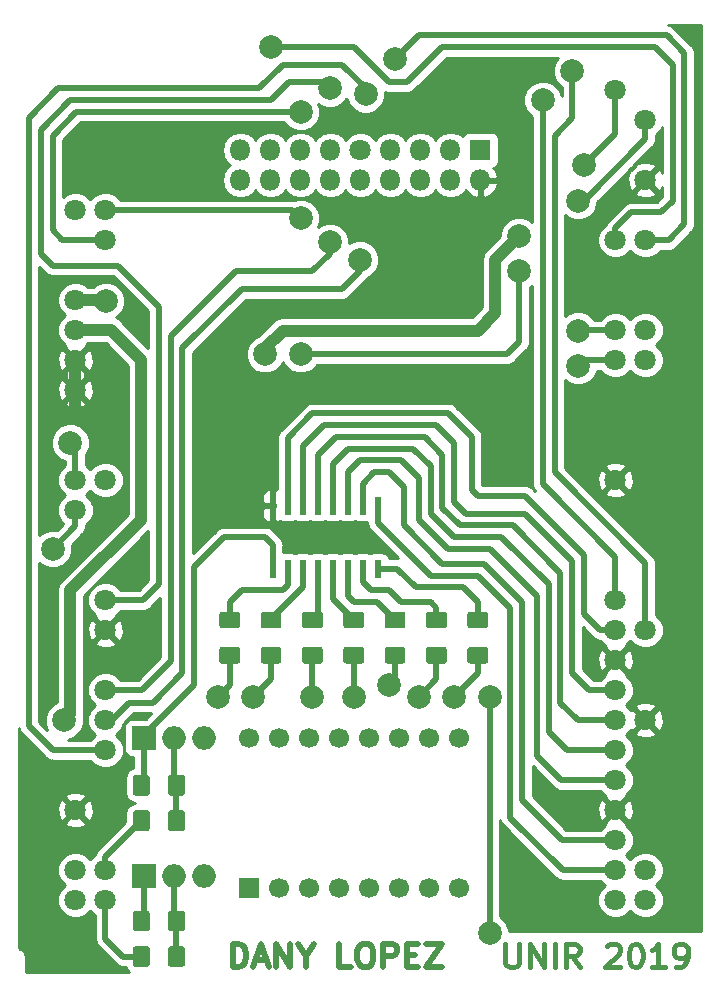
<source format=gbr>
G04 #@! TF.GenerationSoftware,KiCad,Pcbnew,5.0.2+dfsg1-1*
G04 #@! TF.CreationDate,2019-04-27T12:39:24-05:00*
G04 #@! TF.ProjectId,AdaptadorCamara,41646170-7461-4646-9f72-43616d617261,rev?*
G04 #@! TF.SameCoordinates,Original*
G04 #@! TF.FileFunction,Copper,L1,Top*
G04 #@! TF.FilePolarity,Positive*
%FSLAX45Y45*%
G04 Gerber Fmt 4.5, Leading zero omitted, Abs format (unit mm)*
G04 Created by KiCad (PCBNEW 5.0.2+dfsg1-1) date sáb 27 abr 2019 12:39:24 -05*
%MOMM*%
%LPD*%
G01*
G04 APERTURE LIST*
G04 #@! TA.AperFunction,NonConductor*
%ADD10C,0.500000*%
G04 #@! TD*
G04 #@! TA.AperFunction,NonConductor*
%ADD11C,0.400000*%
G04 #@! TD*
G04 #@! TA.AperFunction,Conductor*
%ADD12C,0.100000*%
G04 #@! TD*
G04 #@! TA.AperFunction,SMDPad,CuDef*
%ADD13C,1.425000*%
G04 #@! TD*
G04 #@! TA.AperFunction,ComponentPad*
%ADD14O,2.000000X2.000000*%
G04 #@! TD*
G04 #@! TA.AperFunction,ComponentPad*
%ADD15R,2.000000X2.000000*%
G04 #@! TD*
G04 #@! TA.AperFunction,ComponentPad*
%ADD16C,1.800000*%
G04 #@! TD*
G04 #@! TA.AperFunction,ComponentPad*
%ADD17R,1.800000X1.800000*%
G04 #@! TD*
G04 #@! TA.AperFunction,ComponentPad*
%ADD18O,1.800000X1.800000*%
G04 #@! TD*
G04 #@! TA.AperFunction,ComponentPad*
%ADD19R,1.700000X1.700000*%
G04 #@! TD*
G04 #@! TA.AperFunction,ComponentPad*
%ADD20C,1.700000*%
G04 #@! TD*
G04 #@! TA.AperFunction,SMDPad,CuDef*
%ADD21R,0.600000X1.500000*%
G04 #@! TD*
G04 #@! TA.AperFunction,ViaPad*
%ADD22C,2.000000*%
G04 #@! TD*
G04 #@! TA.AperFunction,Conductor*
%ADD23C,1.000000*%
G04 #@! TD*
G04 #@! TA.AperFunction,Conductor*
%ADD24C,0.500000*%
G04 #@! TD*
G04 #@! TA.AperFunction,Conductor*
%ADD25C,0.254000*%
G04 #@! TD*
%ADD26C,0.254000*%
G04 APERTURE END LIST*
D10*
X1823809Y109524D02*
X1823809Y309524D01*
X1871428Y309524D01*
X1900000Y300000D01*
X1919048Y280952D01*
X1928571Y261905D01*
X1938095Y223809D01*
X1938095Y195238D01*
X1928571Y157143D01*
X1919048Y138095D01*
X1900000Y119048D01*
X1871428Y109524D01*
X1823809Y109524D01*
X2014286Y166667D02*
X2109524Y166667D01*
X1995238Y109524D02*
X2061905Y309524D01*
X2128571Y109524D01*
X2195238Y109524D02*
X2195238Y309524D01*
X2309524Y109524D01*
X2309524Y309524D01*
X2442857Y204762D02*
X2442857Y109524D01*
X2376190Y309524D02*
X2442857Y204762D01*
X2509524Y309524D01*
X2823809Y109524D02*
X2728571Y109524D01*
X2728571Y309524D01*
X2928571Y309524D02*
X2966667Y309524D01*
X2985714Y300000D01*
X3004762Y280952D01*
X3014286Y242857D01*
X3014286Y176190D01*
X3004762Y138095D01*
X2985714Y119048D01*
X2966667Y109524D01*
X2928571Y109524D01*
X2909524Y119048D01*
X2890476Y138095D01*
X2880952Y176190D01*
X2880952Y242857D01*
X2890476Y280952D01*
X2909524Y300000D01*
X2928571Y309524D01*
X3100000Y109524D02*
X3100000Y309524D01*
X3176190Y309524D01*
X3195238Y300000D01*
X3204762Y290476D01*
X3214286Y271429D01*
X3214286Y242857D01*
X3204762Y223809D01*
X3195238Y214286D01*
X3176190Y204762D01*
X3100000Y204762D01*
X3300000Y214286D02*
X3366667Y214286D01*
X3395238Y109524D02*
X3300000Y109524D01*
X3300000Y309524D01*
X3395238Y309524D01*
X3461905Y309524D02*
X3595238Y309524D01*
X3461905Y109524D01*
X3595238Y109524D01*
D11*
X4133333Y309524D02*
X4133333Y147619D01*
X4142857Y128571D01*
X4152381Y119048D01*
X4171428Y109524D01*
X4209524Y109524D01*
X4228571Y119048D01*
X4238095Y128571D01*
X4247619Y147619D01*
X4247619Y309524D01*
X4342857Y109524D02*
X4342857Y309524D01*
X4457143Y109524D01*
X4457143Y309524D01*
X4552381Y109524D02*
X4552381Y309524D01*
X4761905Y109524D02*
X4695238Y204762D01*
X4647619Y109524D02*
X4647619Y309524D01*
X4723810Y309524D01*
X4742857Y300000D01*
X4752381Y290476D01*
X4761905Y271429D01*
X4761905Y242857D01*
X4752381Y223809D01*
X4742857Y214286D01*
X4723810Y204762D01*
X4647619Y204762D01*
X4990476Y290476D02*
X5000000Y300000D01*
X5019048Y309524D01*
X5066667Y309524D01*
X5085714Y300000D01*
X5095238Y290476D01*
X5104762Y271429D01*
X5104762Y252381D01*
X5095238Y223809D01*
X4980952Y109524D01*
X5104762Y109524D01*
X5228571Y309524D02*
X5247619Y309524D01*
X5266667Y300000D01*
X5276190Y290476D01*
X5285714Y271429D01*
X5295238Y233333D01*
X5295238Y185714D01*
X5285714Y147619D01*
X5276190Y128571D01*
X5266667Y119048D01*
X5247619Y109524D01*
X5228571Y109524D01*
X5209524Y119048D01*
X5200000Y128571D01*
X5190476Y147619D01*
X5180952Y185714D01*
X5180952Y233333D01*
X5190476Y271429D01*
X5200000Y290476D01*
X5209524Y300000D01*
X5228571Y309524D01*
X5485714Y109524D02*
X5371429Y109524D01*
X5428571Y109524D02*
X5428571Y309524D01*
X5409524Y280952D01*
X5390476Y261905D01*
X5371429Y252381D01*
X5580952Y109524D02*
X5619048Y109524D01*
X5638095Y119048D01*
X5647619Y128571D01*
X5666667Y157143D01*
X5676190Y195238D01*
X5676190Y271429D01*
X5666667Y290476D01*
X5657143Y300000D01*
X5638095Y309524D01*
X5600000Y309524D01*
X5580952Y300000D01*
X5571429Y290476D01*
X5561905Y271429D01*
X5561905Y223809D01*
X5571429Y204762D01*
X5580952Y195238D01*
X5600000Y185714D01*
X5638095Y185714D01*
X5657143Y195238D01*
X5666667Y204762D01*
X5676190Y223809D01*
D12*
G04 #@! TO.N,+5V*
G04 #@! TO.C,R9*
G36*
X1099950Y1737380D02*
X1102377Y1737020D01*
X1104757Y1736423D01*
X1107067Y1735597D01*
X1109285Y1734548D01*
X1111389Y1733287D01*
X1113360Y1731825D01*
X1115178Y1730178D01*
X1116825Y1728360D01*
X1118287Y1726389D01*
X1119548Y1724285D01*
X1120597Y1722067D01*
X1121424Y1719757D01*
X1122020Y1717377D01*
X1122380Y1714950D01*
X1122500Y1712500D01*
X1122500Y1587500D01*
X1122380Y1585050D01*
X1122020Y1582623D01*
X1121424Y1580243D01*
X1120597Y1577933D01*
X1119548Y1575715D01*
X1118287Y1573611D01*
X1116825Y1571640D01*
X1115178Y1569822D01*
X1113360Y1568175D01*
X1111389Y1566713D01*
X1109285Y1565452D01*
X1107067Y1564403D01*
X1104757Y1563576D01*
X1102377Y1562980D01*
X1099950Y1562620D01*
X1097500Y1562500D01*
X1005000Y1562500D01*
X1002550Y1562620D01*
X1000123Y1562980D01*
X997743Y1563576D01*
X995433Y1564403D01*
X993215Y1565452D01*
X991111Y1566713D01*
X989140Y1568175D01*
X987322Y1569822D01*
X985675Y1571640D01*
X984213Y1573611D01*
X982952Y1575715D01*
X981903Y1577933D01*
X981076Y1580243D01*
X980480Y1582623D01*
X980120Y1585050D01*
X980000Y1587500D01*
X980000Y1712500D01*
X980120Y1714950D01*
X980480Y1717377D01*
X981076Y1719757D01*
X981903Y1722067D01*
X982952Y1724285D01*
X984213Y1726389D01*
X985675Y1728360D01*
X987322Y1730178D01*
X989140Y1731825D01*
X991111Y1733287D01*
X993215Y1734548D01*
X995433Y1735597D01*
X997743Y1736423D01*
X1000123Y1737020D01*
X1002550Y1737380D01*
X1005000Y1737500D01*
X1097500Y1737500D01*
X1099950Y1737380D01*
X1099950Y1737380D01*
G37*
D13*
G04 #@! TD*
G04 #@! TO.P,R9,2*
G04 #@! TO.N,+5V*
X1051250Y1650000D03*
D12*
G04 #@! TO.N,Net-(Q2-Pad2)*
G04 #@! TO.C,R9*
G36*
X1397450Y1737380D02*
X1399877Y1737020D01*
X1402257Y1736423D01*
X1404567Y1735597D01*
X1406785Y1734548D01*
X1408889Y1733287D01*
X1410860Y1731825D01*
X1412678Y1730178D01*
X1414325Y1728360D01*
X1415787Y1726389D01*
X1417048Y1724285D01*
X1418097Y1722067D01*
X1418923Y1719757D01*
X1419520Y1717377D01*
X1419880Y1714950D01*
X1420000Y1712500D01*
X1420000Y1587500D01*
X1419880Y1585050D01*
X1419520Y1582623D01*
X1418923Y1580243D01*
X1418097Y1577933D01*
X1417048Y1575715D01*
X1415787Y1573611D01*
X1414325Y1571640D01*
X1412678Y1569822D01*
X1410860Y1568175D01*
X1408889Y1566713D01*
X1406785Y1565452D01*
X1404567Y1564403D01*
X1402257Y1563576D01*
X1399877Y1562980D01*
X1397450Y1562620D01*
X1395000Y1562500D01*
X1302500Y1562500D01*
X1300050Y1562620D01*
X1297623Y1562980D01*
X1295243Y1563576D01*
X1292933Y1564403D01*
X1290715Y1565452D01*
X1288611Y1566713D01*
X1286640Y1568175D01*
X1284822Y1569822D01*
X1283175Y1571640D01*
X1281713Y1573611D01*
X1280452Y1575715D01*
X1279403Y1577933D01*
X1278577Y1580243D01*
X1277980Y1582623D01*
X1277620Y1585050D01*
X1277500Y1587500D01*
X1277500Y1712500D01*
X1277620Y1714950D01*
X1277980Y1717377D01*
X1278577Y1719757D01*
X1279403Y1722067D01*
X1280452Y1724285D01*
X1281713Y1726389D01*
X1283175Y1728360D01*
X1284822Y1730178D01*
X1286640Y1731825D01*
X1288611Y1733287D01*
X1290715Y1734548D01*
X1292933Y1735597D01*
X1295243Y1736423D01*
X1297623Y1737020D01*
X1300050Y1737380D01*
X1302500Y1737500D01*
X1395000Y1737500D01*
X1397450Y1737380D01*
X1397450Y1737380D01*
G37*
D13*
G04 #@! TD*
G04 #@! TO.P,R9,1*
G04 #@! TO.N,Net-(Q2-Pad2)*
X1348750Y1650000D03*
D14*
G04 #@! TO.P,Q1,2*
G04 #@! TO.N,Net-(Q1-Pad2)*
X1332200Y881200D03*
G04 #@! TO.P,Q1,3*
G04 #@! TO.N,Net-(Q1-Pad3)*
X1586200Y881200D03*
D15*
G04 #@! TO.P,Q1,1*
G04 #@! TO.N,+5V*
X1078200Y881200D03*
G04 #@! TD*
G04 #@! TO.P,Q2,1*
G04 #@! TO.N,+5V*
X1073000Y2050000D03*
D14*
G04 #@! TO.P,Q2,3*
G04 #@! TO.N,Net-(Q2-Pad3)*
X1581000Y2050000D03*
G04 #@! TO.P,Q2,2*
G04 #@! TO.N,Net-(Q2-Pad2)*
X1327000Y2050000D03*
G04 #@! TD*
D16*
G04 #@! TO.P,U1,A1*
G04 #@! TO.N,Net-(U1-PadA1)*
X494000Y6520000D03*
G04 #@! TO.P,U1,A2*
G04 #@! TO.N,/D2*
X748000Y6520000D03*
G04 #@! TO.P,U1,A4*
G04 #@! TO.N,/D3*
X748000Y6266000D03*
G04 #@! TO.P,U1,A7*
G04 #@! TO.N,+3V3*
X494000Y5758000D03*
G04 #@! TO.P,U1,A9*
G04 #@! TO.N,+5V*
X494000Y5504000D03*
G04 #@! TO.P,U1,A11*
G04 #@! TO.N,GND*
X494000Y5250000D03*
G04 #@! TO.P,U1,A13*
X494000Y4996000D03*
G04 #@! TO.P,U1,B1*
G04 #@! TO.N,/PWDN*
X494000Y4234000D03*
G04 #@! TO.P,U1,B2*
G04 #@! TO.N,Net-(U1-PadB2)*
X748000Y4234000D03*
G04 #@! TO.P,U1,B3*
G04 #@! TO.N,/RST*
X494000Y3980000D03*
G04 #@! TO.P,U1,B10*
G04 #@! TO.N,/D5*
X748000Y3218000D03*
G04 #@! TO.P,U1,B12*
G04 #@! TO.N,GND*
X748000Y2964000D03*
G04 #@! TO.P,U1,B16*
G04 #@! TO.N,/D4*
X748000Y2456000D03*
G04 #@! TO.P,U1,B18*
G04 #@! TO.N,/D6*
X748000Y2202000D03*
G04 #@! TO.P,U1,B20*
G04 #@! TO.N,/D7*
X748000Y1948000D03*
G04 #@! TO.P,U1,B23*
G04 #@! TO.N,GND*
X494000Y1440000D03*
G04 #@! TO.P,U1,B27*
G04 #@! TO.N,Net-(U1-PadB27)*
X494000Y932000D03*
G04 #@! TO.P,U1,B28*
G04 #@! TO.N,/DC2*
X748000Y932000D03*
G04 #@! TO.P,U1,B29*
G04 #@! TO.N,Net-(U1-PadB29)*
X494000Y678000D03*
G04 #@! TO.P,U1,B30*
G04 #@! TO.N,/DC1*
X748000Y678000D03*
G04 #@! TO.P,U1,C33*
G04 #@! TO.N,Net-(U1-PadC33)*
X5066000Y678000D03*
G04 #@! TO.P,U1,C34*
G04 #@! TO.N,Net-(U1-PadC34)*
X5320000Y678000D03*
G04 #@! TO.P,U1,C31*
G04 #@! TO.N,/Da*
X5066000Y932000D03*
G04 #@! TO.P,U1,C32*
G04 #@! TO.N,Net-(U1-PadC32)*
X5320000Y932000D03*
G04 #@! TO.P,U1,C29*
G04 #@! TO.N,/Db*
X5066000Y1186000D03*
G04 #@! TO.P,U1,C27*
G04 #@! TO.N,GND*
X5066000Y1440000D03*
G04 #@! TO.P,U1,C25*
G04 #@! TO.N,/Dc*
X5066000Y1694000D03*
G04 #@! TO.P,U1,C23*
G04 #@! TO.N,/Dd*
X5066000Y1948000D03*
G04 #@! TO.P,U1,C21*
G04 #@! TO.N,/De*
X5066000Y2202000D03*
G04 #@! TO.P,U1,C22*
G04 #@! TO.N,GND*
X5320000Y2202000D03*
G04 #@! TO.P,U1,C19*
G04 #@! TO.N,/Df*
X5066000Y2456000D03*
G04 #@! TO.P,U1,C17*
G04 #@! TO.N,GND*
X5066000Y2710000D03*
G04 #@! TO.P,U1,C15*
G04 #@! TO.N,/Dg*
X5066000Y2964000D03*
G04 #@! TO.P,U1,C16*
G04 #@! TO.N,/VSYNC*
X5320000Y2964000D03*
G04 #@! TO.P,U1,C13*
G04 #@! TO.N,/SIOC*
X5066000Y3218000D03*
G04 #@! TO.P,U1,C5*
G04 #@! TO.N,GND*
X5066000Y4234000D03*
G04 #@! TO.P,U1,D1*
G04 #@! TO.N,/D0*
X5066000Y7536000D03*
G04 #@! TO.P,U1,D4*
G04 #@! TO.N,/SIOD*
X5320000Y7282000D03*
G04 #@! TO.P,U1,D8*
G04 #@! TO.N,GND*
X5320000Y6774000D03*
G04 #@! TO.P,U1,D11*
G04 #@! TO.N,/D1*
X5066000Y6266000D03*
G04 #@! TO.P,U1,D12*
G04 #@! TO.N,/PCLK*
X5320000Y6266000D03*
G04 #@! TO.P,U1,D17*
G04 #@! TO.N,/HREF*
X5066000Y5504000D03*
G04 #@! TO.P,U1,D18*
G04 #@! TO.N,Net-(U1-PadD18)*
X5320000Y5504000D03*
G04 #@! TO.P,U1,D19*
G04 #@! TO.N,/XCLK*
X5066000Y5250000D03*
G04 #@! TO.P,U1,D20*
G04 #@! TO.N,Net-(U1-PadD20)*
X5320000Y5250000D03*
G04 #@! TD*
D17*
G04 #@! TO.P,J1,1*
G04 #@! TO.N,+3V3*
X3923000Y7028000D03*
D18*
G04 #@! TO.P,J1,2*
G04 #@! TO.N,GND*
X3923000Y6774000D03*
G04 #@! TO.P,J1,3*
G04 #@! TO.N,/SIOC*
X3669000Y7028000D03*
G04 #@! TO.P,J1,4*
G04 #@! TO.N,/SIOD*
X3669000Y6774000D03*
G04 #@! TO.P,J1,5*
G04 #@! TO.N,/VSYNC*
X3415000Y7028000D03*
G04 #@! TO.P,J1,6*
G04 #@! TO.N,/HREF*
X3415000Y6774000D03*
G04 #@! TO.P,J1,7*
G04 #@! TO.N,/PCLK*
X3161000Y7028000D03*
G04 #@! TO.P,J1,8*
G04 #@! TO.N,/XCLK*
X3161000Y6774000D03*
D16*
G04 #@! TO.P,J1,9*
G04 #@! TO.N,/D7*
X2907000Y7028000D03*
D18*
G04 #@! TO.P,J1,10*
G04 #@! TO.N,/D6*
X2907000Y6774000D03*
G04 #@! TO.P,J1,11*
G04 #@! TO.N,/D5*
X2653000Y7028000D03*
G04 #@! TO.P,J1,12*
G04 #@! TO.N,/D4*
X2653000Y6774000D03*
G04 #@! TO.P,J1,13*
G04 #@! TO.N,/D3*
X2399000Y7028000D03*
G04 #@! TO.P,J1,14*
G04 #@! TO.N,/D2*
X2399000Y6774000D03*
G04 #@! TO.P,J1,15*
G04 #@! TO.N,/D1*
X2145000Y7028000D03*
G04 #@! TO.P,J1,16*
G04 #@! TO.N,/D0*
X2145000Y6774000D03*
G04 #@! TO.P,J1,17*
G04 #@! TO.N,/RST*
X1891000Y7028000D03*
G04 #@! TO.P,J1,18*
G04 #@! TO.N,/PWDN*
X1891000Y6774000D03*
G04 #@! TD*
D12*
G04 #@! TO.N,Net-(Q1-Pad2)*
G04 #@! TO.C,R1*
G36*
X1397450Y587380D02*
X1399877Y587020D01*
X1402257Y586424D01*
X1404567Y585597D01*
X1406785Y584548D01*
X1408889Y583287D01*
X1410860Y581825D01*
X1412678Y580178D01*
X1414325Y578360D01*
X1415787Y576389D01*
X1417048Y574285D01*
X1418097Y572067D01*
X1418923Y569757D01*
X1419520Y567377D01*
X1419880Y564950D01*
X1420000Y562500D01*
X1420000Y437500D01*
X1419880Y435050D01*
X1419520Y432623D01*
X1418923Y430243D01*
X1418097Y427933D01*
X1417048Y425715D01*
X1415787Y423611D01*
X1414325Y421640D01*
X1412678Y419822D01*
X1410860Y418175D01*
X1408889Y416713D01*
X1406785Y415452D01*
X1404567Y414403D01*
X1402257Y413576D01*
X1399877Y412980D01*
X1397450Y412620D01*
X1395000Y412500D01*
X1302500Y412500D01*
X1300050Y412620D01*
X1297623Y412980D01*
X1295243Y413576D01*
X1292933Y414403D01*
X1290715Y415452D01*
X1288611Y416713D01*
X1286640Y418175D01*
X1284822Y419822D01*
X1283175Y421640D01*
X1281713Y423611D01*
X1280452Y425715D01*
X1279403Y427933D01*
X1278577Y430243D01*
X1277980Y432623D01*
X1277620Y435050D01*
X1277500Y437500D01*
X1277500Y562500D01*
X1277620Y564950D01*
X1277980Y567377D01*
X1278577Y569757D01*
X1279403Y572067D01*
X1280452Y574285D01*
X1281713Y576389D01*
X1283175Y578360D01*
X1284822Y580178D01*
X1286640Y581825D01*
X1288611Y583287D01*
X1290715Y584548D01*
X1292933Y585597D01*
X1295243Y586424D01*
X1297623Y587020D01*
X1300050Y587380D01*
X1302500Y587500D01*
X1395000Y587500D01*
X1397450Y587380D01*
X1397450Y587380D01*
G37*
D13*
G04 #@! TD*
G04 #@! TO.P,R1,1*
G04 #@! TO.N,Net-(Q1-Pad2)*
X1348750Y500000D03*
D12*
G04 #@! TO.N,+5V*
G04 #@! TO.C,R1*
G36*
X1099950Y587380D02*
X1102377Y587020D01*
X1104757Y586424D01*
X1107067Y585597D01*
X1109285Y584548D01*
X1111389Y583287D01*
X1113360Y581825D01*
X1115178Y580178D01*
X1116825Y578360D01*
X1118287Y576389D01*
X1119548Y574285D01*
X1120597Y572067D01*
X1121424Y569757D01*
X1122020Y567377D01*
X1122380Y564950D01*
X1122500Y562500D01*
X1122500Y437500D01*
X1122380Y435050D01*
X1122020Y432623D01*
X1121424Y430243D01*
X1120597Y427933D01*
X1119548Y425715D01*
X1118287Y423611D01*
X1116825Y421640D01*
X1115178Y419822D01*
X1113360Y418175D01*
X1111389Y416713D01*
X1109285Y415452D01*
X1107067Y414403D01*
X1104757Y413576D01*
X1102377Y412980D01*
X1099950Y412620D01*
X1097500Y412500D01*
X1005000Y412500D01*
X1002550Y412620D01*
X1000123Y412980D01*
X997743Y413576D01*
X995433Y414403D01*
X993215Y415452D01*
X991111Y416713D01*
X989140Y418175D01*
X987322Y419822D01*
X985675Y421640D01*
X984213Y423611D01*
X982952Y425715D01*
X981903Y427933D01*
X981076Y430243D01*
X980480Y432623D01*
X980120Y435050D01*
X980000Y437500D01*
X980000Y562500D01*
X980120Y564950D01*
X980480Y567377D01*
X981076Y569757D01*
X981903Y572067D01*
X982952Y574285D01*
X984213Y576389D01*
X985675Y578360D01*
X987322Y580178D01*
X989140Y581825D01*
X991111Y583287D01*
X993215Y584548D01*
X995433Y585597D01*
X997743Y586424D01*
X1000123Y587020D01*
X1002550Y587380D01*
X1005000Y587500D01*
X1097500Y587500D01*
X1099950Y587380D01*
X1099950Y587380D01*
G37*
D13*
G04 #@! TD*
G04 #@! TO.P,R1,2*
G04 #@! TO.N,+5V*
X1051250Y500000D03*
D12*
G04 #@! TO.N,Net-(R2-Pad1)*
G04 #@! TO.C,R2*
G36*
X3964950Y2822380D02*
X3967377Y2822020D01*
X3969757Y2821423D01*
X3972067Y2820597D01*
X3974285Y2819548D01*
X3976389Y2818287D01*
X3978360Y2816825D01*
X3980178Y2815178D01*
X3981825Y2813360D01*
X3983287Y2811389D01*
X3984548Y2809285D01*
X3985597Y2807067D01*
X3986423Y2804757D01*
X3987020Y2802377D01*
X3987380Y2799950D01*
X3987500Y2797500D01*
X3987500Y2705000D01*
X3987380Y2702550D01*
X3987020Y2700123D01*
X3986423Y2697743D01*
X3985597Y2695433D01*
X3984548Y2693215D01*
X3983287Y2691111D01*
X3981825Y2689140D01*
X3980178Y2687322D01*
X3978360Y2685675D01*
X3976389Y2684213D01*
X3974285Y2682952D01*
X3972067Y2681903D01*
X3969757Y2681077D01*
X3967377Y2680480D01*
X3964950Y2680120D01*
X3962500Y2680000D01*
X3837500Y2680000D01*
X3835050Y2680120D01*
X3832623Y2680480D01*
X3830243Y2681077D01*
X3827933Y2681903D01*
X3825715Y2682952D01*
X3823611Y2684213D01*
X3821640Y2685675D01*
X3819822Y2687322D01*
X3818175Y2689140D01*
X3816713Y2691111D01*
X3815452Y2693215D01*
X3814403Y2695433D01*
X3813576Y2697743D01*
X3812980Y2700123D01*
X3812620Y2702550D01*
X3812500Y2705000D01*
X3812500Y2797500D01*
X3812620Y2799950D01*
X3812980Y2802377D01*
X3813576Y2804757D01*
X3814403Y2807067D01*
X3815452Y2809285D01*
X3816713Y2811389D01*
X3818175Y2813360D01*
X3819822Y2815178D01*
X3821640Y2816825D01*
X3823611Y2818287D01*
X3825715Y2819548D01*
X3827933Y2820597D01*
X3830243Y2821423D01*
X3832623Y2822020D01*
X3835050Y2822380D01*
X3837500Y2822500D01*
X3962500Y2822500D01*
X3964950Y2822380D01*
X3964950Y2822380D01*
G37*
D13*
G04 #@! TD*
G04 #@! TO.P,R2,1*
G04 #@! TO.N,Net-(R2-Pad1)*
X3900000Y2751250D03*
D12*
G04 #@! TO.N,Net-(R2-Pad2)*
G04 #@! TO.C,R2*
G36*
X3964950Y3119880D02*
X3967377Y3119520D01*
X3969757Y3118923D01*
X3972067Y3118097D01*
X3974285Y3117048D01*
X3976389Y3115787D01*
X3978360Y3114325D01*
X3980178Y3112678D01*
X3981825Y3110860D01*
X3983287Y3108889D01*
X3984548Y3106785D01*
X3985597Y3104567D01*
X3986423Y3102257D01*
X3987020Y3099877D01*
X3987380Y3097450D01*
X3987500Y3095000D01*
X3987500Y3002500D01*
X3987380Y3000050D01*
X3987020Y2997623D01*
X3986423Y2995243D01*
X3985597Y2992933D01*
X3984548Y2990715D01*
X3983287Y2988611D01*
X3981825Y2986640D01*
X3980178Y2984822D01*
X3978360Y2983175D01*
X3976389Y2981713D01*
X3974285Y2980452D01*
X3972067Y2979403D01*
X3969757Y2978576D01*
X3967377Y2977980D01*
X3964950Y2977620D01*
X3962500Y2977500D01*
X3837500Y2977500D01*
X3835050Y2977620D01*
X3832623Y2977980D01*
X3830243Y2978576D01*
X3827933Y2979403D01*
X3825715Y2980452D01*
X3823611Y2981713D01*
X3821640Y2983175D01*
X3819822Y2984822D01*
X3818175Y2986640D01*
X3816713Y2988611D01*
X3815452Y2990715D01*
X3814403Y2992933D01*
X3813576Y2995243D01*
X3812980Y2997623D01*
X3812620Y3000050D01*
X3812500Y3002500D01*
X3812500Y3095000D01*
X3812620Y3097450D01*
X3812980Y3099877D01*
X3813576Y3102257D01*
X3814403Y3104567D01*
X3815452Y3106785D01*
X3816713Y3108889D01*
X3818175Y3110860D01*
X3819822Y3112678D01*
X3821640Y3114325D01*
X3823611Y3115787D01*
X3825715Y3117048D01*
X3827933Y3118097D01*
X3830243Y3118923D01*
X3832623Y3119520D01*
X3835050Y3119880D01*
X3837500Y3120000D01*
X3962500Y3120000D01*
X3964950Y3119880D01*
X3964950Y3119880D01*
G37*
D13*
G04 #@! TD*
G04 #@! TO.P,R2,2*
G04 #@! TO.N,Net-(R2-Pad2)*
X3900000Y3048750D03*
D12*
G04 #@! TO.N,Net-(R3-Pad2)*
G04 #@! TO.C,R3*
G36*
X3614950Y3119880D02*
X3617377Y3119520D01*
X3619757Y3118923D01*
X3622067Y3118097D01*
X3624285Y3117048D01*
X3626389Y3115787D01*
X3628360Y3114325D01*
X3630178Y3112678D01*
X3631825Y3110860D01*
X3633287Y3108889D01*
X3634548Y3106785D01*
X3635597Y3104567D01*
X3636423Y3102257D01*
X3637020Y3099877D01*
X3637380Y3097450D01*
X3637500Y3095000D01*
X3637500Y3002500D01*
X3637380Y3000050D01*
X3637020Y2997623D01*
X3636423Y2995243D01*
X3635597Y2992933D01*
X3634548Y2990715D01*
X3633287Y2988611D01*
X3631825Y2986640D01*
X3630178Y2984822D01*
X3628360Y2983175D01*
X3626389Y2981713D01*
X3624285Y2980452D01*
X3622067Y2979403D01*
X3619757Y2978576D01*
X3617377Y2977980D01*
X3614950Y2977620D01*
X3612500Y2977500D01*
X3487500Y2977500D01*
X3485050Y2977620D01*
X3482623Y2977980D01*
X3480243Y2978576D01*
X3477933Y2979403D01*
X3475715Y2980452D01*
X3473611Y2981713D01*
X3471640Y2983175D01*
X3469822Y2984822D01*
X3468175Y2986640D01*
X3466713Y2988611D01*
X3465452Y2990715D01*
X3464403Y2992933D01*
X3463576Y2995243D01*
X3462980Y2997623D01*
X3462620Y3000050D01*
X3462500Y3002500D01*
X3462500Y3095000D01*
X3462620Y3097450D01*
X3462980Y3099877D01*
X3463576Y3102257D01*
X3464403Y3104567D01*
X3465452Y3106785D01*
X3466713Y3108889D01*
X3468175Y3110860D01*
X3469822Y3112678D01*
X3471640Y3114325D01*
X3473611Y3115787D01*
X3475715Y3117048D01*
X3477933Y3118097D01*
X3480243Y3118923D01*
X3482623Y3119520D01*
X3485050Y3119880D01*
X3487500Y3120000D01*
X3612500Y3120000D01*
X3614950Y3119880D01*
X3614950Y3119880D01*
G37*
D13*
G04 #@! TD*
G04 #@! TO.P,R3,2*
G04 #@! TO.N,Net-(R3-Pad2)*
X3550000Y3048750D03*
D12*
G04 #@! TO.N,Net-(R3-Pad1)*
G04 #@! TO.C,R3*
G36*
X3614950Y2822380D02*
X3617377Y2822020D01*
X3619757Y2821423D01*
X3622067Y2820597D01*
X3624285Y2819548D01*
X3626389Y2818287D01*
X3628360Y2816825D01*
X3630178Y2815178D01*
X3631825Y2813360D01*
X3633287Y2811389D01*
X3634548Y2809285D01*
X3635597Y2807067D01*
X3636423Y2804757D01*
X3637020Y2802377D01*
X3637380Y2799950D01*
X3637500Y2797500D01*
X3637500Y2705000D01*
X3637380Y2702550D01*
X3637020Y2700123D01*
X3636423Y2697743D01*
X3635597Y2695433D01*
X3634548Y2693215D01*
X3633287Y2691111D01*
X3631825Y2689140D01*
X3630178Y2687322D01*
X3628360Y2685675D01*
X3626389Y2684213D01*
X3624285Y2682952D01*
X3622067Y2681903D01*
X3619757Y2681077D01*
X3617377Y2680480D01*
X3614950Y2680120D01*
X3612500Y2680000D01*
X3487500Y2680000D01*
X3485050Y2680120D01*
X3482623Y2680480D01*
X3480243Y2681077D01*
X3477933Y2681903D01*
X3475715Y2682952D01*
X3473611Y2684213D01*
X3471640Y2685675D01*
X3469822Y2687322D01*
X3468175Y2689140D01*
X3466713Y2691111D01*
X3465452Y2693215D01*
X3464403Y2695433D01*
X3463576Y2697743D01*
X3462980Y2700123D01*
X3462620Y2702550D01*
X3462500Y2705000D01*
X3462500Y2797500D01*
X3462620Y2799950D01*
X3462980Y2802377D01*
X3463576Y2804757D01*
X3464403Y2807067D01*
X3465452Y2809285D01*
X3466713Y2811389D01*
X3468175Y2813360D01*
X3469822Y2815178D01*
X3471640Y2816825D01*
X3473611Y2818287D01*
X3475715Y2819548D01*
X3477933Y2820597D01*
X3480243Y2821423D01*
X3482623Y2822020D01*
X3485050Y2822380D01*
X3487500Y2822500D01*
X3612500Y2822500D01*
X3614950Y2822380D01*
X3614950Y2822380D01*
G37*
D13*
G04 #@! TD*
G04 #@! TO.P,R3,1*
G04 #@! TO.N,Net-(R3-Pad1)*
X3550000Y2751250D03*
D12*
G04 #@! TO.N,Net-(R4-Pad1)*
G04 #@! TO.C,R4*
G36*
X3264950Y2822380D02*
X3267377Y2822020D01*
X3269757Y2821423D01*
X3272067Y2820597D01*
X3274285Y2819548D01*
X3276389Y2818287D01*
X3278360Y2816825D01*
X3280178Y2815178D01*
X3281825Y2813360D01*
X3283287Y2811389D01*
X3284548Y2809285D01*
X3285597Y2807067D01*
X3286423Y2804757D01*
X3287020Y2802377D01*
X3287380Y2799950D01*
X3287500Y2797500D01*
X3287500Y2705000D01*
X3287380Y2702550D01*
X3287020Y2700123D01*
X3286423Y2697743D01*
X3285597Y2695433D01*
X3284548Y2693215D01*
X3283287Y2691111D01*
X3281825Y2689140D01*
X3280178Y2687322D01*
X3278360Y2685675D01*
X3276389Y2684213D01*
X3274285Y2682952D01*
X3272067Y2681903D01*
X3269757Y2681077D01*
X3267377Y2680480D01*
X3264950Y2680120D01*
X3262500Y2680000D01*
X3137500Y2680000D01*
X3135050Y2680120D01*
X3132623Y2680480D01*
X3130243Y2681077D01*
X3127933Y2681903D01*
X3125715Y2682952D01*
X3123611Y2684213D01*
X3121640Y2685675D01*
X3119822Y2687322D01*
X3118175Y2689140D01*
X3116713Y2691111D01*
X3115452Y2693215D01*
X3114403Y2695433D01*
X3113576Y2697743D01*
X3112980Y2700123D01*
X3112620Y2702550D01*
X3112500Y2705000D01*
X3112500Y2797500D01*
X3112620Y2799950D01*
X3112980Y2802377D01*
X3113576Y2804757D01*
X3114403Y2807067D01*
X3115452Y2809285D01*
X3116713Y2811389D01*
X3118175Y2813360D01*
X3119822Y2815178D01*
X3121640Y2816825D01*
X3123611Y2818287D01*
X3125715Y2819548D01*
X3127933Y2820597D01*
X3130243Y2821423D01*
X3132623Y2822020D01*
X3135050Y2822380D01*
X3137500Y2822500D01*
X3262500Y2822500D01*
X3264950Y2822380D01*
X3264950Y2822380D01*
G37*
D13*
G04 #@! TD*
G04 #@! TO.P,R4,1*
G04 #@! TO.N,Net-(R4-Pad1)*
X3200000Y2751250D03*
D12*
G04 #@! TO.N,Net-(R4-Pad2)*
G04 #@! TO.C,R4*
G36*
X3264950Y3119880D02*
X3267377Y3119520D01*
X3269757Y3118923D01*
X3272067Y3118097D01*
X3274285Y3117048D01*
X3276389Y3115787D01*
X3278360Y3114325D01*
X3280178Y3112678D01*
X3281825Y3110860D01*
X3283287Y3108889D01*
X3284548Y3106785D01*
X3285597Y3104567D01*
X3286423Y3102257D01*
X3287020Y3099877D01*
X3287380Y3097450D01*
X3287500Y3095000D01*
X3287500Y3002500D01*
X3287380Y3000050D01*
X3287020Y2997623D01*
X3286423Y2995243D01*
X3285597Y2992933D01*
X3284548Y2990715D01*
X3283287Y2988611D01*
X3281825Y2986640D01*
X3280178Y2984822D01*
X3278360Y2983175D01*
X3276389Y2981713D01*
X3274285Y2980452D01*
X3272067Y2979403D01*
X3269757Y2978576D01*
X3267377Y2977980D01*
X3264950Y2977620D01*
X3262500Y2977500D01*
X3137500Y2977500D01*
X3135050Y2977620D01*
X3132623Y2977980D01*
X3130243Y2978576D01*
X3127933Y2979403D01*
X3125715Y2980452D01*
X3123611Y2981713D01*
X3121640Y2983175D01*
X3119822Y2984822D01*
X3118175Y2986640D01*
X3116713Y2988611D01*
X3115452Y2990715D01*
X3114403Y2992933D01*
X3113576Y2995243D01*
X3112980Y2997623D01*
X3112620Y3000050D01*
X3112500Y3002500D01*
X3112500Y3095000D01*
X3112620Y3097450D01*
X3112980Y3099877D01*
X3113576Y3102257D01*
X3114403Y3104567D01*
X3115452Y3106785D01*
X3116713Y3108889D01*
X3118175Y3110860D01*
X3119822Y3112678D01*
X3121640Y3114325D01*
X3123611Y3115787D01*
X3125715Y3117048D01*
X3127933Y3118097D01*
X3130243Y3118923D01*
X3132623Y3119520D01*
X3135050Y3119880D01*
X3137500Y3120000D01*
X3262500Y3120000D01*
X3264950Y3119880D01*
X3264950Y3119880D01*
G37*
D13*
G04 #@! TD*
G04 #@! TO.P,R4,2*
G04 #@! TO.N,Net-(R4-Pad2)*
X3200000Y3048750D03*
D12*
G04 #@! TO.N,Net-(R5-Pad2)*
G04 #@! TO.C,R5*
G36*
X2914950Y3119880D02*
X2917377Y3119520D01*
X2919757Y3118923D01*
X2922067Y3118097D01*
X2924285Y3117048D01*
X2926389Y3115787D01*
X2928360Y3114325D01*
X2930178Y3112678D01*
X2931825Y3110860D01*
X2933287Y3108889D01*
X2934548Y3106785D01*
X2935597Y3104567D01*
X2936423Y3102257D01*
X2937020Y3099877D01*
X2937380Y3097450D01*
X2937500Y3095000D01*
X2937500Y3002500D01*
X2937380Y3000050D01*
X2937020Y2997623D01*
X2936423Y2995243D01*
X2935597Y2992933D01*
X2934548Y2990715D01*
X2933287Y2988611D01*
X2931825Y2986640D01*
X2930178Y2984822D01*
X2928360Y2983175D01*
X2926389Y2981713D01*
X2924285Y2980452D01*
X2922067Y2979403D01*
X2919757Y2978576D01*
X2917377Y2977980D01*
X2914950Y2977620D01*
X2912500Y2977500D01*
X2787500Y2977500D01*
X2785050Y2977620D01*
X2782623Y2977980D01*
X2780243Y2978576D01*
X2777933Y2979403D01*
X2775715Y2980452D01*
X2773611Y2981713D01*
X2771640Y2983175D01*
X2769822Y2984822D01*
X2768175Y2986640D01*
X2766713Y2988611D01*
X2765452Y2990715D01*
X2764403Y2992933D01*
X2763577Y2995243D01*
X2762980Y2997623D01*
X2762620Y3000050D01*
X2762500Y3002500D01*
X2762500Y3095000D01*
X2762620Y3097450D01*
X2762980Y3099877D01*
X2763577Y3102257D01*
X2764403Y3104567D01*
X2765452Y3106785D01*
X2766713Y3108889D01*
X2768175Y3110860D01*
X2769822Y3112678D01*
X2771640Y3114325D01*
X2773611Y3115787D01*
X2775715Y3117048D01*
X2777933Y3118097D01*
X2780243Y3118923D01*
X2782623Y3119520D01*
X2785050Y3119880D01*
X2787500Y3120000D01*
X2912500Y3120000D01*
X2914950Y3119880D01*
X2914950Y3119880D01*
G37*
D13*
G04 #@! TD*
G04 #@! TO.P,R5,2*
G04 #@! TO.N,Net-(R5-Pad2)*
X2850000Y3048750D03*
D12*
G04 #@! TO.N,Net-(R5-Pad1)*
G04 #@! TO.C,R5*
G36*
X2914950Y2822380D02*
X2917377Y2822020D01*
X2919757Y2821423D01*
X2922067Y2820597D01*
X2924285Y2819548D01*
X2926389Y2818287D01*
X2928360Y2816825D01*
X2930178Y2815178D01*
X2931825Y2813360D01*
X2933287Y2811389D01*
X2934548Y2809285D01*
X2935597Y2807067D01*
X2936423Y2804757D01*
X2937020Y2802377D01*
X2937380Y2799950D01*
X2937500Y2797500D01*
X2937500Y2705000D01*
X2937380Y2702550D01*
X2937020Y2700123D01*
X2936423Y2697743D01*
X2935597Y2695433D01*
X2934548Y2693215D01*
X2933287Y2691111D01*
X2931825Y2689140D01*
X2930178Y2687322D01*
X2928360Y2685675D01*
X2926389Y2684213D01*
X2924285Y2682952D01*
X2922067Y2681903D01*
X2919757Y2681077D01*
X2917377Y2680480D01*
X2914950Y2680120D01*
X2912500Y2680000D01*
X2787500Y2680000D01*
X2785050Y2680120D01*
X2782623Y2680480D01*
X2780243Y2681077D01*
X2777933Y2681903D01*
X2775715Y2682952D01*
X2773611Y2684213D01*
X2771640Y2685675D01*
X2769822Y2687322D01*
X2768175Y2689140D01*
X2766713Y2691111D01*
X2765452Y2693215D01*
X2764403Y2695433D01*
X2763577Y2697743D01*
X2762980Y2700123D01*
X2762620Y2702550D01*
X2762500Y2705000D01*
X2762500Y2797500D01*
X2762620Y2799950D01*
X2762980Y2802377D01*
X2763577Y2804757D01*
X2764403Y2807067D01*
X2765452Y2809285D01*
X2766713Y2811389D01*
X2768175Y2813360D01*
X2769822Y2815178D01*
X2771640Y2816825D01*
X2773611Y2818287D01*
X2775715Y2819548D01*
X2777933Y2820597D01*
X2780243Y2821423D01*
X2782623Y2822020D01*
X2785050Y2822380D01*
X2787500Y2822500D01*
X2912500Y2822500D01*
X2914950Y2822380D01*
X2914950Y2822380D01*
G37*
D13*
G04 #@! TD*
G04 #@! TO.P,R5,1*
G04 #@! TO.N,Net-(R5-Pad1)*
X2850000Y2751250D03*
D12*
G04 #@! TO.N,Net-(R6-Pad1)*
G04 #@! TO.C,R6*
G36*
X2564950Y2822380D02*
X2567377Y2822020D01*
X2569757Y2821423D01*
X2572067Y2820597D01*
X2574285Y2819548D01*
X2576389Y2818287D01*
X2578360Y2816825D01*
X2580178Y2815178D01*
X2581825Y2813360D01*
X2583287Y2811389D01*
X2584548Y2809285D01*
X2585597Y2807067D01*
X2586424Y2804757D01*
X2587020Y2802377D01*
X2587380Y2799950D01*
X2587500Y2797500D01*
X2587500Y2705000D01*
X2587380Y2702550D01*
X2587020Y2700123D01*
X2586424Y2697743D01*
X2585597Y2695433D01*
X2584548Y2693215D01*
X2583287Y2691111D01*
X2581825Y2689140D01*
X2580178Y2687322D01*
X2578360Y2685675D01*
X2576389Y2684213D01*
X2574285Y2682952D01*
X2572067Y2681903D01*
X2569757Y2681077D01*
X2567377Y2680480D01*
X2564950Y2680120D01*
X2562500Y2680000D01*
X2437500Y2680000D01*
X2435050Y2680120D01*
X2432623Y2680480D01*
X2430243Y2681077D01*
X2427933Y2681903D01*
X2425715Y2682952D01*
X2423611Y2684213D01*
X2421640Y2685675D01*
X2419822Y2687322D01*
X2418175Y2689140D01*
X2416713Y2691111D01*
X2415452Y2693215D01*
X2414403Y2695433D01*
X2413577Y2697743D01*
X2412980Y2700123D01*
X2412620Y2702550D01*
X2412500Y2705000D01*
X2412500Y2797500D01*
X2412620Y2799950D01*
X2412980Y2802377D01*
X2413577Y2804757D01*
X2414403Y2807067D01*
X2415452Y2809285D01*
X2416713Y2811389D01*
X2418175Y2813360D01*
X2419822Y2815178D01*
X2421640Y2816825D01*
X2423611Y2818287D01*
X2425715Y2819548D01*
X2427933Y2820597D01*
X2430243Y2821423D01*
X2432623Y2822020D01*
X2435050Y2822380D01*
X2437500Y2822500D01*
X2562500Y2822500D01*
X2564950Y2822380D01*
X2564950Y2822380D01*
G37*
D13*
G04 #@! TD*
G04 #@! TO.P,R6,1*
G04 #@! TO.N,Net-(R6-Pad1)*
X2500000Y2751250D03*
D12*
G04 #@! TO.N,Net-(R6-Pad2)*
G04 #@! TO.C,R6*
G36*
X2564950Y3119880D02*
X2567377Y3119520D01*
X2569757Y3118923D01*
X2572067Y3118097D01*
X2574285Y3117048D01*
X2576389Y3115787D01*
X2578360Y3114325D01*
X2580178Y3112678D01*
X2581825Y3110860D01*
X2583287Y3108889D01*
X2584548Y3106785D01*
X2585597Y3104567D01*
X2586424Y3102257D01*
X2587020Y3099877D01*
X2587380Y3097450D01*
X2587500Y3095000D01*
X2587500Y3002500D01*
X2587380Y3000050D01*
X2587020Y2997623D01*
X2586424Y2995243D01*
X2585597Y2992933D01*
X2584548Y2990715D01*
X2583287Y2988611D01*
X2581825Y2986640D01*
X2580178Y2984822D01*
X2578360Y2983175D01*
X2576389Y2981713D01*
X2574285Y2980452D01*
X2572067Y2979403D01*
X2569757Y2978576D01*
X2567377Y2977980D01*
X2564950Y2977620D01*
X2562500Y2977500D01*
X2437500Y2977500D01*
X2435050Y2977620D01*
X2432623Y2977980D01*
X2430243Y2978576D01*
X2427933Y2979403D01*
X2425715Y2980452D01*
X2423611Y2981713D01*
X2421640Y2983175D01*
X2419822Y2984822D01*
X2418175Y2986640D01*
X2416713Y2988611D01*
X2415452Y2990715D01*
X2414403Y2992933D01*
X2413577Y2995243D01*
X2412980Y2997623D01*
X2412620Y3000050D01*
X2412500Y3002500D01*
X2412500Y3095000D01*
X2412620Y3097450D01*
X2412980Y3099877D01*
X2413577Y3102257D01*
X2414403Y3104567D01*
X2415452Y3106785D01*
X2416713Y3108889D01*
X2418175Y3110860D01*
X2419822Y3112678D01*
X2421640Y3114325D01*
X2423611Y3115787D01*
X2425715Y3117048D01*
X2427933Y3118097D01*
X2430243Y3118923D01*
X2432623Y3119520D01*
X2435050Y3119880D01*
X2437500Y3120000D01*
X2562500Y3120000D01*
X2564950Y3119880D01*
X2564950Y3119880D01*
G37*
D13*
G04 #@! TD*
G04 #@! TO.P,R6,2*
G04 #@! TO.N,Net-(R6-Pad2)*
X2500000Y3048750D03*
D12*
G04 #@! TO.N,Net-(R7-Pad2)*
G04 #@! TO.C,R7*
G36*
X2214950Y3119880D02*
X2217377Y3119520D01*
X2219757Y3118923D01*
X2222067Y3118097D01*
X2224285Y3117048D01*
X2226389Y3115787D01*
X2228360Y3114325D01*
X2230178Y3112678D01*
X2231825Y3110860D01*
X2233287Y3108889D01*
X2234548Y3106785D01*
X2235597Y3104567D01*
X2236424Y3102257D01*
X2237020Y3099877D01*
X2237380Y3097450D01*
X2237500Y3095000D01*
X2237500Y3002500D01*
X2237380Y3000050D01*
X2237020Y2997623D01*
X2236424Y2995243D01*
X2235597Y2992933D01*
X2234548Y2990715D01*
X2233287Y2988611D01*
X2231825Y2986640D01*
X2230178Y2984822D01*
X2228360Y2983175D01*
X2226389Y2981713D01*
X2224285Y2980452D01*
X2222067Y2979403D01*
X2219757Y2978576D01*
X2217377Y2977980D01*
X2214950Y2977620D01*
X2212500Y2977500D01*
X2087500Y2977500D01*
X2085050Y2977620D01*
X2082623Y2977980D01*
X2080243Y2978576D01*
X2077933Y2979403D01*
X2075715Y2980452D01*
X2073611Y2981713D01*
X2071640Y2983175D01*
X2069822Y2984822D01*
X2068175Y2986640D01*
X2066713Y2988611D01*
X2065452Y2990715D01*
X2064403Y2992933D01*
X2063576Y2995243D01*
X2062980Y2997623D01*
X2062620Y3000050D01*
X2062500Y3002500D01*
X2062500Y3095000D01*
X2062620Y3097450D01*
X2062980Y3099877D01*
X2063576Y3102257D01*
X2064403Y3104567D01*
X2065452Y3106785D01*
X2066713Y3108889D01*
X2068175Y3110860D01*
X2069822Y3112678D01*
X2071640Y3114325D01*
X2073611Y3115787D01*
X2075715Y3117048D01*
X2077933Y3118097D01*
X2080243Y3118923D01*
X2082623Y3119520D01*
X2085050Y3119880D01*
X2087500Y3120000D01*
X2212500Y3120000D01*
X2214950Y3119880D01*
X2214950Y3119880D01*
G37*
D13*
G04 #@! TD*
G04 #@! TO.P,R7,2*
G04 #@! TO.N,Net-(R7-Pad2)*
X2150000Y3048750D03*
D12*
G04 #@! TO.N,Net-(R7-Pad1)*
G04 #@! TO.C,R7*
G36*
X2214950Y2822380D02*
X2217377Y2822020D01*
X2219757Y2821423D01*
X2222067Y2820597D01*
X2224285Y2819548D01*
X2226389Y2818287D01*
X2228360Y2816825D01*
X2230178Y2815178D01*
X2231825Y2813360D01*
X2233287Y2811389D01*
X2234548Y2809285D01*
X2235597Y2807067D01*
X2236424Y2804757D01*
X2237020Y2802377D01*
X2237380Y2799950D01*
X2237500Y2797500D01*
X2237500Y2705000D01*
X2237380Y2702550D01*
X2237020Y2700123D01*
X2236424Y2697743D01*
X2235597Y2695433D01*
X2234548Y2693215D01*
X2233287Y2691111D01*
X2231825Y2689140D01*
X2230178Y2687322D01*
X2228360Y2685675D01*
X2226389Y2684213D01*
X2224285Y2682952D01*
X2222067Y2681903D01*
X2219757Y2681077D01*
X2217377Y2680480D01*
X2214950Y2680120D01*
X2212500Y2680000D01*
X2087500Y2680000D01*
X2085050Y2680120D01*
X2082623Y2680480D01*
X2080243Y2681077D01*
X2077933Y2681903D01*
X2075715Y2682952D01*
X2073611Y2684213D01*
X2071640Y2685675D01*
X2069822Y2687322D01*
X2068175Y2689140D01*
X2066713Y2691111D01*
X2065452Y2693215D01*
X2064403Y2695433D01*
X2063576Y2697743D01*
X2062980Y2700123D01*
X2062620Y2702550D01*
X2062500Y2705000D01*
X2062500Y2797500D01*
X2062620Y2799950D01*
X2062980Y2802377D01*
X2063576Y2804757D01*
X2064403Y2807067D01*
X2065452Y2809285D01*
X2066713Y2811389D01*
X2068175Y2813360D01*
X2069822Y2815178D01*
X2071640Y2816825D01*
X2073611Y2818287D01*
X2075715Y2819548D01*
X2077933Y2820597D01*
X2080243Y2821423D01*
X2082623Y2822020D01*
X2085050Y2822380D01*
X2087500Y2822500D01*
X2212500Y2822500D01*
X2214950Y2822380D01*
X2214950Y2822380D01*
G37*
D13*
G04 #@! TD*
G04 #@! TO.P,R7,1*
G04 #@! TO.N,Net-(R7-Pad1)*
X2150000Y2751250D03*
D12*
G04 #@! TO.N,Net-(R8-Pad1)*
G04 #@! TO.C,R8*
G36*
X1864950Y2822380D02*
X1867377Y2822020D01*
X1869757Y2821423D01*
X1872067Y2820597D01*
X1874285Y2819548D01*
X1876389Y2818287D01*
X1878360Y2816825D01*
X1880178Y2815178D01*
X1881825Y2813360D01*
X1883287Y2811389D01*
X1884548Y2809285D01*
X1885597Y2807067D01*
X1886423Y2804757D01*
X1887020Y2802377D01*
X1887380Y2799950D01*
X1887500Y2797500D01*
X1887500Y2705000D01*
X1887380Y2702550D01*
X1887020Y2700123D01*
X1886423Y2697743D01*
X1885597Y2695433D01*
X1884548Y2693215D01*
X1883287Y2691111D01*
X1881825Y2689140D01*
X1880178Y2687322D01*
X1878360Y2685675D01*
X1876389Y2684213D01*
X1874285Y2682952D01*
X1872067Y2681903D01*
X1869757Y2681077D01*
X1867377Y2680480D01*
X1864950Y2680120D01*
X1862500Y2680000D01*
X1737500Y2680000D01*
X1735050Y2680120D01*
X1732623Y2680480D01*
X1730243Y2681077D01*
X1727933Y2681903D01*
X1725715Y2682952D01*
X1723611Y2684213D01*
X1721640Y2685675D01*
X1719822Y2687322D01*
X1718175Y2689140D01*
X1716713Y2691111D01*
X1715452Y2693215D01*
X1714403Y2695433D01*
X1713576Y2697743D01*
X1712980Y2700123D01*
X1712620Y2702550D01*
X1712500Y2705000D01*
X1712500Y2797500D01*
X1712620Y2799950D01*
X1712980Y2802377D01*
X1713576Y2804757D01*
X1714403Y2807067D01*
X1715452Y2809285D01*
X1716713Y2811389D01*
X1718175Y2813360D01*
X1719822Y2815178D01*
X1721640Y2816825D01*
X1723611Y2818287D01*
X1725715Y2819548D01*
X1727933Y2820597D01*
X1730243Y2821423D01*
X1732623Y2822020D01*
X1735050Y2822380D01*
X1737500Y2822500D01*
X1862500Y2822500D01*
X1864950Y2822380D01*
X1864950Y2822380D01*
G37*
D13*
G04 #@! TD*
G04 #@! TO.P,R8,1*
G04 #@! TO.N,Net-(R8-Pad1)*
X1800000Y2751250D03*
D12*
G04 #@! TO.N,Net-(R8-Pad2)*
G04 #@! TO.C,R8*
G36*
X1864950Y3119880D02*
X1867377Y3119520D01*
X1869757Y3118923D01*
X1872067Y3118097D01*
X1874285Y3117048D01*
X1876389Y3115787D01*
X1878360Y3114325D01*
X1880178Y3112678D01*
X1881825Y3110860D01*
X1883287Y3108889D01*
X1884548Y3106785D01*
X1885597Y3104567D01*
X1886423Y3102257D01*
X1887020Y3099877D01*
X1887380Y3097450D01*
X1887500Y3095000D01*
X1887500Y3002500D01*
X1887380Y3000050D01*
X1887020Y2997623D01*
X1886423Y2995243D01*
X1885597Y2992933D01*
X1884548Y2990715D01*
X1883287Y2988611D01*
X1881825Y2986640D01*
X1880178Y2984822D01*
X1878360Y2983175D01*
X1876389Y2981713D01*
X1874285Y2980452D01*
X1872067Y2979403D01*
X1869757Y2978576D01*
X1867377Y2977980D01*
X1864950Y2977620D01*
X1862500Y2977500D01*
X1737500Y2977500D01*
X1735050Y2977620D01*
X1732623Y2977980D01*
X1730243Y2978576D01*
X1727933Y2979403D01*
X1725715Y2980452D01*
X1723611Y2981713D01*
X1721640Y2983175D01*
X1719822Y2984822D01*
X1718175Y2986640D01*
X1716713Y2988611D01*
X1715452Y2990715D01*
X1714403Y2992933D01*
X1713576Y2995243D01*
X1712980Y2997623D01*
X1712620Y3000050D01*
X1712500Y3002500D01*
X1712500Y3095000D01*
X1712620Y3097450D01*
X1712980Y3099877D01*
X1713576Y3102257D01*
X1714403Y3104567D01*
X1715452Y3106785D01*
X1716713Y3108889D01*
X1718175Y3110860D01*
X1719822Y3112678D01*
X1721640Y3114325D01*
X1723611Y3115787D01*
X1725715Y3117048D01*
X1727933Y3118097D01*
X1730243Y3118923D01*
X1732623Y3119520D01*
X1735050Y3119880D01*
X1737500Y3120000D01*
X1862500Y3120000D01*
X1864950Y3119880D01*
X1864950Y3119880D01*
G37*
D13*
G04 #@! TD*
G04 #@! TO.P,R8,2*
G04 #@! TO.N,Net-(R8-Pad2)*
X1800000Y3048750D03*
D19*
G04 #@! TO.P,U2,1*
G04 #@! TO.N,Net-(R4-Pad1)*
X1967200Y779600D03*
D20*
G04 #@! TO.P,U2,2*
G04 #@! TO.N,Net-(R6-Pad1)*
X2221200Y779600D03*
G04 #@! TO.P,U2,3*
G04 #@! TO.N,Net-(R5-Pad1)*
X2475200Y779600D03*
G04 #@! TO.P,U2,4*
G04 #@! TO.N,Net-(Q1-Pad3)*
X2729200Y779600D03*
G04 #@! TO.P,U2,5*
G04 #@! TO.N,Net-(Q2-Pad3)*
X2983200Y779600D03*
G04 #@! TO.P,U2,6*
G04 #@! TO.N,Net-(R5-Pad1)*
X3237200Y779600D03*
G04 #@! TO.P,U2,7*
G04 #@! TO.N,Net-(R6-Pad1)*
X3491200Y779600D03*
G04 #@! TO.P,U2,8*
G04 #@! TO.N,Net-(R4-Pad1)*
X3745200Y779600D03*
G04 #@! TO.P,U2,9*
G04 #@! TO.N,Net-(R8-Pad1)*
X3745200Y2049600D03*
G04 #@! TO.P,U2,10*
G04 #@! TO.N,Net-(R2-Pad1)*
X3491200Y2049600D03*
G04 #@! TO.P,U2,11*
G04 #@! TO.N,Net-(R7-Pad1)*
X3237200Y2049600D03*
G04 #@! TO.P,U2,12*
G04 #@! TO.N,Net-(R3-Pad1)*
X2983200Y2049600D03*
G04 #@! TO.P,U2,13*
X2729200Y2049600D03*
G04 #@! TO.P,U2,14*
G04 #@! TO.N,Net-(R7-Pad1)*
X2475200Y2049600D03*
G04 #@! TO.P,U2,15*
G04 #@! TO.N,Net-(R2-Pad1)*
X2221200Y2049600D03*
G04 #@! TO.P,U2,16*
G04 #@! TO.N,Net-(R8-Pad1)*
X1967200Y2049600D03*
G04 #@! TD*
D21*
G04 #@! TO.P,U3,16*
G04 #@! TO.N,Net-(R2-Pad2)*
X3054500Y3483300D03*
G04 #@! TO.P,U3,15*
G04 #@! TO.N,Net-(R3-Pad2)*
X2927500Y3483900D03*
G04 #@! TO.P,U3,14*
G04 #@! TO.N,Net-(R4-Pad2)*
X2800500Y3483900D03*
G04 #@! TO.P,U3,13*
G04 #@! TO.N,Net-(R5-Pad2)*
X2673500Y3483900D03*
G04 #@! TO.P,U3,12*
G04 #@! TO.N,Net-(R6-Pad2)*
X2546500Y3483900D03*
G04 #@! TO.P,U3,11*
G04 #@! TO.N,Net-(R7-Pad2)*
X2419500Y3483900D03*
G04 #@! TO.P,U3,10*
G04 #@! TO.N,Net-(R8-Pad2)*
X2292500Y3483900D03*
G04 #@! TO.P,U3,9*
G04 #@! TO.N,+5V*
X2165500Y3483900D03*
G04 #@! TO.P,U3,8*
G04 #@! TO.N,GND*
X2165500Y4016100D03*
G04 #@! TO.P,U3,7*
G04 #@! TO.N,/Dg*
X2292500Y4016100D03*
G04 #@! TO.P,U3,6*
G04 #@! TO.N,/Df*
X2419500Y4016100D03*
G04 #@! TO.P,U3,5*
G04 #@! TO.N,/De*
X2546500Y4016100D03*
G04 #@! TO.P,U3,4*
G04 #@! TO.N,/Dd*
X2673500Y4016100D03*
G04 #@! TO.P,U3,3*
G04 #@! TO.N,/Dc*
X2800500Y4016100D03*
G04 #@! TO.P,U3,2*
G04 #@! TO.N,/Db*
X2927500Y4016700D03*
G04 #@! TO.P,U3,1*
G04 #@! TO.N,/Da*
X3054500Y4016700D03*
G04 #@! TD*
D12*
G04 #@! TO.N,/DC1*
G04 #@! TO.C,R10*
G36*
X1099950Y287380D02*
X1102377Y287020D01*
X1104757Y286424D01*
X1107067Y285597D01*
X1109285Y284548D01*
X1111389Y283287D01*
X1113360Y281825D01*
X1115178Y280178D01*
X1116825Y278360D01*
X1118287Y276389D01*
X1119548Y274285D01*
X1120597Y272067D01*
X1121424Y269757D01*
X1122020Y267377D01*
X1122380Y264950D01*
X1122500Y262500D01*
X1122500Y137500D01*
X1122380Y135050D01*
X1122020Y132623D01*
X1121424Y130243D01*
X1120597Y127933D01*
X1119548Y125715D01*
X1118287Y123611D01*
X1116825Y121640D01*
X1115178Y119822D01*
X1113360Y118175D01*
X1111389Y116713D01*
X1109285Y115452D01*
X1107067Y114403D01*
X1104757Y113576D01*
X1102377Y112980D01*
X1099950Y112620D01*
X1097500Y112500D01*
X1005000Y112500D01*
X1002550Y112620D01*
X1000123Y112980D01*
X997743Y113576D01*
X995433Y114403D01*
X993215Y115452D01*
X991111Y116713D01*
X989140Y118175D01*
X987322Y119822D01*
X985675Y121640D01*
X984213Y123611D01*
X982952Y125715D01*
X981903Y127933D01*
X981076Y130243D01*
X980480Y132623D01*
X980120Y135050D01*
X980000Y137500D01*
X980000Y262500D01*
X980120Y264950D01*
X980480Y267377D01*
X981076Y269757D01*
X981903Y272067D01*
X982952Y274285D01*
X984213Y276389D01*
X985675Y278360D01*
X987322Y280178D01*
X989140Y281825D01*
X991111Y283287D01*
X993215Y284548D01*
X995433Y285597D01*
X997743Y286424D01*
X1000123Y287020D01*
X1002550Y287380D01*
X1005000Y287500D01*
X1097500Y287500D01*
X1099950Y287380D01*
X1099950Y287380D01*
G37*
D13*
G04 #@! TD*
G04 #@! TO.P,R10,2*
G04 #@! TO.N,/DC1*
X1051250Y200000D03*
D12*
G04 #@! TO.N,Net-(Q1-Pad2)*
G04 #@! TO.C,R10*
G36*
X1397450Y287380D02*
X1399877Y287020D01*
X1402257Y286424D01*
X1404567Y285597D01*
X1406785Y284548D01*
X1408889Y283287D01*
X1410860Y281825D01*
X1412678Y280178D01*
X1414325Y278360D01*
X1415787Y276389D01*
X1417048Y274285D01*
X1418097Y272067D01*
X1418923Y269757D01*
X1419520Y267377D01*
X1419880Y264950D01*
X1420000Y262500D01*
X1420000Y137500D01*
X1419880Y135050D01*
X1419520Y132623D01*
X1418923Y130243D01*
X1418097Y127933D01*
X1417048Y125715D01*
X1415787Y123611D01*
X1414325Y121640D01*
X1412678Y119822D01*
X1410860Y118175D01*
X1408889Y116713D01*
X1406785Y115452D01*
X1404567Y114403D01*
X1402257Y113576D01*
X1399877Y112980D01*
X1397450Y112620D01*
X1395000Y112500D01*
X1302500Y112500D01*
X1300050Y112620D01*
X1297623Y112980D01*
X1295243Y113576D01*
X1292933Y114403D01*
X1290715Y115452D01*
X1288611Y116713D01*
X1286640Y118175D01*
X1284822Y119822D01*
X1283175Y121640D01*
X1281713Y123611D01*
X1280452Y125715D01*
X1279403Y127933D01*
X1278577Y130243D01*
X1277980Y132623D01*
X1277620Y135050D01*
X1277500Y137500D01*
X1277500Y262500D01*
X1277620Y264950D01*
X1277980Y267377D01*
X1278577Y269757D01*
X1279403Y272067D01*
X1280452Y274285D01*
X1281713Y276389D01*
X1283175Y278360D01*
X1284822Y280178D01*
X1286640Y281825D01*
X1288611Y283287D01*
X1290715Y284548D01*
X1292933Y285597D01*
X1295243Y286424D01*
X1297623Y287020D01*
X1300050Y287380D01*
X1302500Y287500D01*
X1395000Y287500D01*
X1397450Y287380D01*
X1397450Y287380D01*
G37*
D13*
G04 #@! TD*
G04 #@! TO.P,R10,1*
G04 #@! TO.N,Net-(Q1-Pad2)*
X1348750Y200000D03*
D12*
G04 #@! TO.N,Net-(Q2-Pad2)*
G04 #@! TO.C,R11*
G36*
X1397450Y1437380D02*
X1399877Y1437020D01*
X1402257Y1436423D01*
X1404567Y1435597D01*
X1406785Y1434548D01*
X1408889Y1433287D01*
X1410860Y1431825D01*
X1412678Y1430178D01*
X1414325Y1428360D01*
X1415787Y1426389D01*
X1417048Y1424285D01*
X1418097Y1422067D01*
X1418923Y1419757D01*
X1419520Y1417377D01*
X1419880Y1414950D01*
X1420000Y1412500D01*
X1420000Y1287500D01*
X1419880Y1285050D01*
X1419520Y1282623D01*
X1418923Y1280243D01*
X1418097Y1277933D01*
X1417048Y1275715D01*
X1415787Y1273611D01*
X1414325Y1271640D01*
X1412678Y1269822D01*
X1410860Y1268175D01*
X1408889Y1266713D01*
X1406785Y1265452D01*
X1404567Y1264403D01*
X1402257Y1263577D01*
X1399877Y1262980D01*
X1397450Y1262620D01*
X1395000Y1262500D01*
X1302500Y1262500D01*
X1300050Y1262620D01*
X1297623Y1262980D01*
X1295243Y1263577D01*
X1292933Y1264403D01*
X1290715Y1265452D01*
X1288611Y1266713D01*
X1286640Y1268175D01*
X1284822Y1269822D01*
X1283175Y1271640D01*
X1281713Y1273611D01*
X1280452Y1275715D01*
X1279403Y1277933D01*
X1278577Y1280243D01*
X1277980Y1282623D01*
X1277620Y1285050D01*
X1277500Y1287500D01*
X1277500Y1412500D01*
X1277620Y1414950D01*
X1277980Y1417377D01*
X1278577Y1419757D01*
X1279403Y1422067D01*
X1280452Y1424285D01*
X1281713Y1426389D01*
X1283175Y1428360D01*
X1284822Y1430178D01*
X1286640Y1431825D01*
X1288611Y1433287D01*
X1290715Y1434548D01*
X1292933Y1435597D01*
X1295243Y1436423D01*
X1297623Y1437020D01*
X1300050Y1437380D01*
X1302500Y1437500D01*
X1395000Y1437500D01*
X1397450Y1437380D01*
X1397450Y1437380D01*
G37*
D13*
G04 #@! TD*
G04 #@! TO.P,R11,1*
G04 #@! TO.N,Net-(Q2-Pad2)*
X1348750Y1350000D03*
D12*
G04 #@! TO.N,/DC2*
G04 #@! TO.C,R11*
G36*
X1099950Y1437380D02*
X1102377Y1437020D01*
X1104757Y1436423D01*
X1107067Y1435597D01*
X1109285Y1434548D01*
X1111389Y1433287D01*
X1113360Y1431825D01*
X1115178Y1430178D01*
X1116825Y1428360D01*
X1118287Y1426389D01*
X1119548Y1424285D01*
X1120597Y1422067D01*
X1121424Y1419757D01*
X1122020Y1417377D01*
X1122380Y1414950D01*
X1122500Y1412500D01*
X1122500Y1287500D01*
X1122380Y1285050D01*
X1122020Y1282623D01*
X1121424Y1280243D01*
X1120597Y1277933D01*
X1119548Y1275715D01*
X1118287Y1273611D01*
X1116825Y1271640D01*
X1115178Y1269822D01*
X1113360Y1268175D01*
X1111389Y1266713D01*
X1109285Y1265452D01*
X1107067Y1264403D01*
X1104757Y1263577D01*
X1102377Y1262980D01*
X1099950Y1262620D01*
X1097500Y1262500D01*
X1005000Y1262500D01*
X1002550Y1262620D01*
X1000123Y1262980D01*
X997743Y1263577D01*
X995433Y1264403D01*
X993215Y1265452D01*
X991111Y1266713D01*
X989140Y1268175D01*
X987322Y1269822D01*
X985675Y1271640D01*
X984213Y1273611D01*
X982952Y1275715D01*
X981903Y1277933D01*
X981076Y1280243D01*
X980480Y1282623D01*
X980120Y1285050D01*
X980000Y1287500D01*
X980000Y1412500D01*
X980120Y1414950D01*
X980480Y1417377D01*
X981076Y1419757D01*
X981903Y1422067D01*
X982952Y1424285D01*
X984213Y1426389D01*
X985675Y1428360D01*
X987322Y1430178D01*
X989140Y1431825D01*
X991111Y1433287D01*
X993215Y1434548D01*
X995433Y1435597D01*
X997743Y1436423D01*
X1000123Y1437020D01*
X1002550Y1437380D01*
X1005000Y1437500D01*
X1097500Y1437500D01*
X1099950Y1437380D01*
X1099950Y1437380D01*
G37*
D13*
G04 #@! TD*
G04 #@! TO.P,R11,2*
G04 #@! TO.N,/DC2*
X1051250Y1350000D03*
D22*
G04 #@! TO.N,+3V3*
X750000Y5750000D03*
X4250000Y6300000D03*
X2100000Y5300000D03*
G04 #@! TO.N,GND*
X3900000Y6400000D03*
X750000Y4550000D03*
X1850000Y4550000D03*
G04 #@! TO.N,/SIOC*
X4450000Y7450000D03*
G04 #@! TO.N,/SIOD*
X4750000Y6600000D03*
G04 #@! TO.N,/VSYNC*
X4700000Y7700000D03*
G04 #@! TO.N,/HREF*
X4750000Y5500000D03*
G04 #@! TO.N,/PCLK*
X3200000Y7800000D03*
G04 #@! TO.N,/XCLK*
X4750000Y5200000D03*
G04 #@! TO.N,/D7*
X2950000Y7500000D03*
G04 #@! TO.N,/D6*
X2900000Y6100000D03*
G04 #@! TO.N,/D5*
X2650000Y7550000D03*
G04 #@! TO.N,/D4*
X2650000Y6250000D03*
G04 #@! TO.N,/D3*
X2400000Y7350000D03*
G04 #@! TO.N,/D2*
X2400000Y6450000D03*
G04 #@! TO.N,/D1*
X2150000Y7900000D03*
G04 #@! TO.N,/D0*
X4800000Y6900000D03*
X4250000Y6000000D03*
X2400000Y5300000D03*
G04 #@! TO.N,/RST*
X300000Y3650000D03*
G04 #@! TO.N,/PWDN*
X450000Y4550000D03*
G04 #@! TO.N,+5V*
X400000Y2200000D03*
G04 #@! TO.N,Net-(R2-Pad1)*
X3700000Y2400000D03*
G04 #@! TO.N,Net-(R3-Pad1)*
X3400000Y2400000D03*
G04 #@! TO.N,Net-(R4-Pad1)*
X4000000Y400000D03*
X4000000Y2400000D03*
X3150000Y2500000D03*
G04 #@! TO.N,Net-(R5-Pad1)*
X2850000Y2400000D03*
G04 #@! TO.N,Net-(R6-Pad1)*
X2500000Y2400000D03*
G04 #@! TO.N,Net-(R7-Pad1)*
X2000000Y2400000D03*
G04 #@! TO.N,Net-(R8-Pad1)*
X1700000Y2400000D03*
G04 #@! TD*
D23*
G04 #@! TO.N,+3V3*
X742000Y5758000D02*
X494000Y5758000D01*
X750000Y5750000D02*
X742000Y5758000D01*
X3900000Y5500000D02*
X3800000Y5500000D01*
X4050000Y5650000D02*
X3900000Y5500000D01*
X4050000Y6100000D02*
X4050000Y5650000D01*
X4250000Y6300000D02*
X4050000Y6100000D01*
X4050000Y5650000D02*
X3900000Y5500000D01*
X3800000Y5500000D02*
X2250000Y5500000D01*
X2100000Y5350000D02*
X2100000Y5300000D01*
X2250000Y5500000D02*
X2100000Y5350000D01*
G04 #@! TO.N,GND*
X3850000Y6350000D02*
X3850000Y5850000D01*
X494000Y4996000D02*
X494000Y4806000D01*
X494000Y4806000D02*
X750000Y4550000D01*
X494000Y5250000D02*
X494000Y4996000D01*
X3900000Y6400000D02*
X3850000Y6350000D01*
X3850000Y6350000D02*
X3850000Y5850000D01*
X3850000Y5850000D02*
X3700000Y5700000D01*
X1850000Y5400000D02*
X1850000Y4550000D01*
X2150000Y5700000D02*
X1850000Y5400000D01*
X3700000Y5700000D02*
X2150000Y5700000D01*
D24*
G04 #@! TO.N,/SIOC*
X5066000Y3218000D02*
X5066000Y3584000D01*
X5066000Y3584000D02*
X4450000Y4200000D01*
X4450000Y4200000D02*
X4450000Y7450000D01*
G04 #@! TO.N,/SIOD*
X5320000Y7120000D02*
X4800000Y6600000D01*
X4800000Y6600000D02*
X4750000Y6600000D01*
X5320000Y7282000D02*
X5320000Y7120000D01*
G04 #@! TO.N,/VSYNC*
X5320000Y3530000D02*
X5320000Y2964000D01*
X4550000Y4300000D02*
X5320000Y3530000D01*
X4550000Y7150000D02*
X4550000Y4300000D01*
X4700000Y7300000D02*
X4550000Y7150000D01*
X4700000Y7700000D02*
X4700000Y7300000D01*
G04 #@! TO.N,/HREF*
X5066000Y5504000D02*
X4754000Y5504000D01*
X4754000Y5504000D02*
X4750000Y5500000D01*
G04 #@! TO.N,/PCLK*
X5320000Y6266000D02*
X5516000Y6266000D01*
X3400000Y8000000D02*
X3200000Y7800000D01*
X5500000Y8000000D02*
X3400000Y8000000D01*
X5650000Y7850000D02*
X5500000Y8000000D01*
X5650000Y6400000D02*
X5650000Y7850000D01*
X5516000Y6266000D02*
X5650000Y6400000D01*
G04 #@! TO.N,/XCLK*
X4800000Y5250000D02*
X5066000Y5250000D01*
X4750000Y5200000D02*
X4800000Y5250000D01*
G04 #@! TO.N,/D7*
X2050000Y7550000D02*
X2250000Y7750000D01*
X2950000Y7500000D02*
X2950000Y7550000D01*
X2750000Y7750000D02*
X2250000Y7750000D01*
X2950000Y7550000D02*
X2750000Y7750000D01*
X2250000Y7750000D02*
X2050000Y7550000D01*
X2050000Y7550000D02*
X350000Y7550000D01*
X350000Y7550000D02*
X100000Y7300000D01*
X100000Y7300000D02*
X100000Y2150000D01*
X100000Y2150000D02*
X302000Y1948000D01*
X302000Y1948000D02*
X748000Y1948000D01*
G04 #@! TO.N,/D6*
X2900000Y6100000D02*
X2900000Y6000000D01*
X1400000Y5350000D02*
X1400000Y2600000D01*
X1900000Y5850000D02*
X1400000Y5350000D01*
X2750000Y5850000D02*
X1900000Y5850000D01*
X2900000Y6000000D02*
X2750000Y5850000D01*
X748000Y2202000D02*
X802000Y2202000D01*
X1150000Y2350000D02*
X1400000Y2600000D01*
X950000Y2350000D02*
X1150000Y2350000D01*
X802000Y2202000D02*
X950000Y2350000D01*
G04 #@! TO.N,/D5*
X200000Y6150000D02*
X200000Y6900000D01*
X300000Y6050000D02*
X200000Y6150000D01*
X650000Y6050000D02*
X300000Y6050000D01*
X200000Y6900000D02*
X200000Y7200000D01*
X2600000Y7600000D02*
X2650000Y7550000D01*
X2300000Y7600000D02*
X2600000Y7600000D01*
X2150000Y7450000D02*
X2300000Y7600000D01*
X450000Y7450000D02*
X2150000Y7450000D01*
X200000Y7200000D02*
X450000Y7450000D01*
X650000Y6050000D02*
X850000Y6050000D01*
X1068000Y3218000D02*
X748000Y3218000D01*
X1200000Y3350000D02*
X1068000Y3218000D01*
X1200000Y5700000D02*
X1200000Y3350000D01*
X850000Y6050000D02*
X1200000Y5700000D01*
G04 #@! TO.N,/D4*
X748000Y2456000D02*
X1056000Y2456000D01*
X2650000Y6150000D02*
X2650000Y6250000D01*
X2500000Y6000000D02*
X2650000Y6150000D01*
X1850000Y6000000D02*
X2500000Y6000000D01*
X1300000Y5450000D02*
X1850000Y6000000D01*
X1300000Y2700000D02*
X1300000Y5450000D01*
X1056000Y2456000D02*
X1300000Y2700000D01*
G04 #@! TO.N,/D3*
X748000Y6266000D02*
X384000Y6266000D01*
X384000Y6266000D02*
X300000Y6350000D01*
X300000Y6350000D02*
X300000Y6850000D01*
X300000Y7150000D02*
X300000Y6850000D01*
X500000Y7350000D02*
X300000Y7150000D01*
X1000000Y7350000D02*
X500000Y7350000D01*
X2400000Y7350000D02*
X1000000Y7350000D01*
G04 #@! TO.N,/D2*
X2330000Y6520000D02*
X748000Y6520000D01*
X2400000Y6450000D02*
X2330000Y6520000D01*
G04 #@! TO.N,/D1*
X5066000Y6266000D02*
X5066000Y6366000D01*
X2850000Y7900000D02*
X2150000Y7900000D01*
X3150000Y7600000D02*
X2850000Y7900000D01*
X3300000Y7600000D02*
X3150000Y7600000D01*
X3600000Y7900000D02*
X3300000Y7600000D01*
X5400000Y7900000D02*
X3600000Y7900000D01*
X5550000Y7750000D02*
X5400000Y7900000D01*
X5550000Y6600000D02*
X5550000Y7750000D01*
X5450000Y6500000D02*
X5550000Y6600000D01*
X5200000Y6500000D02*
X5450000Y6500000D01*
X5066000Y6366000D02*
X5200000Y6500000D01*
G04 #@! TO.N,/D0*
X5066000Y7536000D02*
X5066000Y7166000D01*
X5066000Y7166000D02*
X4800000Y6900000D01*
X4250000Y6000000D02*
X4250000Y5400000D01*
X4250000Y5400000D02*
X4150000Y5300000D01*
X2400000Y5300000D02*
X4150000Y5300000D01*
X4150000Y5300000D02*
X4250000Y5400000D01*
X4250000Y5400000D02*
X4250000Y6000000D01*
G04 #@! TO.N,/RST*
X494000Y3844000D02*
X494000Y3980000D01*
X300000Y3650000D02*
X494000Y3844000D01*
G04 #@! TO.N,/PWDN*
X494000Y4506000D02*
X494000Y4234000D01*
X450000Y4550000D02*
X494000Y4506000D01*
D23*
G04 #@! TO.N,+5V*
X494000Y5504000D02*
X796000Y5504000D01*
X450000Y2250000D02*
X400000Y2200000D01*
X450000Y3300000D02*
X450000Y2250000D01*
X1050000Y3900000D02*
X450000Y3300000D01*
X1050000Y5250000D02*
X1050000Y3900000D01*
X796000Y5504000D02*
X1050000Y5250000D01*
D24*
X2165500Y3483900D02*
X2165500Y3684500D01*
X2165500Y3684500D02*
X2100000Y3750000D01*
X2100000Y3750000D02*
X1750000Y3750000D01*
X1750000Y3750000D02*
X1500000Y3500000D01*
X1500000Y3500000D02*
X1500000Y2500000D01*
X1500000Y2500000D02*
X1500000Y2500000D01*
X1500000Y2500000D02*
X1500000Y2500000D01*
X1103600Y2103600D02*
X1500000Y2500000D01*
X1073000Y2050000D02*
X1073000Y2073000D01*
X1073000Y2073000D02*
X1500000Y2500000D01*
X1073000Y2050000D02*
X1073000Y1671750D01*
X1073000Y1671750D02*
X1051250Y1650000D01*
X1078200Y881200D02*
X1078200Y526950D01*
X1078200Y526950D02*
X1051250Y500000D01*
G04 #@! TO.N,/DC1*
X748000Y678000D02*
X748000Y352000D01*
X900000Y200000D02*
X1051250Y200000D01*
X748000Y352000D02*
X900000Y200000D01*
G04 #@! TO.N,/DC2*
X748000Y932000D02*
X748000Y1046750D01*
X748000Y1046750D02*
X1051250Y1350000D01*
G04 #@! TO.N,/Dg*
X5066000Y2964000D02*
X4936000Y2964000D01*
X2292500Y4592500D02*
X2292500Y4016100D01*
X2500000Y4800000D02*
X2292500Y4592500D01*
X3650000Y4800000D02*
X2500000Y4800000D01*
X3850000Y4600000D02*
X3650000Y4800000D01*
X3850000Y4150000D02*
X3850000Y4600000D01*
X3900000Y4100000D02*
X3850000Y4150000D01*
X4300000Y4100000D02*
X3900000Y4100000D01*
X4800000Y3600000D02*
X4300000Y4100000D01*
X4800000Y3100000D02*
X4800000Y3600000D01*
X4936000Y2964000D02*
X4800000Y3100000D01*
G04 #@! TO.N,/Df*
X2419500Y4016100D02*
X2419500Y4519500D01*
X4844000Y2456000D02*
X5066000Y2456000D01*
X4700000Y2600000D02*
X4844000Y2456000D01*
X4700000Y3550000D02*
X4700000Y2600000D01*
X4300000Y3950000D02*
X4700000Y3550000D01*
X3800000Y3950000D02*
X4300000Y3950000D01*
X3700000Y4050000D02*
X3800000Y3950000D01*
X3700000Y4550000D02*
X3700000Y4050000D01*
X3550000Y4700000D02*
X3700000Y4550000D01*
X2600000Y4700000D02*
X3550000Y4700000D01*
X2419500Y4519500D02*
X2600000Y4700000D01*
G04 #@! TO.N,/De*
X2546500Y4016100D02*
X2546500Y4446500D01*
X4748000Y2202000D02*
X5066000Y2202000D01*
X4600000Y2350000D02*
X4748000Y2202000D01*
X4600000Y3450000D02*
X4600000Y2350000D01*
X4200000Y3850000D02*
X4600000Y3450000D01*
X3750000Y3850000D02*
X4200000Y3850000D01*
X3600000Y4000000D02*
X3750000Y3850000D01*
X3600000Y4450000D02*
X3600000Y4000000D01*
X3450000Y4600000D02*
X3600000Y4450000D01*
X2700000Y4600000D02*
X3450000Y4600000D01*
X2546500Y4446500D02*
X2700000Y4600000D01*
G04 #@! TO.N,/Dd*
X5066000Y1948000D02*
X4652000Y1948000D01*
X2673500Y4373500D02*
X2673500Y4016100D01*
X2800000Y4500000D02*
X2673500Y4373500D01*
X3350000Y4500000D02*
X2800000Y4500000D01*
X3500000Y4350000D02*
X3350000Y4500000D01*
X3500000Y3950000D02*
X3500000Y4350000D01*
X3700000Y3750000D02*
X3500000Y3950000D01*
X4100000Y3750000D02*
X3700000Y3750000D01*
X4500000Y3350000D02*
X4100000Y3750000D01*
X4500000Y2100000D02*
X4500000Y3350000D01*
X4652000Y1948000D02*
X4500000Y2100000D01*
G04 #@! TO.N,/Dc*
X2800500Y4016100D02*
X2800500Y4175500D01*
X4606000Y1694000D02*
X5066000Y1694000D01*
X4400000Y1900000D02*
X4606000Y1694000D01*
X4400000Y3250000D02*
X4400000Y1900000D01*
X4000000Y3650000D02*
X4400000Y3250000D01*
X3650000Y3650000D02*
X4000000Y3650000D01*
X3400000Y3900000D02*
X3650000Y3650000D01*
X3400000Y4250000D02*
X3400000Y3900000D01*
X3250000Y4400000D02*
X3400000Y4250000D01*
X2900000Y4400000D02*
X3250000Y4400000D01*
X2800000Y4300000D02*
X2900000Y4400000D01*
X2800000Y4176000D02*
X2800000Y4300000D01*
X2800500Y4175500D02*
X2800000Y4176000D01*
G04 #@! TO.N,/Db*
X5066000Y1186000D02*
X4614000Y1186000D01*
X2927500Y4202500D02*
X2927500Y4016700D01*
X3025000Y4300000D02*
X2927500Y4202500D01*
X3150000Y4300000D02*
X3025000Y4300000D01*
X3275000Y4175000D02*
X3150000Y4300000D01*
X3275000Y3850000D02*
X3275000Y4175000D01*
X3600000Y3525000D02*
X3275000Y3850000D01*
X3950000Y3525000D02*
X3600000Y3525000D01*
X4275000Y3200000D02*
X3950000Y3525000D01*
X4275000Y1525000D02*
X4275000Y3200000D01*
X4614000Y1186000D02*
X4275000Y1525000D01*
G04 #@! TO.N,/Da*
X3054500Y4016700D02*
X3054500Y3870500D01*
X4618000Y932000D02*
X5066000Y932000D01*
X4175000Y1375000D02*
X4618000Y932000D01*
X4175000Y3150000D02*
X4175000Y1375000D01*
X3900000Y3425000D02*
X4175000Y3150000D01*
X3500000Y3425000D02*
X3900000Y3425000D01*
X3054500Y3870500D02*
X3500000Y3425000D01*
G04 #@! TO.N,Net-(Q1-Pad2)*
X1332200Y881200D02*
X1332200Y516550D01*
X1332200Y516550D02*
X1348750Y500000D01*
X1348750Y500000D02*
X1348750Y200000D01*
G04 #@! TO.N,Net-(Q2-Pad2)*
X1327000Y2050000D02*
X1327000Y1671750D01*
X1327000Y1671750D02*
X1348750Y1650000D01*
X1348750Y1650000D02*
X1348750Y1350000D01*
G04 #@! TO.N,Net-(R2-Pad1)*
X3900000Y2751250D02*
X3900000Y2600000D01*
X3900000Y2600000D02*
X3700000Y2400000D01*
G04 #@! TO.N,Net-(R2-Pad2)*
X3054500Y3483300D02*
X3216700Y3483300D01*
X3900000Y3200000D02*
X3900000Y3048750D01*
X3775000Y3325000D02*
X3900000Y3200000D01*
X3375000Y3325000D02*
X3775000Y3325000D01*
X3216700Y3483300D02*
X3375000Y3325000D01*
G04 #@! TO.N,Net-(R3-Pad2)*
X2927500Y3483900D02*
X2927500Y3372500D01*
X3550000Y3150000D02*
X3550000Y3048750D01*
X3500000Y3200000D02*
X3550000Y3150000D01*
X3250000Y3200000D02*
X3500000Y3200000D01*
X3150000Y3300000D02*
X3250000Y3200000D01*
X3000000Y3300000D02*
X3150000Y3300000D01*
X2927500Y3372500D02*
X3000000Y3300000D01*
G04 #@! TO.N,Net-(R3-Pad1)*
X3550000Y2751250D02*
X3550000Y2550000D01*
X3550000Y2550000D02*
X3400000Y2400000D01*
G04 #@! TO.N,Net-(R4-Pad1)*
X3200000Y2751250D02*
X3200000Y2550000D01*
X4000000Y950000D02*
X4000000Y400000D01*
X4000000Y2400000D02*
X4000000Y950000D01*
X3200000Y2550000D02*
X3150000Y2500000D01*
G04 #@! TO.N,Net-(R4-Pad2)*
X2800500Y3483900D02*
X2800500Y3249500D01*
X3048750Y3200000D02*
X3200000Y3048750D01*
X2850000Y3200000D02*
X3048750Y3200000D01*
X2800500Y3249500D02*
X2850000Y3200000D01*
G04 #@! TO.N,Net-(R5-Pad2)*
X2673500Y3483900D02*
X2673500Y3225250D01*
X2673500Y3225250D02*
X2850000Y3048750D01*
G04 #@! TO.N,Net-(R5-Pad1)*
X2850000Y2400000D02*
X2850000Y2751250D01*
G04 #@! TO.N,Net-(R6-Pad1)*
X2500000Y2400000D02*
X2500000Y2751250D01*
G04 #@! TO.N,Net-(R6-Pad2)*
X2546500Y3483900D02*
X2546500Y3095250D01*
X2546500Y3095250D02*
X2500000Y3048750D01*
G04 #@! TO.N,Net-(R7-Pad2)*
X2419500Y3483900D02*
X2419500Y3328078D01*
X2150000Y3058578D02*
X2150000Y3048750D01*
X2419500Y3328078D02*
X2150000Y3058578D01*
G04 #@! TO.N,Net-(R7-Pad1)*
X2150000Y2751250D02*
X2150000Y2550000D01*
X2150000Y2550000D02*
X2000000Y2400000D01*
G04 #@! TO.N,Net-(R8-Pad1)*
X1800000Y2751250D02*
X1800000Y2500000D01*
X1800000Y2500000D02*
X1700000Y2400000D01*
G04 #@! TO.N,Net-(R8-Pad2)*
X2292500Y3483900D02*
X2292500Y3342500D01*
X1800000Y3200000D02*
X1800000Y3048750D01*
X1900000Y3300000D02*
X1800000Y3200000D01*
X2250000Y3300000D02*
X1900000Y3300000D01*
X2292500Y3342500D02*
X2250000Y3300000D01*
G04 #@! TD*
D25*
G04 #@! TO.N,GND*
X986658Y2261500D02*
X1136342Y2261500D01*
X962528Y2237370D02*
X1112212Y2237370D01*
X938398Y2213240D02*
X965439Y2213240D01*
X914268Y2189110D02*
X922762Y2189110D01*
X898813Y2164980D02*
X911236Y2164980D01*
X888818Y2140850D02*
X908256Y2140850D01*
X12700Y2116720D02*
X16386Y2116720D01*
X878823Y2116720D02*
X908256Y2116720D01*
X12700Y2092590D02*
X31922Y2092590D01*
X855672Y2092590D02*
X908256Y2092590D01*
X12700Y2068460D02*
X56382Y2068460D01*
X844622Y2068460D02*
X908256Y2068460D01*
X12700Y2044330D02*
X80512Y2044330D01*
X868752Y2044330D02*
X908256Y2044330D01*
X12700Y2020200D02*
X104642Y2020200D01*
X884241Y2020200D02*
X908256Y2020200D01*
X12700Y1996070D02*
X128772Y1996070D01*
X894236Y1996070D02*
X908256Y1996070D01*
X12700Y1971940D02*
X152902Y1971940D01*
X901500Y1971940D02*
X908256Y1971940D01*
X12700Y1947810D02*
X177032Y1947810D01*
X901500Y1947810D02*
X908692Y1947810D01*
X12700Y1923680D02*
X201162Y1923680D01*
X901500Y1923680D02*
X914216Y1923680D01*
X12700Y1899550D02*
X225292Y1899550D01*
X894078Y1899550D02*
X934207Y1899550D01*
X12700Y1875420D02*
X251328Y1875420D01*
X884083Y1875420D02*
X984500Y1875420D01*
X12700Y1851290D02*
X627628Y1851290D01*
X868372Y1851290D02*
X984500Y1851290D01*
X12700Y1827160D02*
X651758Y1827160D01*
X844242Y1827160D02*
X984500Y1827160D01*
X12700Y1803030D02*
X696874Y1803030D01*
X799126Y1803030D02*
X984500Y1803030D01*
X12700Y1778900D02*
X945944Y1778900D01*
X12700Y1754770D02*
X927384Y1754770D01*
X12700Y1730640D02*
X918864Y1730640D01*
X12700Y1706510D02*
X915256Y1706510D01*
X12700Y1682380D02*
X915256Y1682380D01*
X12700Y1658250D02*
X915256Y1658250D01*
X12700Y1634120D02*
X915256Y1634120D01*
X12700Y1609990D02*
X915256Y1609990D01*
X12700Y1585860D02*
X442028Y1585860D01*
X542081Y1585860D02*
X915582Y1585860D01*
X12700Y1561730D02*
X408565Y1561730D01*
X579435Y1561730D02*
X920382Y1561730D01*
X12700Y1537600D02*
X414360Y1537600D01*
X573640Y1537600D02*
X932482Y1537600D01*
X12700Y1513470D02*
X357429Y1513470D01*
X402569Y1513470D02*
X438490Y1513470D01*
X549510Y1513470D02*
X585431Y1513470D01*
X630955Y1513470D02*
X957363Y1513470D01*
X12700Y1489340D02*
X348601Y1489340D01*
X426699Y1489340D02*
X462620Y1489340D01*
X525380Y1489340D02*
X561301Y1489340D01*
X640950Y1489340D02*
X961568Y1489340D01*
X12700Y1465210D02*
X339773Y1465210D01*
X450829Y1465210D02*
X486750Y1465210D01*
X501249Y1465210D02*
X537171Y1465210D01*
X646577Y1465210D02*
X934359Y1465210D01*
X12700Y1441080D02*
X340319Y1441080D01*
X474959Y1441080D02*
X513040Y1441080D01*
X647590Y1441080D02*
X920941Y1441080D01*
X12700Y1416950D02*
X341333Y1416950D01*
X452989Y1416950D02*
X488910Y1416950D01*
X499089Y1416950D02*
X535011Y1416950D01*
X648603Y1416950D02*
X916141Y1416950D01*
X12700Y1392820D02*
X346155Y1392820D01*
X428859Y1392820D02*
X464780Y1392820D01*
X523219Y1392820D02*
X559141Y1392820D01*
X640189Y1392820D02*
X915256Y1392820D01*
X12700Y1368690D02*
X356150Y1368690D01*
X404729Y1368690D02*
X440650Y1368690D01*
X547350Y1368690D02*
X583271Y1368690D01*
X631361Y1368690D02*
X915256Y1368690D01*
X12700Y1344560D02*
X416520Y1344560D01*
X571480Y1344560D02*
X915256Y1344560D01*
X12700Y1320430D02*
X407837Y1320430D01*
X580163Y1320430D02*
X896522Y1320430D01*
X12700Y1296300D02*
X440016Y1296300D01*
X551187Y1296300D02*
X872392Y1296300D01*
X12700Y1272170D02*
X848262Y1272170D01*
X12700Y1248040D02*
X824132Y1248040D01*
X12700Y1223910D02*
X800002Y1223910D01*
X12700Y1199780D02*
X775872Y1199780D01*
X12700Y1175650D02*
X751742Y1175650D01*
X12700Y1151520D02*
X727612Y1151520D01*
X12700Y1127390D02*
X703482Y1127390D01*
X12700Y1103260D02*
X679321Y1103260D01*
X12700Y1079130D02*
X448088Y1079130D01*
X539912Y1079130D02*
X664207Y1079130D01*
X12700Y1055000D02*
X399918Y1055000D01*
X588082Y1055000D02*
X653918Y1055000D01*
X12700Y1030870D02*
X375788Y1030870D01*
X612212Y1030870D02*
X629788Y1030870D01*
X12700Y1006740D02*
X358811Y1006740D01*
X12700Y982610D02*
X348816Y982610D01*
X12700Y958480D02*
X340500Y958480D01*
X12700Y934350D02*
X340500Y934350D01*
X12700Y910220D02*
X340500Y910220D01*
X12700Y886090D02*
X346869Y886090D01*
X12700Y861960D02*
X356864Y861960D01*
X12700Y837830D02*
X371088Y837830D01*
X12700Y813700D02*
X395218Y813700D01*
X12700Y789570D02*
X388488Y789570D01*
X12700Y765440D02*
X364358Y765440D01*
X12700Y741310D02*
X354077Y741310D01*
X12700Y717180D02*
X344082Y717180D01*
X12700Y693050D02*
X340500Y693050D01*
X12700Y668920D02*
X340500Y668920D01*
X12700Y644790D02*
X341609Y644790D01*
X12700Y620660D02*
X351604Y620660D01*
X12700Y596530D02*
X361599Y596530D01*
X12700Y572400D02*
X382518Y572400D01*
X605482Y572400D02*
X636518Y572400D01*
X12700Y548270D02*
X406648Y548270D01*
X581352Y548270D02*
X659500Y548270D01*
X12700Y524140D02*
X659500Y524140D01*
X12700Y500010D02*
X659500Y500010D01*
X12700Y475880D02*
X659500Y475880D01*
X12700Y451750D02*
X659500Y451750D01*
X12700Y427620D02*
X659500Y427620D01*
X12700Y403490D02*
X659500Y403490D01*
X12700Y379360D02*
X659500Y379360D01*
X12700Y355230D02*
X658409Y355230D01*
X12700Y331100D02*
X661923Y331100D01*
X12700Y306970D02*
X671650Y306970D01*
X12700Y282840D02*
X692002Y282840D01*
X39931Y258710D02*
X716132Y258710D01*
X62285Y234580D02*
X740262Y234580D01*
X70312Y210450D02*
X764392Y210450D01*
X71000Y186320D02*
X788522Y186320D01*
X71000Y162190D02*
X812652Y162190D01*
X71000Y138060D02*
X834949Y138060D01*
X71000Y113930D02*
X879067Y113930D01*
X71000Y89800D02*
X931012Y89800D01*
X1136342Y2261500D02*
X1136342Y2261500D01*
X1112212Y2261500D02*
X1112212Y2237370D01*
X1088082Y2261500D02*
X1088082Y2214744D01*
X1063952Y2261500D02*
X1063952Y2214744D01*
X1039822Y2261500D02*
X1039822Y2214744D01*
X1015692Y2261500D02*
X1015692Y2214744D01*
X991562Y2261500D02*
X991562Y2214744D01*
X991562Y1500429D02*
X991562Y1499571D01*
X967432Y2242274D02*
X967432Y2213637D01*
X967432Y1886363D02*
X967432Y1793258D01*
X967432Y1506742D02*
X967432Y1493258D01*
X943302Y2218144D02*
X943302Y2206527D01*
X943302Y1893473D02*
X943302Y1777135D01*
X943302Y1522865D02*
X943302Y1477135D01*
X943302Y72865D02*
X943302Y71000D01*
X919172Y2194014D02*
X919172Y2183738D01*
X919172Y1916262D02*
X919172Y1732188D01*
X919172Y1567812D02*
X919172Y1432188D01*
X919172Y111500D02*
X919172Y71000D01*
X895042Y2155877D02*
X895042Y1994123D01*
X895042Y1901876D02*
X895042Y1318950D01*
X895042Y110752D02*
X895042Y71000D01*
X870912Y2107831D02*
X870912Y2042169D01*
X870912Y1853830D02*
X870912Y1294820D01*
X870912Y115552D02*
X870912Y71000D01*
X846782Y2083700D02*
X846782Y2066299D01*
X846782Y1829700D02*
X846782Y1270690D01*
X846782Y129121D02*
X846782Y71000D01*
X822652Y1812775D02*
X822652Y1246560D01*
X822652Y152190D02*
X822652Y71000D01*
X798522Y1802780D02*
X798522Y1222430D01*
X798522Y176320D02*
X798522Y71000D01*
X774392Y1794500D02*
X774392Y1198300D01*
X774392Y200450D02*
X774392Y71000D01*
X750262Y1794500D02*
X750262Y1174170D01*
X750262Y224580D02*
X750262Y71000D01*
X726132Y1794500D02*
X726132Y1150040D01*
X726132Y248710D02*
X726132Y71000D01*
X702002Y1800906D02*
X702002Y1125910D01*
X702002Y272840D02*
X702002Y71000D01*
X677872Y1810901D02*
X677872Y1101092D01*
X677872Y297658D02*
X677872Y71000D01*
X653742Y1825176D02*
X653742Y1054824D01*
X653742Y555176D02*
X653742Y71000D01*
X629612Y1849306D02*
X629612Y1516712D01*
X629612Y1363909D02*
X629612Y1030694D01*
X629612Y579306D02*
X629612Y71000D01*
X605482Y1859500D02*
X605482Y1528888D01*
X605482Y1351112D02*
X605482Y1037599D01*
X605482Y572401D02*
X605482Y71000D01*
X581352Y1859500D02*
X581352Y1556040D01*
X581352Y1545313D02*
X581352Y1509392D01*
X581352Y1370608D02*
X581352Y1334687D01*
X581352Y1323960D02*
X581352Y1061730D01*
X581352Y548271D02*
X581352Y71000D01*
X557222Y1859500D02*
X557222Y1580320D01*
X557222Y1521183D02*
X557222Y1485262D01*
X557222Y1394738D02*
X557222Y1358817D01*
X557222Y1298800D02*
X557222Y1071960D01*
X557222Y538040D02*
X557222Y71000D01*
X533092Y1859500D02*
X533092Y1589148D01*
X533092Y1497053D02*
X533092Y1461132D01*
X533092Y1418868D02*
X533092Y1382947D01*
X533092Y1288805D02*
X533092Y1081955D01*
X533092Y528045D02*
X533092Y71000D01*
X508962Y1859500D02*
X508962Y1594264D01*
X508962Y1472923D02*
X508962Y1440000D01*
X508962Y1440000D02*
X508962Y1407077D01*
X508962Y1286993D02*
X508962Y1085500D01*
X508962Y524500D02*
X508962Y71000D01*
X484832Y1859500D02*
X484832Y1593250D01*
X484832Y1467128D02*
X484832Y1440000D01*
X484832Y1440000D02*
X484832Y1412872D01*
X484832Y1285980D02*
X484832Y1085500D01*
X484832Y524500D02*
X484832Y71000D01*
X460702Y1859500D02*
X460702Y1592237D01*
X460702Y1491258D02*
X460702Y1455337D01*
X460702Y1424663D02*
X460702Y1388742D01*
X460702Y1288732D02*
X460702Y1084355D01*
X460702Y525645D02*
X460702Y71000D01*
X436572Y1859500D02*
X436572Y1583600D01*
X436572Y1515388D02*
X436572Y1479467D01*
X436572Y1400533D02*
X436572Y1364612D01*
X436572Y1297560D02*
X436572Y1074360D01*
X436572Y535640D02*
X436572Y71000D01*
X412442Y1859500D02*
X412442Y1573240D01*
X412442Y1539518D02*
X412442Y1503597D01*
X412442Y1376403D02*
X412442Y1340482D01*
X412442Y1306760D02*
X412442Y1064365D01*
X412442Y545635D02*
X412442Y71000D01*
X388312Y1859500D02*
X388312Y1548016D01*
X388312Y1548016D02*
X388312Y1527727D01*
X388312Y1352273D02*
X388312Y1331984D01*
X388312Y1331984D02*
X388312Y1043394D01*
X388312Y820606D02*
X388312Y789394D01*
X388312Y566606D02*
X388312Y71000D01*
X364182Y1859500D02*
X364182Y1548016D01*
X364182Y1548016D02*
X364182Y1522711D01*
X364182Y1357289D02*
X364182Y1331984D01*
X364182Y1331984D02*
X364182Y1019264D01*
X364182Y844736D02*
X364182Y765264D01*
X364182Y590736D02*
X364182Y71000D01*
X340052Y1859500D02*
X340052Y1548016D01*
X340052Y1548016D02*
X340052Y1465974D01*
X340052Y1447443D02*
X340052Y1331984D01*
X340052Y1331984D02*
X340052Y71000D01*
X315922Y1859500D02*
X315922Y1548016D01*
X315922Y1548016D02*
X315922Y1464066D01*
X315922Y1464066D02*
X315922Y1331984D01*
X315922Y1331984D02*
X315922Y71000D01*
X291792Y1859797D02*
X291792Y1548016D01*
X291792Y1548016D02*
X291792Y1464066D01*
X291792Y1464066D02*
X291792Y1331984D01*
X291792Y1331984D02*
X291792Y71000D01*
X267662Y1864596D02*
X267662Y1548016D01*
X267662Y1548016D02*
X267662Y1464066D01*
X267662Y1464066D02*
X267662Y1331984D01*
X267662Y1331984D02*
X267662Y71000D01*
X243532Y1880629D02*
X243532Y1548016D01*
X243532Y1548016D02*
X243532Y1464066D01*
X243532Y1464066D02*
X243532Y1331984D01*
X243532Y1331984D02*
X243532Y71000D01*
X219402Y1905440D02*
X219402Y1548016D01*
X219402Y1548016D02*
X219402Y1464066D01*
X219402Y1464066D02*
X219402Y1331984D01*
X219402Y1331984D02*
X219402Y71000D01*
X195272Y1929570D02*
X195272Y1548016D01*
X195272Y1548016D02*
X195272Y1464066D01*
X195272Y1464066D02*
X195272Y1331984D01*
X195272Y1331984D02*
X195272Y71000D01*
X171142Y1953700D02*
X171142Y1548016D01*
X171142Y1548016D02*
X171142Y1464066D01*
X171142Y1464066D02*
X171142Y1331984D01*
X171142Y1331984D02*
X171142Y71000D01*
X147012Y1977830D02*
X147012Y1548016D01*
X147012Y1548016D02*
X147012Y1464066D01*
X147012Y1464066D02*
X147012Y1331984D01*
X147012Y1331984D02*
X147012Y71000D01*
X122882Y2001960D02*
X122882Y1548016D01*
X122882Y1548016D02*
X122882Y1464066D01*
X122882Y1464066D02*
X122882Y1331984D01*
X122882Y1331984D02*
X122882Y71000D01*
X98752Y2026090D02*
X98752Y1548016D01*
X98752Y1548016D02*
X98752Y1464066D01*
X98752Y1464066D02*
X98752Y1331984D01*
X98752Y1331984D02*
X98752Y71000D01*
X74622Y2050220D02*
X74622Y1548016D01*
X74622Y1548016D02*
X74622Y1464066D01*
X74622Y1464066D02*
X74622Y1331984D01*
X74622Y1331984D02*
X74622Y71000D01*
X50492Y2074350D02*
X50492Y1548016D01*
X50492Y1548016D02*
X50492Y1464066D01*
X50492Y1464066D02*
X50492Y1331984D01*
X50492Y1331984D02*
X50492Y251653D01*
X26362Y2100911D02*
X26362Y1548016D01*
X26362Y1548016D02*
X26362Y1464066D01*
X26362Y1464066D02*
X26362Y1331984D01*
X26362Y1331984D02*
X26362Y267147D01*
X5514749Y8087300D02*
X5787300Y8087300D01*
X5564229Y8063170D02*
X5787300Y8063170D01*
X5586118Y8039040D02*
X5787300Y8039040D01*
X5610248Y8014910D02*
X5787300Y8014910D01*
X5634378Y7990780D02*
X5787300Y7990780D01*
X5658508Y7966650D02*
X5787300Y7966650D01*
X5682638Y7942520D02*
X5787300Y7942520D01*
X5706943Y7918390D02*
X5787300Y7918390D01*
X5726864Y7894260D02*
X5787300Y7894260D01*
X5736230Y7870130D02*
X5787300Y7870130D01*
X5739438Y7846000D02*
X5787300Y7846000D01*
X5738500Y7821870D02*
X5787300Y7821870D01*
X5738500Y7797740D02*
X5787300Y7797740D01*
X5738500Y7773610D02*
X5787300Y7773610D01*
X5738500Y7749480D02*
X5787300Y7749480D01*
X5738500Y7725350D02*
X5787300Y7725350D01*
X5738500Y7701220D02*
X5787300Y7701220D01*
X5738500Y7677090D02*
X5787300Y7677090D01*
X5738500Y7652960D02*
X5787300Y7652960D01*
X5738500Y7628830D02*
X5787300Y7628830D01*
X5738500Y7604700D02*
X5787300Y7604700D01*
X5738500Y7580570D02*
X5787300Y7580570D01*
X5738500Y7556440D02*
X5787300Y7556440D01*
X5738500Y7532310D02*
X5787300Y7532310D01*
X5738500Y7508180D02*
X5787300Y7508180D01*
X5738500Y7484050D02*
X5787300Y7484050D01*
X5738500Y7459920D02*
X5787300Y7459920D01*
X5738500Y7435790D02*
X5787300Y7435790D01*
X5738500Y7411660D02*
X5787300Y7411660D01*
X5738500Y7387530D02*
X5787300Y7387530D01*
X5738500Y7363400D02*
X5787300Y7363400D01*
X5738500Y7339270D02*
X5787300Y7339270D01*
X5738500Y7315140D02*
X5787300Y7315140D01*
X5738500Y7291010D02*
X5787300Y7291010D01*
X5738500Y7266880D02*
X5787300Y7266880D01*
X5738500Y7242750D02*
X5787300Y7242750D01*
X5459894Y7218620D02*
X5461500Y7218620D01*
X5738500Y7218620D02*
X5787300Y7218620D01*
X5449572Y7194490D02*
X5461500Y7194490D01*
X5738500Y7194490D02*
X5787300Y7194490D01*
X5425442Y7170360D02*
X5461500Y7170360D01*
X5738500Y7170360D02*
X5787300Y7170360D01*
X5408500Y7146230D02*
X5461500Y7146230D01*
X5738500Y7146230D02*
X5787300Y7146230D01*
X5409816Y7122100D02*
X5461500Y7122100D01*
X5738500Y7122100D02*
X5787300Y7122100D01*
X5405852Y7097970D02*
X5461500Y7097970D01*
X5738500Y7097970D02*
X5787300Y7097970D01*
X5395595Y7073840D02*
X5461500Y7073840D01*
X5738500Y7073840D02*
X5787300Y7073840D01*
X5374868Y7049710D02*
X5461500Y7049710D01*
X5738500Y7049710D02*
X5787300Y7049710D01*
X5350738Y7025580D02*
X5461500Y7025580D01*
X5738500Y7025580D02*
X5787300Y7025580D01*
X5326608Y7001450D02*
X5461500Y7001450D01*
X5738500Y7001450D02*
X5787300Y7001450D01*
X5302478Y6977320D02*
X5461500Y6977320D01*
X5738500Y6977320D02*
X5787300Y6977320D01*
X5278348Y6953190D02*
X5461500Y6953190D01*
X5738500Y6953190D02*
X5787300Y6953190D01*
X5254218Y6929060D02*
X5461500Y6929060D01*
X5738500Y6929060D02*
X5787300Y6929060D01*
X5230088Y6904930D02*
X5237664Y6904930D01*
X5402336Y6904930D02*
X5461500Y6904930D01*
X5738500Y6904930D02*
X5787300Y6904930D01*
X5408840Y6880800D02*
X5461500Y6880800D01*
X5738500Y6880800D02*
X5787300Y6880800D01*
X5181828Y6856670D02*
X5190062Y6856670D01*
X5384710Y6856670D02*
X5420631Y6856670D01*
X5449939Y6856670D02*
X5461500Y6856670D01*
X5738500Y6856670D02*
X5787300Y6856670D01*
X5157698Y6832540D02*
X5177967Y6832540D01*
X5360580Y6832540D02*
X5396501Y6832540D01*
X5738500Y6832540D02*
X5787300Y6832540D01*
X5133568Y6808410D02*
X5169139Y6808410D01*
X5336450Y6808410D02*
X5372371Y6808410D01*
X5738500Y6808410D02*
X5787300Y6808410D01*
X5109438Y6784280D02*
X5165933Y6784280D01*
X5309491Y6784280D02*
X5348241Y6784280D01*
X5738500Y6784280D02*
X5787300Y6784280D01*
X5085308Y6760150D02*
X5166946Y6760150D01*
X5288190Y6760150D02*
X5351811Y6760150D01*
X5738500Y6760150D02*
X5787300Y6760150D01*
X5061178Y6736020D02*
X5168344Y6736020D01*
X5264060Y6736020D02*
X5299981Y6736020D01*
X5340020Y6736020D02*
X5375941Y6736020D01*
X5738500Y6736020D02*
X5787300Y6736020D01*
X5037048Y6711890D02*
X5178339Y6711890D01*
X5239930Y6711890D02*
X5275851Y6711890D01*
X5364150Y6711890D02*
X5400071Y6711890D01*
X5460727Y6711890D02*
X5461500Y6711890D01*
X5738500Y6711890D02*
X5787300Y6711890D01*
X5012918Y6687760D02*
X5200659Y6687760D01*
X5215800Y6687760D02*
X5251721Y6687760D01*
X5388280Y6687760D02*
X5424201Y6687760D01*
X5439341Y6687760D02*
X5461500Y6687760D01*
X5738500Y6687760D02*
X5787300Y6687760D01*
X4988788Y6663630D02*
X5230738Y6663630D01*
X5409262Y6663630D02*
X5461500Y6663630D01*
X5738500Y6663630D02*
X5787300Y6663630D01*
X4964658Y6639500D02*
X5240869Y6639500D01*
X5399397Y6639500D02*
X5461500Y6639500D01*
X5738500Y6639500D02*
X5787300Y6639500D01*
X4940528Y6615370D02*
X5440212Y6615370D01*
X5738500Y6615370D02*
X5787300Y6615370D01*
X4916398Y6591240D02*
X5416082Y6591240D01*
X5738500Y6591240D02*
X5787300Y6591240D01*
X4913348Y6567110D02*
X5141142Y6567110D01*
X5738500Y6567110D02*
X5787300Y6567110D01*
X4903353Y6542980D02*
X5117822Y6542980D01*
X5738500Y6542980D02*
X5787300Y6542980D01*
X4893358Y6518850D02*
X5093692Y6518850D01*
X5738500Y6518850D02*
X5787300Y6518850D01*
X4875944Y6494720D02*
X5069562Y6494720D01*
X5738500Y6494720D02*
X5787300Y6494720D01*
X4638500Y6470590D02*
X4648186Y6470590D01*
X4851814Y6470590D02*
X5045432Y6470590D01*
X5738500Y6470590D02*
X5787300Y6470590D01*
X4638500Y6446460D02*
X4693432Y6446460D01*
X4806568Y6446460D02*
X5021302Y6446460D01*
X5738500Y6446460D02*
X5787300Y6446460D01*
X4638500Y6422330D02*
X4997201Y6422330D01*
X5738500Y6422330D02*
X5787300Y6422330D01*
X4638500Y6398200D02*
X4982171Y6398200D01*
X5739876Y6398200D02*
X5787300Y6398200D01*
X4638500Y6374070D02*
X4956988Y6374070D01*
X5735076Y6374070D02*
X5787300Y6374070D01*
X4638500Y6349940D02*
X4934622Y6349940D01*
X5722989Y6349940D02*
X5787300Y6349940D01*
X4638500Y6325810D02*
X4924627Y6325810D01*
X5700968Y6325810D02*
X5787300Y6325810D01*
X4638500Y6301680D02*
X4914632Y6301680D01*
X5676838Y6301680D02*
X5787300Y6301680D01*
X4638500Y6277550D02*
X4912500Y6277550D01*
X5652708Y6277550D02*
X5787300Y6277550D01*
X4638500Y6253420D02*
X4912500Y6253420D01*
X5628578Y6253420D02*
X5787300Y6253420D01*
X4638500Y6229290D02*
X4915059Y6229290D01*
X5604448Y6229290D02*
X5787300Y6229290D01*
X4638500Y6205160D02*
X4925054Y6205160D01*
X5581786Y6205160D02*
X5787300Y6205160D01*
X4638500Y6181030D02*
X4935049Y6181030D01*
X5542463Y6181030D02*
X5787300Y6181030D01*
X4638500Y6156900D02*
X4958018Y6156900D01*
X5173982Y6156900D02*
X5212018Y6156900D01*
X5427982Y6156900D02*
X5787300Y6156900D01*
X4638500Y6132770D02*
X4986531Y6132770D01*
X5145469Y6132770D02*
X5240531Y6132770D01*
X5399469Y6132770D02*
X5787300Y6132770D01*
X4638500Y6108640D02*
X5787300Y6108640D01*
X4638500Y6084510D02*
X5787300Y6084510D01*
X4638500Y6060380D02*
X5787300Y6060380D01*
X4638500Y6036250D02*
X5787300Y6036250D01*
X4638500Y6012120D02*
X5787300Y6012120D01*
X4638500Y5987990D02*
X5787300Y5987990D01*
X4638500Y5963860D02*
X5787300Y5963860D01*
X4638500Y5939730D02*
X5787300Y5939730D01*
X4638500Y5915600D02*
X5787300Y5915600D01*
X4638500Y5891470D02*
X5787300Y5891470D01*
X4638500Y5867340D02*
X5787300Y5867340D01*
X4638500Y5843210D02*
X5787300Y5843210D01*
X4638500Y5819080D02*
X5787300Y5819080D01*
X4638500Y5794950D02*
X5787300Y5794950D01*
X4638500Y5770820D02*
X5787300Y5770820D01*
X4638500Y5746690D02*
X5787300Y5746690D01*
X4638500Y5722560D02*
X5787300Y5722560D01*
X4638500Y5698430D02*
X5787300Y5698430D01*
X4638500Y5674300D02*
X5787300Y5674300D01*
X4638500Y5650170D02*
X4685296Y5650170D01*
X4814704Y5650170D02*
X5017771Y5650170D01*
X5114229Y5650170D02*
X5271771Y5650170D01*
X5368229Y5650170D02*
X5787300Y5650170D01*
X4638500Y5626040D02*
X4644816Y5626040D01*
X4855184Y5626040D02*
X4970958Y5626040D01*
X5161042Y5626040D02*
X5224958Y5626040D01*
X5415042Y5626040D02*
X5787300Y5626040D01*
X4879314Y5601910D02*
X4946828Y5601910D01*
X5185172Y5601910D02*
X5200828Y5601910D01*
X5439172Y5601910D02*
X5787300Y5601910D01*
X5455587Y5577780D02*
X5787300Y5577780D01*
X5465582Y5553650D02*
X5787300Y5553650D01*
X5473500Y5529520D02*
X5787300Y5529520D01*
X5473500Y5505390D02*
X5787300Y5505390D01*
X5473500Y5481260D02*
X5787300Y5481260D01*
X5466733Y5457130D02*
X5787300Y5457130D01*
X5456738Y5433000D02*
X5787300Y5433000D01*
X5441952Y5408870D02*
X5787300Y5408870D01*
X5417822Y5384740D02*
X5787300Y5384740D01*
X5426472Y5360610D02*
X5787300Y5360610D01*
X5450326Y5336480D02*
X5787300Y5336480D01*
X5460321Y5312350D02*
X5787300Y5312350D01*
X5470316Y5288220D02*
X5787300Y5288220D01*
X5473500Y5264090D02*
X5787300Y5264090D01*
X5473500Y5239960D02*
X5787300Y5239960D01*
X5471994Y5215830D02*
X5787300Y5215830D01*
X5461999Y5191700D02*
X5787300Y5191700D01*
X5452004Y5167570D02*
X5787300Y5167570D01*
X4903543Y5143440D02*
X4955478Y5143440D01*
X5176522Y5143440D02*
X5209478Y5143440D01*
X5430522Y5143440D02*
X5787300Y5143440D01*
X4893548Y5119310D02*
X4980399Y5119310D01*
X5151601Y5119310D02*
X5234399Y5119310D01*
X5405601Y5119310D02*
X5787300Y5119310D01*
X4876404Y5095180D02*
X5787300Y5095180D01*
X4638500Y5071050D02*
X4647726Y5071050D01*
X4852274Y5071050D02*
X5787300Y5071050D01*
X4638500Y5046920D02*
X4692322Y5046920D01*
X4807678Y5046920D02*
X5787300Y5046920D01*
X4638500Y5022790D02*
X5787300Y5022790D01*
X4638500Y4998660D02*
X5787300Y4998660D01*
X4638500Y4974530D02*
X5787300Y4974530D01*
X4638500Y4950400D02*
X5787300Y4950400D01*
X4638500Y4926270D02*
X5787300Y4926270D01*
X4638500Y4902140D02*
X5787300Y4902140D01*
X4638500Y4878010D02*
X5787300Y4878010D01*
X4638500Y4853880D02*
X5787300Y4853880D01*
X4638500Y4829750D02*
X5787300Y4829750D01*
X4638500Y4805620D02*
X5787300Y4805620D01*
X4638500Y4781490D02*
X5787300Y4781490D01*
X4638500Y4757360D02*
X5787300Y4757360D01*
X4638500Y4733230D02*
X5787300Y4733230D01*
X4638500Y4709100D02*
X5787300Y4709100D01*
X4638500Y4684970D02*
X5787300Y4684970D01*
X4638500Y4660840D02*
X5787300Y4660840D01*
X4638500Y4636710D02*
X5787300Y4636710D01*
X4638500Y4612580D02*
X5787300Y4612580D01*
X4638500Y4588450D02*
X5787300Y4588450D01*
X4638500Y4564320D02*
X5787300Y4564320D01*
X4638500Y4540190D02*
X5787300Y4540190D01*
X4638500Y4516060D02*
X5787300Y4516060D01*
X4638500Y4491930D02*
X5787300Y4491930D01*
X4638500Y4467800D02*
X5787300Y4467800D01*
X4638500Y4443670D02*
X5787300Y4443670D01*
X4638500Y4419540D02*
X5787300Y4419540D01*
X4638500Y4395410D02*
X5787300Y4395410D01*
X4638500Y4371280D02*
X4993314Y4371280D01*
X5137532Y4371280D02*
X5787300Y4371280D01*
X4638500Y4347150D02*
X4977674Y4347150D01*
X5154326Y4347150D02*
X5787300Y4347150D01*
X4652138Y4323020D02*
X4954911Y4323020D01*
X4959020Y4323020D02*
X4994941Y4323020D01*
X5137060Y4323020D02*
X5172981Y4323020D01*
X5177089Y4323020D02*
X5787300Y4323020D01*
X4676268Y4298890D02*
X4926290Y4298890D01*
X4983150Y4298890D02*
X5019071Y4298890D01*
X5112930Y4298890D02*
X5148851Y4298890D01*
X5206509Y4298890D02*
X5787300Y4298890D01*
X4700398Y4274760D02*
X4917462Y4274760D01*
X5007280Y4274760D02*
X5043201Y4274760D01*
X5088800Y4274760D02*
X5124721Y4274760D01*
X5216504Y4274760D02*
X5787300Y4274760D01*
X4724528Y4250630D02*
X4911666Y4250630D01*
X5031410Y4250630D02*
X5100591Y4250630D01*
X5218937Y4250630D02*
X5787300Y4250630D01*
X4748658Y4226500D02*
X4912680Y4226500D01*
X5040540Y4226500D02*
X5091461Y4226500D01*
X5219950Y4226500D02*
X5787300Y4226500D01*
X4772788Y4202370D02*
X4913693Y4202370D01*
X5016410Y4202370D02*
X5052331Y4202370D01*
X5079670Y4202370D02*
X5115591Y4202370D01*
X5217879Y4202370D02*
X5787300Y4202370D01*
X4796918Y4178240D02*
X4921709Y4178240D01*
X4992280Y4178240D02*
X5028201Y4178240D01*
X5103800Y4178240D02*
X5139721Y4178240D01*
X5209050Y4178240D02*
X5787300Y4178240D01*
X4821048Y4154110D02*
X4931704Y4154110D01*
X4968150Y4154110D02*
X5004071Y4154110D01*
X5127930Y4154110D02*
X5163851Y4154110D01*
X5200222Y4154110D02*
X5787300Y4154110D01*
X4845178Y4129980D02*
X4979941Y4129980D01*
X5152060Y4129980D02*
X5787300Y4129980D01*
X4869308Y4105850D02*
X4982728Y4105850D01*
X5149272Y4105850D02*
X5787300Y4105850D01*
X4893438Y4081720D02*
X5035467Y4081720D01*
X5098276Y4081720D02*
X5787300Y4081720D01*
X4917568Y4057590D02*
X5787300Y4057590D01*
X4941698Y4033460D02*
X5787300Y4033460D01*
X4965828Y4009330D02*
X5787300Y4009330D01*
X4989958Y3985200D02*
X5787300Y3985200D01*
X5014088Y3961070D02*
X5787300Y3961070D01*
X5038218Y3936940D02*
X5787300Y3936940D01*
X5062348Y3912810D02*
X5787300Y3912810D01*
X5086478Y3888680D02*
X5787300Y3888680D01*
X5110608Y3864550D02*
X5787300Y3864550D01*
X5134738Y3840420D02*
X5787300Y3840420D01*
X5158868Y3816290D02*
X5787300Y3816290D01*
X5182998Y3792160D02*
X5787300Y3792160D01*
X5207128Y3768030D02*
X5787300Y3768030D01*
X5231258Y3743900D02*
X5787300Y3743900D01*
X5255388Y3719770D02*
X5787300Y3719770D01*
X5279518Y3695640D02*
X5787300Y3695640D01*
X5303648Y3671510D02*
X5787300Y3671510D01*
X5327778Y3647380D02*
X5787300Y3647380D01*
X5351908Y3623250D02*
X5787300Y3623250D01*
X5376038Y3599120D02*
X5787300Y3599120D01*
X5396377Y3574990D02*
X5787300Y3574990D01*
X5406085Y3550860D02*
X5787300Y3550860D01*
X5409583Y3526730D02*
X5787300Y3526730D01*
X5408500Y3502600D02*
X5787300Y3502600D01*
X5408500Y3478470D02*
X5787300Y3478470D01*
X5408500Y3454340D02*
X5787300Y3454340D01*
X5408500Y3430210D02*
X5787300Y3430210D01*
X5408500Y3406080D02*
X5787300Y3406080D01*
X5408500Y3381950D02*
X5787300Y3381950D01*
X5408500Y3357820D02*
X5787300Y3357820D01*
X5408500Y3333690D02*
X5787300Y3333690D01*
X5408500Y3309560D02*
X5787300Y3309560D01*
X5408500Y3285430D02*
X5787300Y3285430D01*
X5408500Y3261300D02*
X5787300Y3261300D01*
X5408500Y3237170D02*
X5787300Y3237170D01*
X5408500Y3213040D02*
X5787300Y3213040D01*
X5408500Y3188910D02*
X5787300Y3188910D01*
X5408500Y3164780D02*
X5787300Y3164780D01*
X5408500Y3140650D02*
X5787300Y3140650D01*
X5408500Y3116520D02*
X5787300Y3116520D01*
X5408692Y3092390D02*
X5787300Y3092390D01*
X5432822Y3068260D02*
X5787300Y3068260D01*
X5452956Y3044130D02*
X5787300Y3044130D01*
X5462951Y3020000D02*
X5787300Y3020000D01*
X5472946Y2995870D02*
X5787300Y2995870D01*
X4788500Y2971740D02*
X4803102Y2971740D01*
X5473500Y2971740D02*
X5787300Y2971740D01*
X4788500Y2947610D02*
X4827232Y2947610D01*
X5473500Y2947610D02*
X5787300Y2947610D01*
X4788500Y2923480D02*
X4851362Y2923480D01*
X5469363Y2923480D02*
X5787300Y2923480D01*
X4788500Y2899350D02*
X4873460Y2899350D01*
X5459368Y2899350D02*
X5787300Y2899350D01*
X4788500Y2875220D02*
X4928692Y2875220D01*
X5448302Y2875220D02*
X5787300Y2875220D01*
X4788500Y2851090D02*
X4961828Y2851090D01*
X5170172Y2851090D02*
X5215828Y2851090D01*
X5424172Y2851090D02*
X5787300Y2851090D01*
X4788500Y2826960D02*
X4978958Y2826960D01*
X5153042Y2826960D02*
X5249729Y2826960D01*
X5390271Y2826960D02*
X5787300Y2826960D01*
X4788500Y2802830D02*
X4991131Y2802830D01*
X5140870Y2802830D02*
X5787300Y2802830D01*
X4788500Y2778700D02*
X4927684Y2778700D01*
X4979340Y2778700D02*
X5015261Y2778700D01*
X5116740Y2778700D02*
X5152661Y2778700D01*
X5204931Y2778700D02*
X5787300Y2778700D01*
X4788500Y2754570D02*
X4918856Y2754570D01*
X5003470Y2754570D02*
X5039391Y2754570D01*
X5092610Y2754570D02*
X5128531Y2754570D01*
X5214926Y2754570D02*
X5787300Y2754570D01*
X4788500Y2730440D02*
X4911506Y2730440D01*
X5027600Y2730440D02*
X5063521Y2730440D01*
X5068480Y2730440D02*
X5104401Y2730440D01*
X5218777Y2730440D02*
X5787300Y2730440D01*
X4788500Y2706310D02*
X4912520Y2706310D01*
X5044350Y2706310D02*
X5087651Y2706310D01*
X5219790Y2706310D02*
X5787300Y2706310D01*
X4788500Y2682180D02*
X4913533Y2682180D01*
X5020220Y2682180D02*
X5056141Y2682180D01*
X5075860Y2682180D02*
X5111781Y2682180D01*
X5219273Y2682180D02*
X5787300Y2682180D01*
X4788500Y2658050D02*
X4920131Y2658050D01*
X4996090Y2658050D02*
X5032011Y2658050D01*
X5099990Y2658050D02*
X5135911Y2658050D01*
X5210444Y2658050D02*
X5787300Y2658050D01*
X4791238Y2633920D02*
X4930126Y2633920D01*
X4971960Y2633920D02*
X5007881Y2633920D01*
X5124120Y2633920D02*
X5160041Y2633920D01*
X5201616Y2633920D02*
X5787300Y2633920D01*
X4815368Y2609790D02*
X4983751Y2609790D01*
X5148250Y2609790D02*
X5787300Y2609790D01*
X4839498Y2585660D02*
X4978578Y2585660D01*
X5153422Y2585660D02*
X5787300Y2585660D01*
X4863628Y2561530D02*
X4954448Y2561530D01*
X5177552Y2561530D02*
X5787300Y2561530D01*
X5198430Y2537400D02*
X5787300Y2537400D01*
X5208425Y2513270D02*
X5787300Y2513270D01*
X5218420Y2489140D02*
X5787300Y2489140D01*
X5219500Y2465010D02*
X5787300Y2465010D01*
X5219500Y2440880D02*
X5787300Y2440880D01*
X5215889Y2416750D02*
X5787300Y2416750D01*
X5205894Y2392620D02*
X5787300Y2392620D01*
X5195572Y2368490D02*
X5787300Y2368490D01*
X5171442Y2344360D02*
X5259579Y2344360D01*
X5377647Y2344360D02*
X5787300Y2344360D01*
X5164852Y2320230D02*
X5233386Y2320230D01*
X5406615Y2320230D02*
X5787300Y2320230D01*
X5188982Y2296100D02*
X5243861Y2296100D01*
X5396140Y2296100D02*
X5787300Y2296100D01*
X5232070Y2271970D02*
X5267991Y2271970D01*
X5372010Y2271970D02*
X5407931Y2271970D01*
X5458405Y2271970D02*
X5787300Y2271970D01*
X5256200Y2247840D02*
X5292121Y2247840D01*
X5347880Y2247840D02*
X5383801Y2247840D01*
X5468400Y2247840D02*
X5787300Y2247840D01*
X5280330Y2223710D02*
X5316251Y2223710D01*
X5323750Y2223710D02*
X5359671Y2223710D01*
X5472724Y2223710D02*
X5787300Y2223710D01*
X5299620Y2199580D02*
X5340381Y2199580D01*
X5473737Y2199580D02*
X5787300Y2199580D01*
X5275490Y2175450D02*
X5311411Y2175450D01*
X5328590Y2175450D02*
X5364511Y2175450D01*
X5473737Y2175450D02*
X5787300Y2175450D01*
X5251360Y2151320D02*
X5287281Y2151320D01*
X5352720Y2151320D02*
X5388641Y2151320D01*
X5464909Y2151320D02*
X5787300Y2151320D01*
X5227230Y2127190D02*
X5263151Y2127190D01*
X5376850Y2127190D02*
X5412771Y2127190D01*
X5456081Y2127190D02*
X5787300Y2127190D01*
X5184142Y2103060D02*
X5239021Y2103060D01*
X5400980Y2103060D02*
X5787300Y2103060D01*
X5160012Y2078930D02*
X5235016Y2078930D01*
X5404984Y2078930D02*
X5787300Y2078930D01*
X5176282Y2054800D02*
X5275582Y2054800D01*
X5368737Y2054800D02*
X5787300Y2054800D01*
X5197904Y2030670D02*
X5787300Y2030670D01*
X5207899Y2006540D02*
X5787300Y2006540D01*
X5217894Y1982410D02*
X5787300Y1982410D01*
X5219500Y1958280D02*
X5787300Y1958280D01*
X5219500Y1934150D02*
X5787300Y1934150D01*
X5216415Y1910020D02*
X5787300Y1910020D01*
X5206420Y1885890D02*
X5787300Y1885890D01*
X5196425Y1861760D02*
X5787300Y1861760D01*
X5172712Y1837630D02*
X5787300Y1837630D01*
X5163582Y1813500D02*
X5787300Y1813500D01*
X4363500Y1789370D02*
X4385472Y1789370D01*
X5187712Y1789370D02*
X5787300Y1789370D01*
X4363500Y1765240D02*
X4409602Y1765240D01*
X5202639Y1765240D02*
X5787300Y1765240D01*
X4363500Y1741110D02*
X4433732Y1741110D01*
X5212634Y1741110D02*
X5787300Y1741110D01*
X4363500Y1716980D02*
X4457862Y1716980D01*
X5219500Y1716980D02*
X5787300Y1716980D01*
X4363500Y1692850D02*
X4481992Y1692850D01*
X5219500Y1692850D02*
X5787300Y1692850D01*
X4363500Y1668720D02*
X4506122Y1668720D01*
X5219500Y1668720D02*
X5787300Y1668720D01*
X4363500Y1644590D02*
X4530252Y1644590D01*
X5211681Y1644590D02*
X5787300Y1644590D01*
X4363500Y1620460D02*
X4556765Y1620460D01*
X5201686Y1620460D02*
X5787300Y1620460D01*
X4363500Y1596330D02*
X4946588Y1596330D01*
X5185412Y1596330D02*
X5787300Y1596330D01*
X4363500Y1572200D02*
X4970718Y1572200D01*
X5161282Y1572200D02*
X5787300Y1572200D01*
X4377088Y1548070D02*
X4975963Y1548070D01*
X5156037Y1548070D02*
X5787300Y1548070D01*
X4401218Y1523940D02*
X4939831Y1523940D01*
X4964100Y1523940D02*
X5000021Y1523940D01*
X5131980Y1523940D02*
X5167901Y1523940D01*
X5192169Y1523940D02*
X5787300Y1523940D01*
X4425348Y1499810D02*
X4924431Y1499810D01*
X4988230Y1499810D02*
X5024151Y1499810D01*
X5107850Y1499810D02*
X5143771Y1499810D01*
X5208613Y1499810D02*
X5787300Y1499810D01*
X4449478Y1475680D02*
X4915603Y1475680D01*
X5012360Y1475680D02*
X5048281Y1475680D01*
X5083720Y1475680D02*
X5119641Y1475680D01*
X5218137Y1475680D02*
X5787300Y1475680D01*
X4473608Y1451550D02*
X4911880Y1451550D01*
X5036490Y1451550D02*
X5095511Y1451550D01*
X5219150Y1451550D02*
X5787300Y1451550D01*
X4497738Y1427420D02*
X4912893Y1427420D01*
X5035460Y1427420D02*
X5096541Y1427420D01*
X5220164Y1427420D02*
X5787300Y1427420D01*
X4521868Y1403290D02*
X4913906Y1403290D01*
X5011330Y1403290D02*
X5047251Y1403290D01*
X5084750Y1403290D02*
X5120671Y1403290D01*
X5216020Y1403290D02*
X5787300Y1403290D01*
X4545998Y1379160D02*
X4923813Y1379160D01*
X4987200Y1379160D02*
X5023121Y1379160D01*
X5108880Y1379160D02*
X5144801Y1379160D01*
X5207192Y1379160D02*
X5787300Y1379160D01*
X4088500Y1355030D02*
X4088738Y1355030D01*
X4570128Y1355030D02*
X4942889Y1355030D01*
X4963070Y1355030D02*
X4998991Y1355030D01*
X5133010Y1355030D02*
X5168931Y1355030D01*
X5189111Y1355030D02*
X5787300Y1355030D01*
X4088500Y1330900D02*
X4098029Y1330900D01*
X4594258Y1330900D02*
X4976310Y1330900D01*
X5155690Y1330900D02*
X5787300Y1330900D01*
X4088500Y1306770D02*
X4117818Y1306770D01*
X4618388Y1306770D02*
X4969688Y1306770D01*
X5162312Y1306770D02*
X5787300Y1306770D01*
X4088500Y1282640D02*
X4142202Y1282640D01*
X4642518Y1282640D02*
X4945558Y1282640D01*
X5186442Y1282640D02*
X5787300Y1282640D01*
X4088500Y1258510D02*
X4166332Y1258510D01*
X5202113Y1258510D02*
X5787300Y1258510D01*
X4088500Y1234380D02*
X4190462Y1234380D01*
X5212108Y1234380D02*
X5787300Y1234380D01*
X4088500Y1210250D02*
X4214592Y1210250D01*
X5219500Y1210250D02*
X5787300Y1210250D01*
X4088500Y1186120D02*
X4238722Y1186120D01*
X5219500Y1186120D02*
X5787300Y1186120D01*
X4088500Y1161990D02*
X4262852Y1161990D01*
X5219500Y1161990D02*
X5787300Y1161990D01*
X4088500Y1137860D02*
X4286982Y1137860D01*
X5212207Y1137860D02*
X5787300Y1137860D01*
X4088500Y1113730D02*
X4311112Y1113730D01*
X5202212Y1113730D02*
X5787300Y1113730D01*
X4088500Y1089600D02*
X4335242Y1089600D01*
X5186682Y1089600D02*
X5787300Y1089600D01*
X4088500Y1065470D02*
X4359372Y1065470D01*
X5162552Y1065470D02*
X5241110Y1065470D01*
X5398890Y1065470D02*
X5787300Y1065470D01*
X4088500Y1041340D02*
X4383502Y1041340D01*
X5173742Y1041340D02*
X5212258Y1041340D01*
X5427742Y1041340D02*
X5787300Y1041340D01*
X4088500Y1017210D02*
X4407632Y1017210D01*
X5450852Y1017210D02*
X5787300Y1017210D01*
X4088500Y993080D02*
X4431762Y993080D01*
X5460847Y993080D02*
X5787300Y993080D01*
X4088500Y968950D02*
X4455892Y968950D01*
X5470842Y968950D02*
X5787300Y968950D01*
X4088500Y944820D02*
X4480022Y944820D01*
X5473500Y944820D02*
X5787300Y944820D01*
X4088500Y920690D02*
X4504152Y920690D01*
X5473500Y920690D02*
X5787300Y920690D01*
X4088500Y896560D02*
X4528282Y896560D01*
X5471467Y896560D02*
X5787300Y896560D01*
X4088500Y872430D02*
X4551365Y872430D01*
X5461472Y872430D02*
X5787300Y872430D01*
X4088500Y848300D02*
X4585152Y848300D01*
X5451477Y848300D02*
X5787300Y848300D01*
X4088500Y824170D02*
X4956748Y824170D01*
X5429252Y824170D02*
X5787300Y824170D01*
X4088500Y800040D02*
X4970958Y800040D01*
X5415042Y800040D02*
X5787300Y800040D01*
X4088500Y775910D02*
X4946828Y775910D01*
X5439172Y775910D02*
X5787300Y775910D01*
X4088500Y751780D02*
X4930414Y751780D01*
X5455587Y751780D02*
X5787300Y751780D01*
X4088500Y727650D02*
X4920419Y727650D01*
X5465582Y727650D02*
X5787300Y727650D01*
X4088500Y703520D02*
X4912500Y703520D01*
X5473500Y703520D02*
X5787300Y703520D01*
X4088500Y679390D02*
X4912500Y679390D01*
X5473500Y679390D02*
X5787300Y679390D01*
X4088500Y655260D02*
X4912500Y655260D01*
X5473500Y655260D02*
X5787300Y655260D01*
X4088500Y631130D02*
X4919267Y631130D01*
X5466733Y631130D02*
X5787300Y631130D01*
X4088500Y607000D02*
X4929262Y607000D01*
X5456738Y607000D02*
X5787300Y607000D01*
X4088500Y582870D02*
X4944048Y582870D01*
X5187952Y582870D02*
X5198048Y582870D01*
X5441952Y582870D02*
X5787300Y582870D01*
X4088500Y558740D02*
X4968178Y558740D01*
X5163822Y558740D02*
X5222178Y558740D01*
X5417822Y558740D02*
X5787300Y558740D01*
X4096614Y534610D02*
X5011059Y534610D01*
X5120941Y534610D02*
X5265059Y534610D01*
X5374941Y534610D02*
X5787300Y534610D01*
X4120744Y510480D02*
X5787300Y510480D01*
X4141204Y486350D02*
X5787300Y486350D01*
X4151199Y462220D02*
X5787300Y462220D01*
X4161194Y438090D02*
X5787300Y438090D01*
X5787300Y8087300D02*
X5787300Y417500D01*
X5763170Y8087300D02*
X5763170Y417500D01*
X5739040Y8087300D02*
X5739040Y7856001D01*
X5739040Y7843999D02*
X5739040Y6406001D01*
X5739040Y6393999D02*
X5739040Y417500D01*
X5714910Y8087300D02*
X5714910Y7912151D01*
X5714910Y6337849D02*
X5714910Y417500D01*
X5690780Y8087300D02*
X5690780Y7934378D01*
X5690780Y6315622D02*
X5690780Y417500D01*
X5666650Y8087300D02*
X5666650Y7958508D01*
X5666650Y6291492D02*
X5666650Y417500D01*
X5642520Y8087300D02*
X5642520Y7982638D01*
X5642520Y6267362D02*
X5642520Y417500D01*
X5618390Y8087300D02*
X5618390Y8006768D01*
X5618390Y6243232D02*
X5618390Y417500D01*
X5594260Y8087300D02*
X5594260Y8030898D01*
X5594260Y6219102D02*
X5594260Y417500D01*
X5570130Y8087300D02*
X5570130Y8055028D01*
X5570130Y6195730D02*
X5570130Y417500D01*
X5546000Y8087300D02*
X5546000Y8075702D01*
X5546000Y6181733D02*
X5546000Y417500D01*
X5521870Y8087300D02*
X5521870Y8085884D01*
X5521870Y6176934D02*
X5521870Y417500D01*
X5497740Y6177500D02*
X5497740Y417500D01*
X5473610Y6177500D02*
X5473610Y2202601D01*
X5473610Y2175102D02*
X5473610Y417500D01*
X5449480Y7194398D02*
X5449480Y6856824D01*
X5449480Y6691175D02*
X5449480Y6624638D01*
X5449480Y6177500D02*
X5449480Y5591602D01*
X5449480Y5416398D02*
X5449480Y5337602D01*
X5449480Y5162398D02*
X5449480Y3051602D01*
X5449480Y2876398D02*
X5449480Y2284824D01*
X5449480Y2119176D02*
X5449480Y1019602D01*
X5449480Y844398D02*
X5449480Y765602D01*
X5449480Y590398D02*
X5449480Y417500D01*
X5425350Y7170268D02*
X5425350Y6861389D01*
X5425350Y6686610D02*
X5425350Y6600508D01*
X5425350Y6154268D02*
X5425350Y5615732D01*
X5425350Y5392268D02*
X5425350Y5361732D01*
X5425350Y5138268D02*
X5425350Y3075732D01*
X5425350Y2852268D02*
X5425350Y2289390D01*
X5425350Y2114611D02*
X5425350Y1043732D01*
X5425350Y820268D02*
X5425350Y789732D01*
X5425350Y566268D02*
X5425350Y417500D01*
X5401220Y7082258D02*
X5401220Y6907735D01*
X5401220Y6873180D02*
X5401220Y6837259D01*
X5401220Y6710740D02*
X5401220Y6674819D01*
X5401220Y6640255D02*
X5401220Y6588500D01*
X5401220Y6133495D02*
X5401220Y5636505D01*
X5401220Y5117495D02*
X5401220Y3567741D01*
X5401220Y2831495D02*
X5401220Y2335736D01*
X5401220Y2301181D02*
X5401220Y2265260D01*
X5401220Y2138741D02*
X5401220Y2102820D01*
X5401220Y2068255D02*
X5401220Y1064505D01*
X5401220Y545495D02*
X5401220Y417500D01*
X5377090Y7051708D02*
X5377090Y6916564D01*
X5377090Y6849050D02*
X5377090Y6813129D01*
X5377090Y6734870D02*
X5377090Y6698949D01*
X5377090Y6630260D02*
X5377090Y6588500D01*
X5377090Y6123500D02*
X5377090Y5646500D01*
X5377090Y5107500D02*
X5377090Y3598291D01*
X5377090Y2821500D02*
X5377090Y2344564D01*
X5377090Y2277051D02*
X5377090Y2241130D01*
X5377090Y2162871D02*
X5377090Y2126950D01*
X5377090Y2058260D02*
X5377090Y1074500D01*
X5377090Y535500D02*
X5377090Y417500D01*
X5352960Y7027802D02*
X5352960Y6925392D01*
X5352960Y6824920D02*
X5352960Y6788999D01*
X5352960Y6759000D02*
X5352960Y6723079D01*
X5352960Y6621749D02*
X5352960Y6588500D01*
X5352960Y6113505D02*
X5352960Y5656495D01*
X5352960Y5097505D02*
X5352960Y3622198D01*
X5352960Y2811505D02*
X5352960Y2353392D01*
X5352960Y2252921D02*
X5352960Y2217000D01*
X5352960Y2187001D02*
X5352960Y2151080D01*
X5352960Y2049749D02*
X5352960Y1084495D01*
X5352960Y525505D02*
X5352960Y417500D01*
X5328830Y7003672D02*
X5328830Y6928006D01*
X5328830Y6800790D02*
X5328830Y6747209D01*
X5328830Y6620735D02*
X5328830Y6588500D01*
X5328830Y6112500D02*
X5328830Y5657500D01*
X5328830Y5096500D02*
X5328830Y3646328D01*
X5328830Y2810500D02*
X5328830Y2356006D01*
X5328830Y2228791D02*
X5328830Y2202000D01*
X5328830Y2202000D02*
X5328830Y2175210D01*
X5328830Y2048735D02*
X5328830Y1085500D01*
X5328830Y524500D02*
X5328830Y417500D01*
X5304700Y6979542D02*
X5304700Y6926993D01*
X5304700Y6779489D02*
X5304700Y6740739D01*
X5304700Y6619722D02*
X5304700Y6588500D01*
X5304700Y6112500D02*
X5304700Y5657500D01*
X5304700Y5096500D02*
X5304700Y3670458D01*
X5304700Y2810500D02*
X5304700Y2354993D01*
X5304700Y2235261D02*
X5304700Y2202000D01*
X5304700Y2202000D02*
X5304700Y2168740D01*
X5304700Y2047722D02*
X5304700Y1085500D01*
X5304700Y524500D02*
X5304700Y417500D01*
X5280570Y6955412D02*
X5280570Y6925055D01*
X5280570Y6752530D02*
X5280570Y6716609D01*
X5280570Y6624975D02*
X5280570Y6588500D01*
X5280570Y6116185D02*
X5280570Y5653815D01*
X5280570Y5100185D02*
X5280570Y3694588D01*
X5280570Y2814185D02*
X5280570Y2353055D01*
X5280570Y2259391D02*
X5280570Y2223470D01*
X5280570Y2180531D02*
X5280570Y2144610D01*
X5280570Y2052975D02*
X5280570Y1081815D01*
X5280570Y528185D02*
X5280570Y417500D01*
X5256440Y6931282D02*
X5256440Y6915060D01*
X5256440Y6728400D02*
X5256440Y6692479D01*
X5256440Y6633803D02*
X5256440Y6588500D01*
X5256440Y6126180D02*
X5256440Y5643820D01*
X5256440Y5110180D02*
X5256440Y3718718D01*
X5256440Y2824180D02*
X5256440Y2343060D01*
X5256440Y2283521D02*
X5256440Y2247600D01*
X5256440Y2156401D02*
X5256440Y2120480D01*
X5256440Y2061803D02*
X5256440Y1071820D01*
X5256440Y538180D02*
X5256440Y417500D01*
X5232310Y6907152D02*
X5232310Y6889037D01*
X5232310Y6704270D02*
X5232310Y6668349D01*
X5232310Y6658963D02*
X5232310Y6588500D01*
X5232310Y6136608D02*
X5232310Y5633392D01*
X5232310Y5120608D02*
X5232310Y3742848D01*
X5232310Y2834608D02*
X5232310Y2317037D01*
X5232310Y2307651D02*
X5232310Y2271730D01*
X5232310Y2132271D02*
X5232310Y2096349D01*
X5232310Y2086963D02*
X5232310Y1061392D01*
X5232310Y548608D02*
X5232310Y417500D01*
X5208180Y6867859D02*
X5208180Y6862774D01*
X5208180Y6685226D02*
X5208180Y6665984D01*
X5208180Y6665984D02*
X5208180Y6588606D01*
X5208180Y6160738D02*
X5208180Y5609262D01*
X5208180Y5144738D02*
X5208180Y4294856D01*
X5208180Y4175861D02*
X5208180Y3766978D01*
X5208180Y2858738D02*
X5208180Y2770856D01*
X5208180Y2651861D02*
X5208180Y2513862D01*
X5208180Y2398138D02*
X5208180Y2310016D01*
X5208180Y2310016D02*
X5208180Y2290774D01*
X5208180Y2113226D02*
X5208180Y2093984D01*
X5208180Y2093984D02*
X5208180Y2005862D01*
X5208180Y1890138D02*
X5208180Y1751862D01*
X5208180Y1636138D02*
X5208180Y1500856D01*
X5208180Y1381861D02*
X5208180Y1243862D01*
X5208180Y1128138D02*
X5208180Y1037262D01*
X5208180Y572738D02*
X5208180Y417500D01*
X5184050Y6858892D02*
X5184050Y6849167D01*
X5184050Y6698103D02*
X5184050Y6665984D01*
X5184050Y6665984D02*
X5184050Y6587061D01*
X5184050Y6166968D02*
X5184050Y5603032D01*
X5184050Y5150968D02*
X5184050Y4320675D01*
X5184050Y4147325D02*
X5184050Y3791108D01*
X5184050Y2864968D02*
X5184050Y2796675D01*
X5184050Y2623325D02*
X5184050Y2555032D01*
X5184050Y2356968D02*
X5184050Y2310016D01*
X5184050Y2310016D02*
X5184050Y2301032D01*
X5184050Y2102968D02*
X5184050Y2093984D01*
X5184050Y2093984D02*
X5184050Y2047032D01*
X5184050Y1848968D02*
X5184050Y1793032D01*
X5184050Y1594968D02*
X5184050Y1526675D01*
X5184050Y1353325D02*
X5184050Y1285032D01*
X5184050Y1086968D02*
X5184050Y1031032D01*
X5184050Y578968D02*
X5184050Y417500D01*
X5159920Y6834762D02*
X5159920Y6665984D01*
X5159920Y6665984D02*
X5159920Y6579657D01*
X5159920Y6142838D02*
X5159920Y5627162D01*
X5159920Y5126838D02*
X5159920Y4309960D01*
X5159920Y4158040D02*
X5159920Y3815238D01*
X5159920Y2840838D02*
X5159920Y2785960D01*
X5159920Y2634041D02*
X5159920Y2579162D01*
X5159920Y2332838D02*
X5159920Y2325162D01*
X5159920Y2078838D02*
X5159920Y2071162D01*
X5159920Y1824838D02*
X5159920Y1817162D01*
X5159920Y1570838D02*
X5159920Y1515959D01*
X5159920Y1364041D02*
X5159920Y1309162D01*
X5159920Y1062838D02*
X5159920Y1055162D01*
X5159920Y554838D02*
X5159920Y417500D01*
X5135790Y6810632D02*
X5135790Y6665984D01*
X5135790Y6665984D02*
X5135790Y6563199D01*
X5135790Y6128761D02*
X5135790Y5641239D01*
X5135790Y5112761D02*
X5135790Y4371917D01*
X5135790Y4321751D02*
X5135790Y4285830D01*
X5135790Y4182170D02*
X5135790Y4146249D01*
X5135790Y4095520D02*
X5135790Y3839368D01*
X5135790Y2797750D02*
X5135790Y2761830D01*
X5135790Y2658171D02*
X5135790Y2622250D01*
X5135790Y1527750D02*
X5135790Y1491829D01*
X5135790Y1388171D02*
X5135790Y1352250D01*
X5135790Y540761D02*
X5135790Y417500D01*
X5111660Y6786502D02*
X5111660Y6665984D01*
X5111660Y6665984D02*
X5111660Y6536818D01*
X5111660Y6118766D02*
X5111660Y5651234D01*
X5111660Y5102766D02*
X5111660Y4380746D01*
X5111660Y4297621D02*
X5111660Y4261700D01*
X5111660Y4206301D02*
X5111660Y4170379D01*
X5111660Y4085525D02*
X5111660Y3863498D01*
X5111660Y2773621D02*
X5111660Y2737700D01*
X5111660Y2682301D02*
X5111660Y2646380D01*
X5111660Y1503620D02*
X5111660Y1467699D01*
X5111660Y1412300D02*
X5111660Y1376380D01*
X5111660Y530766D02*
X5111660Y417500D01*
X5087530Y6762372D02*
X5087530Y6665984D01*
X5087530Y6665984D02*
X5087530Y6512688D01*
X5087530Y6112500D02*
X5087530Y5657500D01*
X5087530Y5096500D02*
X5087530Y4388539D01*
X5087530Y4273491D02*
X5087530Y4237570D01*
X5087530Y4230431D02*
X5087530Y4194510D01*
X5087530Y4081269D02*
X5087530Y3887628D01*
X5087530Y2749491D02*
X5087530Y2713570D01*
X5087530Y2706431D02*
X5087530Y2670510D01*
X5087530Y1479490D02*
X5087530Y1443569D01*
X5087530Y1436430D02*
X5087530Y1400509D01*
X5087530Y524500D02*
X5087530Y417500D01*
X5063400Y6738242D02*
X5063400Y6665984D01*
X5063400Y6665984D02*
X5063400Y6488558D01*
X5063400Y6112500D02*
X5063400Y5657500D01*
X5063400Y5096500D02*
X5063400Y4387526D01*
X5063400Y4254561D02*
X5063400Y4234000D01*
X5063400Y4234000D02*
X5063400Y4213440D01*
X5063400Y4080255D02*
X5063400Y3911758D01*
X5063400Y2730561D02*
X5063400Y2710000D01*
X5063400Y2710000D02*
X5063400Y2689440D01*
X5063400Y1460560D02*
X5063400Y1440000D01*
X5063400Y1440000D02*
X5063400Y1419439D01*
X5063400Y524500D02*
X5063400Y417500D01*
X5039270Y6714112D02*
X5039270Y6665984D01*
X5039270Y6665984D02*
X5039270Y6464428D01*
X5039270Y6112500D02*
X5039270Y5657500D01*
X5039270Y5096500D02*
X5039270Y4386513D01*
X5039270Y4278691D02*
X5039270Y4242770D01*
X5039270Y4225231D02*
X5039270Y4189309D01*
X5039270Y4080329D02*
X5039270Y3935888D01*
X5039270Y2754691D02*
X5039270Y2718770D01*
X5039270Y2701231D02*
X5039270Y2665310D01*
X5039270Y1484690D02*
X5039270Y1448769D01*
X5039270Y1431230D02*
X5039270Y1395310D01*
X5039270Y524500D02*
X5039270Y417500D01*
X5015140Y6689982D02*
X5015140Y6665984D01*
X5015140Y6665984D02*
X5015140Y6440298D01*
X5015140Y6120920D02*
X5015140Y5649080D01*
X5015140Y5104920D02*
X5015140Y4380321D01*
X5015140Y4302821D02*
X5015140Y4266900D01*
X5015140Y4201101D02*
X5015140Y4165179D01*
X5015140Y4089157D02*
X5015140Y3960018D01*
X5015140Y2778821D02*
X5015140Y2742900D01*
X5015140Y2677101D02*
X5015140Y2641180D01*
X5015140Y1508820D02*
X5015140Y1472899D01*
X5015140Y1407100D02*
X5015140Y1371180D01*
X5015140Y532920D02*
X5015140Y417500D01*
X4991010Y6665852D02*
X4991010Y6413065D01*
X4991010Y6130915D02*
X4991010Y5639085D01*
X4991010Y5114915D02*
X4991010Y4370326D01*
X4991010Y4326951D02*
X4991010Y4291030D01*
X4991010Y4176970D02*
X4991010Y4141049D01*
X4991010Y4097985D02*
X4991010Y3984148D01*
X4991010Y2802950D02*
X4991010Y2767030D01*
X4991010Y2652971D02*
X4991010Y2617050D01*
X4991010Y1532950D02*
X4991010Y1497029D01*
X4991010Y1382971D02*
X4991010Y1347050D01*
X4991010Y542915D02*
X4991010Y417500D01*
X4966880Y6641722D02*
X4966880Y6383962D01*
X4966880Y6148038D02*
X4966880Y5621962D01*
X4966880Y5132038D02*
X4966880Y4342016D01*
X4966880Y4342016D02*
X4966880Y4315160D01*
X4966880Y4152840D02*
X4966880Y4125984D01*
X4966880Y4125984D02*
X4966880Y4008278D01*
X4966880Y2846038D02*
X4966880Y2791160D01*
X4966880Y2628841D02*
X4966880Y2573962D01*
X4966880Y1576038D02*
X4966880Y1521159D01*
X4966880Y1358841D02*
X4966880Y1303962D01*
X4966880Y814038D02*
X4966880Y795962D01*
X4966880Y560038D02*
X4966880Y417500D01*
X4942750Y6617592D02*
X4942750Y6359832D01*
X4942750Y6172168D02*
X4942750Y5597832D01*
X4942750Y5156168D02*
X4942750Y4342016D01*
X4942750Y4342016D02*
X4942750Y4318923D01*
X4942750Y4149077D02*
X4942750Y4125984D01*
X4942750Y4125984D02*
X4942750Y4032408D01*
X4942750Y2870168D02*
X4942750Y2794923D01*
X4942750Y2625077D02*
X4942750Y2549832D01*
X4942750Y1600168D02*
X4942750Y1524923D01*
X4942750Y1355077D02*
X4942750Y1279832D01*
X4942750Y838168D02*
X4942750Y771832D01*
X4942750Y584168D02*
X4942750Y417500D01*
X4918620Y6593462D02*
X4918620Y6311308D01*
X4918620Y6220692D02*
X4918620Y5592500D01*
X4918620Y5161500D02*
X4918620Y4342016D01*
X4918620Y4342016D02*
X4918620Y4277926D01*
X4918620Y4185698D02*
X4918620Y4125984D01*
X4918620Y4125984D02*
X4918620Y4056538D01*
X4918620Y2877223D02*
X4918620Y2753926D01*
X4918620Y2661698D02*
X4918620Y2544500D01*
X4918620Y1605500D02*
X4918620Y1483926D01*
X4918620Y1391698D02*
X4918620Y1274500D01*
X4918620Y843500D02*
X4918620Y723308D01*
X4918620Y632692D02*
X4918620Y417500D01*
X4894490Y6521584D02*
X4894490Y5592500D01*
X4894490Y5121584D02*
X4894490Y4342016D01*
X4894490Y4342016D02*
X4894490Y4258066D01*
X4894490Y4258066D02*
X4894490Y4125984D01*
X4894490Y4125984D02*
X4894490Y4080668D01*
X4894490Y2885298D02*
X4894490Y2734066D01*
X4894490Y2734066D02*
X4894490Y2544500D01*
X4894490Y1605500D02*
X4894490Y1464066D01*
X4894490Y1464066D02*
X4894490Y1274500D01*
X4894490Y843500D02*
X4894490Y417500D01*
X4870360Y6489136D02*
X4870360Y5610864D01*
X4870360Y5089136D02*
X4870360Y4342016D01*
X4870360Y4342016D02*
X4870360Y4258066D01*
X4870360Y4258066D02*
X4870360Y4125984D01*
X4870360Y4125984D02*
X4870360Y4104798D01*
X4870360Y2902942D02*
X4870360Y2734066D01*
X4870360Y2734066D02*
X4870360Y2554798D01*
X4870360Y1605500D02*
X4870360Y1464066D01*
X4870360Y1464066D02*
X4870360Y1274500D01*
X4870360Y843500D02*
X4870360Y417500D01*
X4846230Y6465006D02*
X4846230Y5634994D01*
X4846230Y5065006D02*
X4846230Y4342016D01*
X4846230Y4342016D02*
X4846230Y4258066D01*
X4846230Y4258066D02*
X4846230Y4128928D01*
X4846230Y2928612D02*
X4846230Y2734066D01*
X4846230Y2734066D02*
X4846230Y2578928D01*
X4846230Y1605500D02*
X4846230Y1464066D01*
X4846230Y1464066D02*
X4846230Y1274500D01*
X4846230Y843500D02*
X4846230Y417500D01*
X4822100Y6452894D02*
X4822100Y5647106D01*
X4822100Y5052894D02*
X4822100Y4342016D01*
X4822100Y4342016D02*
X4822100Y4258066D01*
X4822100Y4258066D02*
X4822100Y4153058D01*
X4822100Y2952742D02*
X4822100Y2734066D01*
X4822100Y2734066D02*
X4822100Y2603058D01*
X4822100Y1605500D02*
X4822100Y1464066D01*
X4822100Y1464066D02*
X4822100Y1274500D01*
X4822100Y843500D02*
X4822100Y417500D01*
X4797970Y6442899D02*
X4797970Y5657101D01*
X4797970Y5042899D02*
X4797970Y4342016D01*
X4797970Y4342016D02*
X4797970Y4258066D01*
X4797970Y4258066D02*
X4797970Y4177188D01*
X4797970Y2976872D02*
X4797970Y2734066D01*
X4797970Y2734066D02*
X4797970Y2627188D01*
X4797970Y1605500D02*
X4797970Y1464066D01*
X4797970Y1464066D02*
X4797970Y1274500D01*
X4797970Y843500D02*
X4797970Y417500D01*
X4773840Y6436500D02*
X4773840Y5663500D01*
X4773840Y5036500D02*
X4773840Y4342016D01*
X4773840Y4342016D02*
X4773840Y4258066D01*
X4773840Y4258066D02*
X4773840Y4201318D01*
X4773840Y1605500D02*
X4773840Y1464066D01*
X4773840Y1464066D02*
X4773840Y1274500D01*
X4773840Y843500D02*
X4773840Y417500D01*
X4749710Y6436500D02*
X4749710Y5663500D01*
X4749710Y5036500D02*
X4749710Y4342016D01*
X4749710Y4342016D02*
X4749710Y4258066D01*
X4749710Y4258066D02*
X4749710Y4225448D01*
X4749710Y1605500D02*
X4749710Y1464066D01*
X4749710Y1464066D02*
X4749710Y1274500D01*
X4749710Y843500D02*
X4749710Y417500D01*
X4725580Y6436500D02*
X4725580Y5663500D01*
X4725580Y5036500D02*
X4725580Y4342016D01*
X4725580Y4342016D02*
X4725580Y4258066D01*
X4725580Y4258066D02*
X4725580Y4249578D01*
X4725580Y1605500D02*
X4725580Y1464066D01*
X4725580Y1464066D02*
X4725580Y1274500D01*
X4725580Y843500D02*
X4725580Y417500D01*
X4701450Y6443139D02*
X4701450Y5656861D01*
X4701450Y5043139D02*
X4701450Y4342016D01*
X4701450Y4342016D02*
X4701450Y4273708D01*
X4701450Y1605500D02*
X4701450Y1464066D01*
X4701450Y1464066D02*
X4701450Y1274500D01*
X4701450Y843500D02*
X4701450Y417500D01*
X4677320Y6453134D02*
X4677320Y5646866D01*
X4677320Y5053134D02*
X4677320Y4342016D01*
X4677320Y4342016D02*
X4677320Y4297838D01*
X4677320Y1605500D02*
X4677320Y1464066D01*
X4677320Y1464066D02*
X4677320Y1274500D01*
X4677320Y843500D02*
X4677320Y417500D01*
X4653190Y6465586D02*
X4653190Y5634414D01*
X4653190Y5065586D02*
X4653190Y4342016D01*
X4653190Y4342016D02*
X4653190Y4321968D01*
X4653190Y1605500D02*
X4653190Y1464066D01*
X4653190Y1464066D02*
X4653190Y1274500D01*
X4653190Y843500D02*
X4653190Y417500D01*
X4629060Y1605500D02*
X4629060Y1464066D01*
X4629060Y1464066D02*
X4629060Y1296098D01*
X4629060Y843500D02*
X4629060Y417500D01*
X4604930Y1603979D02*
X4604930Y1464066D01*
X4604930Y1464066D02*
X4604930Y1320228D01*
X4604930Y844366D02*
X4604930Y417500D01*
X4580800Y1608779D02*
X4580800Y1464066D01*
X4580800Y1464066D02*
X4580800Y1344358D01*
X4580800Y850418D02*
X4580800Y417500D01*
X4556670Y1620523D02*
X4556670Y1464066D01*
X4556670Y1464066D02*
X4556670Y1368488D01*
X4556670Y866541D02*
X4556670Y417500D01*
X4532540Y1642302D02*
X4532540Y1464066D01*
X4532540Y1464066D02*
X4532540Y1392618D01*
X4532540Y892302D02*
X4532540Y417500D01*
X4508410Y1666432D02*
X4508410Y1464066D01*
X4508410Y1464066D02*
X4508410Y1416748D01*
X4508410Y916432D02*
X4508410Y417500D01*
X4484280Y1690562D02*
X4484280Y1464066D01*
X4484280Y1464066D02*
X4484280Y1440878D01*
X4484280Y940562D02*
X4484280Y417500D01*
X4460150Y1714692D02*
X4460150Y1465008D01*
X4460150Y964692D02*
X4460150Y417500D01*
X4436020Y1738822D02*
X4436020Y1489138D01*
X4436020Y988822D02*
X4436020Y417500D01*
X4411890Y1762952D02*
X4411890Y1513268D01*
X4411890Y1012952D02*
X4411890Y417500D01*
X4387760Y1787082D02*
X4387760Y1537398D01*
X4387760Y1037082D02*
X4387760Y417500D01*
X4363630Y1811212D02*
X4363630Y1561528D01*
X4363630Y1061212D02*
X4363630Y417500D01*
X4339500Y1085342D02*
X4339500Y417500D01*
X4315370Y1109472D02*
X4315370Y417500D01*
X4291240Y1133602D02*
X4291240Y417500D01*
X4267110Y1157732D02*
X4267110Y417500D01*
X4242980Y1181862D02*
X4242980Y417500D01*
X4218850Y1205992D02*
X4218850Y417500D01*
X4194720Y1230122D02*
X4194720Y417500D01*
X4170590Y1254252D02*
X4170590Y417500D01*
X4146460Y1278382D02*
X4146460Y473660D01*
X4122330Y1302512D02*
X4122330Y508894D01*
X4098200Y1330644D02*
X4098200Y533024D01*
X1111500Y3800986D02*
X1111500Y3800986D01*
X1087370Y3776856D02*
X1111500Y3776856D01*
X1063240Y3752726D02*
X1111500Y3752726D01*
X1039110Y3728596D02*
X1111500Y3728596D01*
X1014980Y3704466D02*
X1111500Y3704466D01*
X990850Y3680336D02*
X1111500Y3680336D01*
X966720Y3656206D02*
X1111500Y3656206D01*
X942590Y3632076D02*
X1111500Y3632076D01*
X918460Y3607946D02*
X1111500Y3607946D01*
X894330Y3583816D02*
X1111500Y3583816D01*
X870200Y3559686D02*
X1111500Y3559686D01*
X846070Y3535556D02*
X1111500Y3535556D01*
X821940Y3511426D02*
X1111500Y3511426D01*
X797810Y3487296D02*
X1111500Y3487296D01*
X773680Y3463166D02*
X1111500Y3463166D01*
X749550Y3439036D02*
X1111500Y3439036D01*
X725420Y3414906D02*
X1111500Y3414906D01*
X701290Y3390776D02*
X1111500Y3390776D01*
X677160Y3366646D02*
X705750Y3366646D01*
X790250Y3366646D02*
X1091489Y3366646D01*
X653030Y3342516D02*
X655435Y3342516D01*
X840565Y3342516D02*
X1067359Y3342516D01*
X628900Y3318386D02*
X631305Y3318386D01*
X864695Y3318386D02*
X1043229Y3318386D01*
X604770Y3294256D02*
X613439Y3294256D01*
X580640Y3270126D02*
X603444Y3270126D01*
X563500Y3245996D02*
X594500Y3245996D01*
X563500Y3221866D02*
X594500Y3221866D01*
X1197024Y3221866D02*
X1211500Y3221866D01*
X563500Y3197736D02*
X594500Y3197736D01*
X1172894Y3197736D02*
X1211500Y3197736D01*
X563500Y3173606D02*
X600241Y3173606D01*
X1148764Y3173606D02*
X1211500Y3173606D01*
X563500Y3149476D02*
X610236Y3149476D01*
X1124743Y3149476D02*
X1211500Y3149476D01*
X563500Y3125346D02*
X623572Y3125346D01*
X872428Y3125346D02*
X1211500Y3125346D01*
X563500Y3101216D02*
X647702Y3101216D01*
X848298Y3101216D02*
X1211500Y3101216D01*
X563500Y3077086D02*
X659653Y3077086D01*
X836347Y3077086D02*
X1211500Y3077086D01*
X563500Y3052956D02*
X636722Y3052956D01*
X641083Y3052956D02*
X677004Y3052956D01*
X818996Y3052956D02*
X854917Y3052956D01*
X859278Y3052956D02*
X1211500Y3052956D01*
X563500Y3028826D02*
X608267Y3028826D01*
X665213Y3028826D02*
X701134Y3028826D01*
X794866Y3028826D02*
X830787Y3028826D01*
X888535Y3028826D02*
X1211500Y3028826D01*
X563500Y3004696D02*
X599439Y3004696D01*
X689343Y3004696D02*
X725264Y3004696D01*
X770736Y3004696D02*
X806657Y3004696D01*
X898530Y3004696D02*
X1211500Y3004696D01*
X563500Y2980566D02*
X593669Y2980566D01*
X713473Y2980566D02*
X782527Y2980566D01*
X900940Y2980566D02*
X1211500Y2980566D01*
X563500Y2956436D02*
X594682Y2956436D01*
X722476Y2956436D02*
X773524Y2956436D01*
X901953Y2956436D02*
X1211500Y2956436D01*
X563500Y2932306D02*
X595696Y2932306D01*
X698346Y2932306D02*
X734267Y2932306D01*
X761733Y2932306D02*
X797654Y2932306D01*
X899855Y2932306D02*
X1211500Y2932306D01*
X563500Y2908176D02*
X603735Y2908176D01*
X674216Y2908176D02*
X710137Y2908176D01*
X785863Y2908176D02*
X821784Y2908176D01*
X891027Y2908176D02*
X1211500Y2908176D01*
X563500Y2884046D02*
X613730Y2884046D01*
X650086Y2884046D02*
X686007Y2884046D01*
X809993Y2884046D02*
X845914Y2884046D01*
X882199Y2884046D02*
X1211500Y2884046D01*
X563500Y2859916D02*
X661877Y2859916D01*
X834123Y2859916D02*
X1211500Y2859916D01*
X563500Y2835786D02*
X664749Y2835786D01*
X831251Y2835786D02*
X1211500Y2835786D01*
X563500Y2811656D02*
X717641Y2811656D01*
X778763Y2811656D02*
X1211500Y2811656D01*
X563500Y2787527D02*
X1211500Y2787527D01*
X563500Y2763397D02*
X1211500Y2763397D01*
X563500Y2739267D02*
X1211500Y2739267D01*
X563500Y2715137D02*
X1189979Y2715137D01*
X563500Y2691007D02*
X1165849Y2691007D01*
X563500Y2666877D02*
X1141719Y2666877D01*
X563500Y2642747D02*
X1117589Y2642747D01*
X563500Y2618617D02*
X1093459Y2618617D01*
X563500Y2594487D02*
X681221Y2594487D01*
X814779Y2594487D02*
X1069329Y2594487D01*
X563500Y2570357D02*
X645275Y2570357D01*
X850725Y2570357D02*
X1045199Y2570357D01*
X563500Y2546227D02*
X621145Y2546227D01*
X874855Y2546227D02*
X1021069Y2546227D01*
X563500Y2522097D02*
X609231Y2522097D01*
X563500Y2497967D02*
X599236Y2497967D01*
X563500Y2473837D02*
X594500Y2473837D01*
X563500Y2449707D02*
X594500Y2449707D01*
X563500Y2425577D02*
X594500Y2425577D01*
X563500Y2401447D02*
X604450Y2401447D01*
X563500Y2377317D02*
X614445Y2377317D01*
X563500Y2353187D02*
X633732Y2353187D01*
X563500Y2329057D02*
X657862Y2329057D01*
X563500Y2304927D02*
X633845Y2304927D01*
X563500Y2280797D02*
X614492Y2280797D01*
X564398Y2256667D02*
X604497Y2256667D01*
X563494Y2232537D02*
X594502Y2232537D01*
X563500Y2208407D02*
X594500Y2208407D01*
X563500Y2184277D02*
X594500Y2184277D01*
X560463Y2160147D02*
X599189Y2160147D01*
X550468Y2136017D02*
X609184Y2136017D01*
X540473Y2111887D02*
X621032Y2111887D01*
X518980Y2087756D02*
X645162Y2087756D01*
X494850Y2063626D02*
X646545Y2063626D01*
X439756Y2039496D02*
X622415Y2039496D01*
X1211500Y3236342D02*
X1211500Y2736658D01*
X1187370Y3212212D02*
X1187370Y2712528D01*
X1163240Y3188082D02*
X1163240Y2688398D01*
X1139110Y3163952D02*
X1139110Y2664268D01*
X1114980Y3142953D02*
X1114980Y2640138D01*
X1090850Y3780337D02*
X1090850Y3366008D01*
X1090850Y3132311D02*
X1090850Y2616008D01*
X1066720Y3756207D02*
X1066720Y3341878D01*
X1066720Y3128021D02*
X1066720Y2591878D01*
X1042590Y3732077D02*
X1042590Y3317748D01*
X1042590Y3129500D02*
X1042590Y2567748D01*
X1018460Y3707947D02*
X1018460Y3306500D01*
X1018460Y3129500D02*
X1018460Y2544500D01*
X994330Y3683817D02*
X994330Y3306500D01*
X994330Y3129500D02*
X994330Y2544500D01*
X970200Y3659687D02*
X970200Y3306500D01*
X970200Y3129500D02*
X970200Y2544500D01*
X946070Y3635557D02*
X946070Y3306500D01*
X946070Y3129500D02*
X946070Y2544500D01*
X921940Y3611427D02*
X921940Y3306500D01*
X921940Y3129500D02*
X921940Y2544500D01*
X897810Y3587297D02*
X897810Y3306500D01*
X897810Y3129500D02*
X897810Y3006436D01*
X897810Y2926715D02*
X897810Y2544500D01*
X873680Y3563167D02*
X873680Y3309402D01*
X873680Y3126598D02*
X873680Y3048105D01*
X873680Y2879895D02*
X873680Y2547402D01*
X849550Y3539037D02*
X849550Y3333532D01*
X849550Y3102468D02*
X849550Y3047589D01*
X849550Y2880411D02*
X849550Y2571532D01*
X825420Y3514907D02*
X825420Y3352079D01*
X825420Y3059380D02*
X825420Y3023459D01*
X825420Y2904541D02*
X825420Y2868620D01*
X825420Y2828681D02*
X825420Y2590079D01*
X801290Y3490777D02*
X801290Y3362074D01*
X801290Y3035250D02*
X801290Y2999329D01*
X801290Y2928671D02*
X801290Y2892750D01*
X801290Y2818686D02*
X801290Y2600074D01*
X777160Y3466647D02*
X777160Y3371500D01*
X777160Y3011120D02*
X777160Y2975199D01*
X777160Y2952801D02*
X777160Y2916880D01*
X777160Y2811589D02*
X777160Y2609500D01*
X753030Y3442517D02*
X753030Y3371500D01*
X753030Y2986990D02*
X753030Y2964000D01*
X753030Y2964000D02*
X753030Y2941010D01*
X753030Y2810576D02*
X753030Y2609500D01*
X728900Y3418387D02*
X728900Y3371500D01*
X728900Y3001061D02*
X728900Y2965140D01*
X728900Y2962860D02*
X728900Y2926939D01*
X728900Y2809563D02*
X728900Y2609500D01*
X704770Y3394257D02*
X704770Y3366241D01*
X704770Y3025191D02*
X704770Y2989270D01*
X704770Y2938730D02*
X704770Y2902809D01*
X704770Y2816365D02*
X704770Y2604241D01*
X680640Y3370127D02*
X680640Y3356246D01*
X680640Y3049321D02*
X680640Y3013400D01*
X680640Y2914600D02*
X680640Y2878679D01*
X680640Y2825194D02*
X680640Y2594246D01*
X656510Y3345997D02*
X656510Y3343591D01*
X656510Y3092408D02*
X656510Y3037530D01*
X656510Y2890470D02*
X656510Y2855984D01*
X656510Y2855984D02*
X656510Y2581592D01*
X656510Y2330409D02*
X656510Y2327592D01*
X656510Y2076408D02*
X656510Y2073591D01*
X632380Y3321867D02*
X632380Y3319461D01*
X632380Y3116538D02*
X632380Y3051494D01*
X632380Y2876506D02*
X632380Y2855984D01*
X632380Y2855984D02*
X632380Y2557462D01*
X632380Y2354539D02*
X632380Y2303462D01*
X632380Y2100539D02*
X632380Y2049461D01*
X608250Y3297737D02*
X608250Y3281728D01*
X608250Y3154272D02*
X608250Y3028780D01*
X608250Y2897278D02*
X608250Y2855984D01*
X608250Y2855984D02*
X608250Y2519728D01*
X608250Y2392272D02*
X608250Y2265728D01*
X608250Y2138272D02*
X608250Y2036500D01*
X584120Y3273607D02*
X584120Y2988066D01*
X584120Y2988066D02*
X584120Y2855984D01*
X584120Y2855984D02*
X584120Y2036500D01*
X559990Y2159003D02*
X559990Y2036500D01*
X535860Y2104636D02*
X535860Y2036500D01*
X511730Y2080506D02*
X511730Y2036500D01*
X487600Y2059314D02*
X487600Y2036500D01*
X463470Y2049319D02*
X463470Y2036500D01*
X439340Y2039324D02*
X439340Y2036500D01*
X188500Y6036342D02*
X188500Y6036342D01*
X188500Y6012212D02*
X212630Y6012212D01*
X188500Y5988082D02*
X234934Y5988082D01*
X188500Y5963952D02*
X278956Y5963952D01*
X188500Y5939822D02*
X835020Y5939822D01*
X188500Y5915692D02*
X859150Y5915692D01*
X188500Y5891562D02*
X415333Y5891562D01*
X572667Y5891562D02*
X664515Y5891562D01*
X835485Y5891562D02*
X883280Y5891562D01*
X188500Y5867432D02*
X386350Y5867432D01*
X863792Y5867432D02*
X907410Y5867432D01*
X188500Y5843302D02*
X363186Y5843302D01*
X887922Y5843302D02*
X931540Y5843302D01*
X188500Y5819172D02*
X353191Y5819172D01*
X898319Y5819172D02*
X955670Y5819172D01*
X188500Y5795042D02*
X343196Y5795042D01*
X908314Y5795042D02*
X979800Y5795042D01*
X188500Y5770912D02*
X340500Y5770912D01*
X913500Y5770912D02*
X1003930Y5770912D01*
X188500Y5746782D02*
X340500Y5746782D01*
X913500Y5746782D02*
X1028060Y5746782D01*
X188500Y5722652D02*
X342494Y5722652D01*
X913500Y5722652D02*
X1052190Y5722652D01*
X188500Y5698522D02*
X352489Y5698522D01*
X905648Y5698522D02*
X1076320Y5698522D01*
X188500Y5674392D02*
X362484Y5674392D01*
X895653Y5674392D02*
X1100450Y5674392D01*
X188500Y5650262D02*
X384656Y5650262D01*
X881486Y5650262D02*
X1111500Y5650262D01*
X188500Y5626132D02*
X399050Y5626132D01*
X857356Y5626132D02*
X1111500Y5626132D01*
X188500Y5602002D02*
X374920Y5602002D01*
X853624Y5602002D02*
X1111500Y5602002D01*
X188500Y5577872D02*
X358452Y5577872D01*
X883145Y5577872D02*
X1111500Y5577872D01*
X188500Y5553742D02*
X348457Y5553742D01*
X906771Y5553742D02*
X1111500Y5553742D01*
X188500Y5529612D02*
X340500Y5529612D01*
X930901Y5529612D02*
X1111500Y5529612D01*
X188500Y5505482D02*
X340500Y5505482D01*
X955031Y5505482D02*
X1111500Y5505482D01*
X188500Y5481352D02*
X340500Y5481352D01*
X979161Y5481352D02*
X1111500Y5481352D01*
X188500Y5457222D02*
X347229Y5457222D01*
X1003291Y5457222D02*
X1111500Y5457222D01*
X188500Y5433092D02*
X357224Y5433092D01*
X1027421Y5433092D02*
X1111500Y5433092D01*
X188500Y5408962D02*
X371956Y5408962D01*
X1051551Y5408962D02*
X1111500Y5408962D01*
X188500Y5384832D02*
X396086Y5384832D01*
X591914Y5384832D02*
X754655Y5384832D01*
X1075681Y5384832D02*
X1111500Y5384832D01*
X188500Y5360702D02*
X404850Y5360702D01*
X583151Y5360702D02*
X778785Y5360702D01*
X1099811Y5360702D02*
X1111500Y5360702D01*
X188500Y5336572D02*
X375644Y5336572D01*
X389467Y5336572D02*
X425388Y5336572D01*
X562612Y5336572D02*
X598533Y5336572D01*
X612356Y5336572D02*
X802915Y5336572D01*
X188500Y5312442D02*
X353394Y5312442D01*
X413597Y5312442D02*
X449518Y5312442D01*
X538482Y5312442D02*
X574403Y5312442D01*
X635523Y5312442D02*
X827045Y5312442D01*
X188500Y5288312D02*
X344566Y5288312D01*
X437727Y5288312D02*
X473648Y5288312D01*
X514352Y5288312D02*
X550273Y5288312D01*
X645518Y5288312D02*
X851175Y5288312D01*
X188500Y5264182D02*
X339769Y5264182D01*
X461857Y5264182D02*
X526143Y5264182D01*
X647040Y5264182D02*
X875305Y5264182D01*
X188500Y5240052D02*
X340782Y5240052D01*
X466092Y5240052D02*
X521908Y5240052D01*
X648053Y5240052D02*
X899435Y5240052D01*
X188500Y5215922D02*
X341796Y5215922D01*
X441962Y5215922D02*
X477883Y5215922D01*
X510117Y5215922D02*
X546038Y5215922D01*
X644983Y5215922D02*
X923565Y5215922D01*
X188500Y5191792D02*
X350723Y5191792D01*
X417832Y5191792D02*
X453753Y5191792D01*
X534247Y5191792D02*
X570168Y5191792D01*
X636155Y5191792D02*
X936500Y5191792D01*
X188500Y5167662D02*
X363076Y5167662D01*
X393702Y5167662D02*
X429623Y5167662D01*
X558377Y5167662D02*
X594298Y5167662D01*
X624924Y5167662D02*
X936500Y5167662D01*
X188500Y5143532D02*
X405493Y5143532D01*
X582507Y5143532D02*
X936500Y5143532D01*
X188500Y5119402D02*
X409128Y5119402D01*
X578872Y5119402D02*
X936500Y5119402D01*
X188500Y5095272D02*
X412688Y5095272D01*
X575312Y5095272D02*
X936500Y5095272D01*
X188500Y5071142D02*
X358041Y5071142D01*
X400897Y5071142D02*
X436818Y5071142D01*
X551182Y5071142D02*
X587103Y5071142D01*
X630263Y5071142D02*
X936500Y5071142D01*
X188500Y5047012D02*
X349213Y5047012D01*
X425027Y5047012D02*
X460948Y5047012D01*
X527052Y5047012D02*
X562973Y5047012D01*
X640258Y5047012D02*
X936500Y5047012D01*
X188500Y5022882D02*
X340384Y5022882D01*
X449157Y5022882D02*
X485078Y5022882D01*
X502922Y5022882D02*
X538843Y5022882D01*
X646507Y5022882D02*
X936500Y5022882D01*
X188500Y4998752D02*
X340249Y4998752D01*
X473287Y4998752D02*
X514713Y4998752D01*
X647520Y4998752D02*
X936500Y4998752D01*
X188500Y4974622D02*
X341262Y4974622D01*
X454662Y4974622D02*
X490583Y4974622D01*
X497417Y4974622D02*
X533338Y4974622D01*
X648533Y4974622D02*
X936500Y4974622D01*
X188500Y4950492D02*
X345463Y4950492D01*
X430532Y4950492D02*
X466453Y4950492D01*
X521547Y4950492D02*
X557468Y4950492D01*
X640801Y4950492D02*
X936500Y4950492D01*
X188500Y4926362D02*
X355457Y4926362D01*
X406402Y4926362D02*
X442323Y4926362D01*
X545677Y4926362D02*
X581598Y4926362D01*
X631973Y4926362D02*
X936500Y4926362D01*
X188500Y4902232D02*
X418193Y4902232D01*
X569807Y4902232D02*
X936500Y4902232D01*
X188500Y4878102D02*
X407274Y4878102D01*
X580726Y4878102D02*
X936500Y4878102D01*
X188500Y4853972D02*
X435445Y4853972D01*
X555223Y4853972D02*
X936500Y4853972D01*
X188500Y4829842D02*
X936500Y4829842D01*
X188500Y4805712D02*
X936500Y4805712D01*
X188500Y4781582D02*
X936500Y4781582D01*
X188500Y4757452D02*
X936500Y4757452D01*
X188500Y4733322D02*
X936500Y4733322D01*
X188500Y4709192D02*
X407078Y4709192D01*
X492922Y4709192D02*
X936500Y4709192D01*
X188500Y4685062D02*
X353838Y4685062D01*
X546162Y4685062D02*
X936500Y4685062D01*
X188500Y4660932D02*
X329708Y4660932D01*
X570292Y4660932D02*
X936500Y4660932D01*
X188500Y4636802D02*
X308984Y4636802D01*
X591017Y4636802D02*
X936500Y4636802D01*
X188500Y4612672D02*
X298989Y4612672D01*
X601012Y4612672D02*
X936500Y4612672D01*
X188500Y4588542D02*
X288994Y4588542D01*
X611007Y4588542D02*
X936500Y4588542D01*
X188500Y4564412D02*
X286500Y4564412D01*
X613500Y4564412D02*
X936500Y4564412D01*
X188500Y4540282D02*
X286500Y4540282D01*
X613500Y4540282D02*
X936500Y4540282D01*
X188500Y4516152D02*
X287049Y4516152D01*
X612951Y4516152D02*
X936500Y4516152D01*
X188500Y4492022D02*
X297044Y4492022D01*
X602956Y4492022D02*
X936500Y4492022D01*
X188500Y4467892D02*
X307039Y4467892D01*
X592961Y4467892D02*
X936500Y4467892D01*
X188500Y4443762D02*
X325014Y4443762D01*
X582500Y4443762D02*
X936500Y4443762D01*
X188500Y4419632D02*
X349144Y4419632D01*
X582500Y4419632D02*
X936500Y4419632D01*
X188500Y4395502D02*
X395745Y4395502D01*
X582500Y4395502D02*
X936500Y4395502D01*
X188500Y4371372D02*
X405500Y4371372D01*
X582500Y4371372D02*
X678531Y4371372D01*
X817469Y4371372D02*
X936500Y4371372D01*
X188500Y4347242D02*
X390160Y4347242D01*
X597840Y4347242D02*
X644160Y4347242D01*
X851840Y4347242D02*
X936500Y4347242D01*
X188500Y4323112D02*
X366030Y4323112D01*
X875970Y4323112D02*
X936500Y4323112D01*
X188500Y4298982D02*
X354769Y4298982D01*
X887231Y4298982D02*
X936500Y4298982D01*
X188500Y4274852D02*
X344774Y4274852D01*
X897226Y4274852D02*
X936500Y4274852D01*
X188500Y4250722D02*
X340500Y4250722D01*
X901500Y4250722D02*
X936500Y4250722D01*
X188500Y4226592D02*
X340500Y4226592D01*
X901500Y4226592D02*
X936500Y4226592D01*
X188500Y4202462D02*
X340916Y4202462D01*
X901084Y4202462D02*
X936500Y4202462D01*
X188500Y4178332D02*
X350911Y4178332D01*
X891089Y4178332D02*
X936500Y4178332D01*
X188500Y4154202D02*
X360906Y4154202D01*
X881094Y4154202D02*
X936500Y4154202D01*
X188500Y4130072D02*
X380846Y4130072D01*
X607154Y4130072D02*
X634846Y4130072D01*
X861154Y4130072D02*
X936500Y4130072D01*
X188500Y4105942D02*
X402860Y4105942D01*
X585140Y4105942D02*
X658976Y4105942D01*
X837024Y4105942D02*
X936500Y4105942D01*
X188500Y4081812D02*
X378730Y4081812D01*
X609270Y4081812D02*
X714299Y4081812D01*
X781701Y4081812D02*
X936500Y4081812D01*
X188500Y4057682D02*
X360030Y4057682D01*
X627970Y4057682D02*
X936500Y4057682D01*
X188500Y4033552D02*
X350035Y4033552D01*
X637965Y4033552D02*
X936500Y4033552D01*
X188500Y4009422D02*
X340500Y4009422D01*
X647500Y4009422D02*
X936500Y4009422D01*
X188500Y3985292D02*
X340500Y3985292D01*
X647500Y3985292D02*
X936500Y3985292D01*
X188500Y3961162D02*
X340500Y3961162D01*
X647500Y3961162D02*
X936500Y3961162D01*
X188500Y3937032D02*
X345651Y3937032D01*
X642349Y3937032D02*
X926519Y3937032D01*
X188500Y3912902D02*
X355646Y3912902D01*
X632354Y3912902D02*
X902389Y3912902D01*
X188500Y3888772D02*
X368146Y3888772D01*
X619854Y3888772D02*
X878259Y3888772D01*
X188500Y3864642D02*
X389484Y3864642D01*
X595724Y3864642D02*
X854129Y3864642D01*
X188500Y3840512D02*
X365354Y3840512D01*
X583540Y3840512D02*
X829999Y3840512D01*
X188500Y3816382D02*
X341224Y3816382D01*
X578740Y3816382D02*
X805869Y3816382D01*
X188500Y3792252D02*
X216181Y3792252D01*
X565861Y3792252D02*
X781739Y3792252D01*
X543280Y3768122D02*
X757609Y3768122D01*
X519150Y3743992D02*
X733479Y3743992D01*
X495020Y3719862D02*
X709349Y3719862D01*
X470890Y3695732D02*
X685219Y3695732D01*
X463500Y3671602D02*
X661089Y3671602D01*
X463500Y3647472D02*
X636959Y3647472D01*
X463500Y3623342D02*
X612829Y3623342D01*
X455934Y3599212D02*
X588699Y3599212D01*
X445939Y3575082D02*
X564569Y3575082D01*
X432176Y3550952D02*
X540439Y3550952D01*
X188500Y3526822D02*
X191954Y3526822D01*
X408046Y3526822D02*
X516309Y3526822D01*
X188500Y3502692D02*
X228387Y3502692D01*
X371613Y3502692D02*
X492179Y3502692D01*
X188500Y3478562D02*
X468049Y3478562D01*
X188500Y3454432D02*
X443919Y3454432D01*
X188500Y3430302D02*
X419789Y3430302D01*
X188500Y3406172D02*
X395659Y3406172D01*
X188500Y3382042D02*
X368490Y3382042D01*
X188500Y3357912D02*
X352190Y3357912D01*
X188500Y3333782D02*
X340996Y3333782D01*
X188500Y3309652D02*
X336197Y3309652D01*
X188500Y3285522D02*
X336500Y3285522D01*
X188500Y3261392D02*
X336500Y3261392D01*
X188500Y3237262D02*
X336500Y3237262D01*
X188500Y3213132D02*
X336500Y3213132D01*
X188500Y3189002D02*
X336500Y3189002D01*
X188500Y3164872D02*
X336500Y3164872D01*
X188500Y3140742D02*
X336500Y3140742D01*
X188500Y3116612D02*
X336500Y3116612D01*
X188500Y3092482D02*
X336500Y3092482D01*
X188500Y3068352D02*
X336500Y3068352D01*
X188500Y3044222D02*
X336500Y3044222D01*
X188500Y3020092D02*
X336500Y3020092D01*
X188500Y2995962D02*
X336500Y2995962D01*
X188500Y2971832D02*
X336500Y2971832D01*
X188500Y2947702D02*
X336500Y2947702D01*
X188500Y2923572D02*
X336500Y2923572D01*
X188500Y2899442D02*
X336500Y2899442D01*
X188500Y2875312D02*
X336500Y2875312D01*
X188500Y2851182D02*
X336500Y2851182D01*
X188500Y2827052D02*
X336500Y2827052D01*
X188500Y2802922D02*
X336500Y2802922D01*
X188500Y2778792D02*
X336500Y2778792D01*
X188500Y2754662D02*
X336500Y2754662D01*
X188500Y2730532D02*
X336500Y2730532D01*
X188500Y2706402D02*
X336500Y2706402D01*
X188500Y2682272D02*
X336500Y2682272D01*
X188500Y2658142D02*
X336500Y2658142D01*
X188500Y2634012D02*
X336500Y2634012D01*
X188500Y2609882D02*
X336500Y2609882D01*
X188500Y2585752D02*
X336500Y2585752D01*
X188500Y2561622D02*
X336500Y2561622D01*
X188500Y2537492D02*
X336500Y2537492D01*
X188500Y2513362D02*
X336500Y2513362D01*
X188500Y2489232D02*
X336500Y2489232D01*
X188500Y2465102D02*
X336500Y2465102D01*
X188500Y2440972D02*
X336500Y2440972D01*
X188500Y2416842D02*
X336500Y2416842D01*
X188500Y2392712D02*
X336500Y2392712D01*
X188500Y2368582D02*
X336500Y2368582D01*
X188500Y2344452D02*
X321492Y2344452D01*
X188500Y2320322D02*
X289098Y2320322D01*
X188500Y2296192D02*
X264968Y2296192D01*
X188500Y2272062D02*
X252878Y2272062D01*
X188500Y2247932D02*
X242883Y2247932D01*
X188500Y2223802D02*
X236500Y2223802D01*
X188500Y2199672D02*
X236500Y2199672D01*
X199616Y2175542D02*
X236500Y2175542D01*
X223746Y2151412D02*
X243155Y2151412D01*
X247876Y2127282D02*
X253149Y2127282D01*
X1111500Y5663342D02*
X1111500Y5349014D01*
X1087370Y5687473D02*
X1087370Y5373144D01*
X1063240Y5711603D02*
X1063240Y5397274D01*
X1039110Y5735733D02*
X1039110Y5421404D01*
X1014980Y5759863D02*
X1014980Y5445534D01*
X990850Y5783993D02*
X990850Y5469664D01*
X966720Y5808123D02*
X966720Y5493794D01*
X942590Y5832253D02*
X942590Y5517924D01*
X918460Y5856383D02*
X918460Y5542054D01*
X918460Y5221027D02*
X918460Y3928973D01*
X894330Y5880513D02*
X894330Y5828803D01*
X894330Y5671196D02*
X894330Y5566184D01*
X894330Y5245157D02*
X894330Y4281844D01*
X894330Y4186156D02*
X894330Y3904843D01*
X870200Y5904643D02*
X870200Y5861024D01*
X870200Y5638976D02*
X870200Y5590927D01*
X870200Y5269287D02*
X870200Y4328882D01*
X870200Y4139118D02*
X870200Y3880713D01*
X846070Y5928773D02*
X846070Y5885154D01*
X846070Y5614846D02*
X846070Y5607050D01*
X846070Y5293417D02*
X846070Y4353012D01*
X846070Y4114988D02*
X846070Y3856583D01*
X821940Y5952903D02*
X821940Y5897173D01*
X821940Y5317547D02*
X821940Y4369520D01*
X821940Y4098480D02*
X821940Y3832453D01*
X797810Y5961500D02*
X797810Y5907168D01*
X797810Y5341677D02*
X797810Y4379515D01*
X797810Y4088485D02*
X797810Y3808323D01*
X773680Y5961500D02*
X773680Y5913500D01*
X773680Y5365807D02*
X773680Y4387500D01*
X773680Y4080500D02*
X773680Y3784193D01*
X749550Y5961500D02*
X749550Y5913500D01*
X749550Y5389937D02*
X749550Y4387500D01*
X749550Y4080500D02*
X749550Y3760063D01*
X725420Y5961500D02*
X725420Y5913500D01*
X725420Y5390500D02*
X725420Y4387500D01*
X725420Y4080500D02*
X725420Y3735933D01*
X701290Y5961500D02*
X701290Y5906795D01*
X701290Y5390500D02*
X701290Y4380799D01*
X701290Y4087201D02*
X701290Y3711803D01*
X677160Y5961500D02*
X677160Y5896800D01*
X677160Y5390500D02*
X677160Y4370804D01*
X677160Y4097196D02*
X677160Y3687673D01*
X653030Y5961500D02*
X653030Y5884253D01*
X653030Y5390500D02*
X653030Y4356111D01*
X653030Y4111889D02*
X653030Y3663543D01*
X628900Y5961500D02*
X628900Y5871500D01*
X628900Y5390500D02*
X628900Y5328433D01*
X628900Y5171962D02*
X628900Y5074433D01*
X628900Y4917962D02*
X628900Y4331981D01*
X628900Y4136019D02*
X628900Y4055438D01*
X628900Y3904562D02*
X628900Y3639413D01*
X604770Y5961500D02*
X604770Y5871500D01*
X604770Y5390500D02*
X604770Y5339128D01*
X604770Y5160872D02*
X604770Y5085128D01*
X604770Y4906872D02*
X604770Y4603599D01*
X604770Y4496401D02*
X604770Y4340312D01*
X604770Y4127688D02*
X604770Y4086312D01*
X604770Y3873688D02*
X604770Y3615283D01*
X580640Y5961500D02*
X580640Y5888260D01*
X580640Y5373740D02*
X580640Y5368155D01*
X580640Y5354600D02*
X580640Y5318679D01*
X580640Y5181321D02*
X580640Y5145400D01*
X580640Y5131845D02*
X580640Y5114155D01*
X580640Y5100600D02*
X580640Y5064679D01*
X580640Y4927321D02*
X580640Y4891400D01*
X580640Y4877845D02*
X580640Y4650584D01*
X580640Y3825930D02*
X580640Y3591153D01*
X556510Y5961500D02*
X556510Y5898255D01*
X556510Y5330470D02*
X556510Y5294549D01*
X556510Y5205451D02*
X556510Y5169530D01*
X556510Y5076470D02*
X556510Y5040549D01*
X556510Y4951451D02*
X556510Y4915530D01*
X556510Y4854505D02*
X556510Y4674714D01*
X556510Y3779330D02*
X556510Y3567023D01*
X532380Y5961500D02*
X532380Y5908250D01*
X532380Y5306340D02*
X532380Y5270419D01*
X532380Y5229581D02*
X532380Y5193660D01*
X532380Y5052340D02*
X532380Y5016419D01*
X532380Y4975581D02*
X532380Y4939660D01*
X532380Y4844510D02*
X532380Y4692848D01*
X532380Y3757222D02*
X532380Y3542893D01*
X508250Y5961500D02*
X508250Y5911500D01*
X508250Y5282210D02*
X508250Y5250000D01*
X508250Y5250000D02*
X508250Y5217790D01*
X508250Y5028210D02*
X508250Y4996000D01*
X508250Y4996000D02*
X508250Y4963790D01*
X508250Y4842963D02*
X508250Y4702843D01*
X508250Y3733092D02*
X508250Y3518763D01*
X484120Y5961500D02*
X484120Y5911500D01*
X484120Y5277841D02*
X484120Y5250000D01*
X484120Y5250000D02*
X484120Y5222159D01*
X484120Y5023841D02*
X484120Y4996000D01*
X484120Y4996000D02*
X484120Y4968159D01*
X484120Y4841950D02*
X484120Y4712838D01*
X484120Y3708962D02*
X484120Y3494633D01*
X459990Y5961500D02*
X459990Y5910060D01*
X459990Y5301971D02*
X459990Y5266050D01*
X459990Y5233950D02*
X459990Y5198029D01*
X459990Y5047971D02*
X459990Y5012050D01*
X459990Y4979950D02*
X459990Y4944029D01*
X459990Y4844992D02*
X459990Y4713500D01*
X459990Y3609003D02*
X459990Y3470503D01*
X435860Y5961500D02*
X435860Y5900065D01*
X435860Y5326101D02*
X435860Y5290180D01*
X435860Y5209820D02*
X435860Y5173899D01*
X435860Y5072101D02*
X435860Y5036180D01*
X435860Y4955820D02*
X435860Y4919899D01*
X435860Y4853821D02*
X435860Y4713500D01*
X435860Y3554636D02*
X435860Y3446373D01*
X411730Y5961500D02*
X411730Y5890070D01*
X411730Y5350231D02*
X411730Y5314310D01*
X411730Y5185690D02*
X411730Y5149769D01*
X411730Y5096231D02*
X411730Y5060310D01*
X411730Y4931690D02*
X411730Y4895769D01*
X411730Y4864876D02*
X411730Y4711119D01*
X411730Y3530506D02*
X411730Y3422243D01*
X387600Y5961500D02*
X387600Y5868681D01*
X387600Y5647319D02*
X387600Y5614681D01*
X387600Y5393319D02*
X387600Y5338440D01*
X387600Y5161560D02*
X387600Y5141984D01*
X387600Y5141984D02*
X387600Y5084440D01*
X387600Y4907560D02*
X387600Y4887984D01*
X387600Y4887984D02*
X387600Y4701124D01*
X387600Y4398876D02*
X387600Y4344681D01*
X387600Y4123319D02*
X387600Y4090681D01*
X387600Y3869319D02*
X387600Y3862757D01*
X387600Y3509314D02*
X387600Y3398113D01*
X363470Y5961500D02*
X363470Y5843986D01*
X363470Y5672014D02*
X363470Y5589987D01*
X363470Y5418014D02*
X363470Y5332471D01*
X363470Y5167530D02*
X363470Y5141984D01*
X363470Y5141984D02*
X363470Y5078471D01*
X363470Y4913530D02*
X363470Y4887984D01*
X363470Y4887984D02*
X363470Y4691129D01*
X363470Y4408871D02*
X363470Y4319987D01*
X363470Y4148014D02*
X363470Y4065986D01*
X363470Y3894014D02*
X363470Y3838627D01*
X363470Y3499319D02*
X363470Y3374793D01*
X339340Y5961500D02*
X339340Y5274066D01*
X339340Y5274066D02*
X339340Y5141984D01*
X339340Y5141984D02*
X339340Y5020066D01*
X339340Y5020066D02*
X339340Y4887984D01*
X339340Y4887984D02*
X339340Y4670564D01*
X339340Y4429437D02*
X339340Y3814497D01*
X339340Y3489324D02*
X339340Y3325454D01*
X315210Y5961500D02*
X315210Y5274066D01*
X315210Y5274066D02*
X315210Y5141984D01*
X315210Y5141984D02*
X315210Y5020066D01*
X315210Y5020066D02*
X315210Y4887984D01*
X315210Y4887984D02*
X315210Y4646434D01*
X315210Y4453567D02*
X315210Y3813500D01*
X315210Y3486500D02*
X315210Y2341850D01*
X291080Y5961541D02*
X291080Y5274066D01*
X291080Y5274066D02*
X291080Y5141984D01*
X291080Y5141984D02*
X291080Y5020066D01*
X291080Y5020066D02*
X291080Y4887984D01*
X291080Y4887984D02*
X291080Y4593578D01*
X291080Y4506422D02*
X291080Y3813500D01*
X291080Y3486500D02*
X291080Y2322304D01*
X266950Y5966340D02*
X266950Y5274066D01*
X266950Y5274066D02*
X266950Y5141984D01*
X266950Y5141984D02*
X266950Y5020066D01*
X266950Y5020066D02*
X266950Y4887984D01*
X266950Y4887984D02*
X266950Y3813281D01*
X266950Y3486719D02*
X266950Y2298174D01*
X242820Y5981769D02*
X242820Y5274066D01*
X242820Y5274066D02*
X242820Y5141984D01*
X242820Y5141984D02*
X242820Y5020066D01*
X242820Y5020066D02*
X242820Y4887984D01*
X242820Y4887984D02*
X242820Y3803286D01*
X242820Y3496714D02*
X242820Y2247779D01*
X242820Y2152221D02*
X242820Y2132338D01*
X218690Y6006152D02*
X218690Y5274066D01*
X218690Y5274066D02*
X218690Y5141984D01*
X218690Y5141984D02*
X218690Y5020066D01*
X218690Y5020066D02*
X218690Y4887984D01*
X218690Y4887984D02*
X218690Y3793291D01*
X218690Y3506709D02*
X218690Y2156468D01*
X194560Y6030282D02*
X194560Y5274066D01*
X194560Y5274066D02*
X194560Y5141984D01*
X194560Y5141984D02*
X194560Y5020066D01*
X194560Y5020066D02*
X194560Y4887984D01*
X194560Y4887984D02*
X194560Y3775783D01*
X194560Y3524216D02*
X194560Y2180598D01*
X3636658Y7811500D02*
X4580276Y7811500D01*
X3612528Y7787370D02*
X4559219Y7787370D01*
X3588398Y7763240D02*
X4549224Y7763240D01*
X3564268Y7739110D02*
X4539229Y7739110D01*
X3540138Y7714980D02*
X4536500Y7714980D01*
X3516008Y7690850D02*
X4536500Y7690850D01*
X3491878Y7666720D02*
X4536814Y7666720D01*
X3467748Y7642590D02*
X4546809Y7642590D01*
X3443618Y7618460D02*
X4556804Y7618460D01*
X3419488Y7594330D02*
X4371197Y7594330D01*
X4528803Y7594330D02*
X4574446Y7594330D01*
X3395358Y7570200D02*
X4338976Y7570200D01*
X4561024Y7570200D02*
X4598576Y7570200D01*
X3371228Y7546070D02*
X4314846Y7546070D01*
X4585154Y7546070D02*
X4611500Y7546070D01*
X3342470Y7521940D02*
X4302827Y7521940D01*
X4597173Y7521940D02*
X4611500Y7521940D01*
X3113500Y7497810D02*
X4292832Y7497810D01*
X4607168Y7497810D02*
X4611500Y7497810D01*
X3113500Y7473680D02*
X4286500Y7473680D01*
X2780774Y7449550D02*
X2793926Y7449550D01*
X3106074Y7449550D02*
X4286500Y7449550D01*
X2756644Y7425420D02*
X2803921Y7425420D01*
X3096079Y7425420D02*
X4286500Y7425420D01*
X2555726Y7401290D02*
X2581772Y7401290D01*
X2718228Y7401290D02*
X2817486Y7401290D01*
X3082514Y7401290D02*
X4293205Y7401290D01*
X2563500Y7377160D02*
X2841616Y7377160D01*
X3058384Y7377160D02*
X4303200Y7377160D01*
X2563500Y7353030D02*
X2877571Y7353030D01*
X3022429Y7353030D02*
X4315746Y7353030D01*
X2563500Y7328900D02*
X4339876Y7328900D01*
X2558236Y7304770D02*
X4361500Y7304770D01*
X2548241Y7280640D02*
X4361500Y7280640D01*
X531668Y7256510D02*
X2262266Y7256510D01*
X2537734Y7256510D02*
X4361500Y7256510D01*
X507538Y7232380D02*
X2286396Y7232380D01*
X2513604Y7232380D02*
X4361500Y7232380D01*
X483408Y7208250D02*
X2314969Y7208250D01*
X2485031Y7208250D02*
X4361500Y7208250D01*
X459278Y7184120D02*
X4361500Y7184120D01*
X435148Y7159990D02*
X1812244Y7159990D01*
X1969756Y7159990D02*
X2066244Y7159990D01*
X2223756Y7159990D02*
X2320244Y7159990D01*
X2477756Y7159990D02*
X2574244Y7159990D01*
X2731756Y7159990D02*
X2824537Y7159990D01*
X2989463Y7159990D02*
X3082244Y7159990D01*
X3239756Y7159990D02*
X3336244Y7159990D01*
X3493756Y7159990D02*
X3590244Y7159990D01*
X3747756Y7159990D02*
X3784686Y7159990D01*
X4061314Y7159990D02*
X4361500Y7159990D01*
X411018Y7135860D02*
X1778457Y7135860D01*
X2003543Y7135860D02*
X2032457Y7135860D01*
X2257543Y7135860D02*
X2286457Y7135860D01*
X2511543Y7135860D02*
X2540457Y7135860D01*
X2765543Y7135860D02*
X2797778Y7135860D01*
X3016222Y7135860D02*
X3048457Y7135860D01*
X3273543Y7135860D02*
X3302457Y7135860D01*
X3527543Y7135860D02*
X3556457Y7135860D01*
X4074192Y7135860D02*
X4361500Y7135860D01*
X388500Y7111730D02*
X1762334Y7111730D01*
X4077744Y7111730D02*
X4361500Y7111730D01*
X388500Y7087600D02*
X1746348Y7087600D01*
X4077744Y7087600D02*
X4361500Y7087600D01*
X388500Y7063470D02*
X1741548Y7063470D01*
X4077744Y7063470D02*
X4361500Y7063470D01*
X388500Y7039340D02*
X1736748Y7039340D01*
X4077744Y7039340D02*
X4361500Y7039340D01*
X388500Y7015210D02*
X1737037Y7015210D01*
X4077744Y7015210D02*
X4361500Y7015210D01*
X388500Y6991080D02*
X1741837Y6991080D01*
X4077744Y6991080D02*
X4361500Y6991080D01*
X388500Y6966950D02*
X1747180Y6966950D01*
X4077744Y6966950D02*
X4361500Y6966950D01*
X388500Y6942820D02*
X1763303Y6942820D01*
X4077744Y6942820D02*
X4361500Y6942820D01*
X388500Y6918690D02*
X1779426Y6918690D01*
X4073903Y6918690D02*
X4361500Y6918690D01*
X388500Y6894560D02*
X1795138Y6894560D01*
X4060345Y6894560D02*
X4361500Y6894560D01*
X388500Y6870430D02*
X1770820Y6870430D01*
X4040607Y6870430D02*
X4361500Y6870430D01*
X388500Y6846300D02*
X1754696Y6846300D01*
X4055402Y6846300D02*
X4361500Y6846300D01*
X388500Y6822170D02*
X1744074Y6822170D01*
X4066652Y6822170D02*
X4361500Y6822170D01*
X388500Y6798040D02*
X1739275Y6798040D01*
X4065826Y6798040D02*
X4361500Y6798040D01*
X388500Y6773910D02*
X1734511Y6773910D01*
X3908300Y6773910D02*
X4361500Y6773910D01*
X388500Y6749780D02*
X1739310Y6749780D01*
X3910300Y6749780D02*
X3935700Y6749780D01*
X4065917Y6749780D02*
X4361500Y6749780D01*
X388500Y6725650D02*
X1744110Y6725650D01*
X3910300Y6725650D02*
X3935700Y6725650D01*
X4066568Y6725650D02*
X4361500Y6725650D01*
X388500Y6701520D02*
X1754817Y6701520D01*
X3910300Y6701520D02*
X3935700Y6701520D01*
X4055318Y6701520D02*
X4361500Y6701520D01*
X388500Y6677390D02*
X1770940Y6677390D01*
X2011060Y6677390D02*
X2024940Y6677390D01*
X2265060Y6677390D02*
X2278940Y6677390D01*
X2519060Y6677390D02*
X2532940Y6677390D01*
X2773060Y6677390D02*
X2786940Y6677390D01*
X3027060Y6677390D02*
X3040940Y6677390D01*
X3281060Y6677390D02*
X3294940Y6677390D01*
X3535060Y6677390D02*
X3548940Y6677390D01*
X3789060Y6677390D02*
X3805589Y6677390D01*
X3910300Y6677390D02*
X3935700Y6677390D01*
X4040410Y6677390D02*
X4361500Y6677390D01*
X388500Y6653260D02*
X414603Y6653260D01*
X573397Y6653260D02*
X668603Y6653260D01*
X827397Y6653260D02*
X1795408Y6653260D01*
X1986592Y6653260D02*
X2049408Y6653260D01*
X2240592Y6653260D02*
X2303408Y6653260D01*
X2494592Y6653260D02*
X2557408Y6653260D01*
X2748592Y6653260D02*
X2811408Y6653260D01*
X3002592Y6653260D02*
X3065408Y6653260D01*
X3256592Y6653260D02*
X3319408Y6653260D01*
X3510592Y6653260D02*
X3573408Y6653260D01*
X3764592Y6653260D02*
X3831919Y6653260D01*
X3910300Y6653260D02*
X3935700Y6653260D01*
X4014081Y6653260D02*
X4361500Y6653260D01*
X601952Y6629130D02*
X640048Y6629130D01*
X855952Y6629130D02*
X1832497Y6629130D01*
X1949503Y6629130D02*
X2086497Y6629130D01*
X2203503Y6629130D02*
X2340497Y6629130D01*
X2457503Y6629130D02*
X2594497Y6629130D01*
X2711503Y6629130D02*
X2848497Y6629130D01*
X2965503Y6629130D02*
X3102497Y6629130D01*
X3219503Y6629130D02*
X3356497Y6629130D01*
X3473503Y6629130D02*
X3610497Y6629130D01*
X3727503Y6629130D02*
X3876305Y6629130D01*
X3894867Y6629130D02*
X3951133Y6629130D01*
X3969695Y6629130D02*
X4361500Y6629130D01*
X2453044Y6605000D02*
X4361500Y6605000D01*
X2500354Y6580870D02*
X4361500Y6580870D01*
X2524484Y6556740D02*
X4361500Y6556740D01*
X2542753Y6532610D02*
X4361500Y6532610D01*
X2552748Y6508480D02*
X4361500Y6508480D01*
X2562743Y6484350D02*
X4361500Y6484350D01*
X2563500Y6460220D02*
X4209559Y6460220D01*
X4290441Y6460220D02*
X4361500Y6460220D01*
X2563500Y6436090D02*
X4154866Y6436090D01*
X4345134Y6436090D02*
X4361500Y6436090D01*
X2561214Y6411960D02*
X2613760Y6411960D01*
X2686241Y6411960D02*
X4130736Y6411960D01*
X2551219Y6387830D02*
X2556606Y6387830D01*
X2743394Y6387830D02*
X4109409Y6387830D01*
X2767524Y6363700D02*
X4099414Y6363700D01*
X2789870Y6339570D02*
X4089419Y6339570D01*
X2799865Y6315440D02*
X4086500Y6315440D01*
X2809860Y6291310D02*
X4080797Y6291310D01*
X2813500Y6267180D02*
X4056667Y6267180D01*
X2813500Y6243050D02*
X2818107Y6243050D01*
X2981893Y6243050D02*
X4032537Y6243050D01*
X3012304Y6218920D02*
X4008407Y6218920D01*
X3036434Y6194790D02*
X3984277Y6194790D01*
X3047703Y6170660D02*
X3960708Y6170660D01*
X3057698Y6146530D02*
X3944585Y6146530D01*
X3063500Y6122400D02*
X3938732Y6122400D01*
X3063500Y6098270D02*
X3934621Y6098270D01*
X3063500Y6074140D02*
X3936500Y6074140D01*
X3056264Y6050010D02*
X3936500Y6050010D01*
X3046269Y6025880D02*
X3936500Y6025880D01*
X3032974Y6001750D02*
X3936500Y6001750D01*
X3008844Y5977620D02*
X3936500Y5977620D01*
X2975361Y5953490D02*
X3936500Y5953490D01*
X2954518Y5929360D02*
X3936500Y5929360D01*
X2930388Y5905230D02*
X3936500Y5905230D01*
X2906258Y5881100D02*
X3936500Y5881100D01*
X2882128Y5856970D02*
X3936500Y5856970D01*
X4338500Y5856970D02*
X4361500Y5856970D01*
X2857998Y5832840D02*
X3936500Y5832840D01*
X4338500Y5832840D02*
X4361500Y5832840D01*
X2833868Y5808710D02*
X3936500Y5808710D01*
X4338500Y5808710D02*
X4361500Y5808710D01*
X2811387Y5784580D02*
X3936500Y5784580D01*
X4338500Y5784580D02*
X4361500Y5784580D01*
X1935608Y5760450D02*
X2746564Y5760450D01*
X2753436Y5760450D02*
X3936500Y5760450D01*
X4338500Y5760450D02*
X4361500Y5760450D01*
X1911478Y5736320D02*
X3936500Y5736320D01*
X4338500Y5736320D02*
X4361500Y5736320D01*
X1887348Y5712190D02*
X3936500Y5712190D01*
X4338500Y5712190D02*
X4361500Y5712190D01*
X1863218Y5688060D02*
X3927547Y5688060D01*
X4338500Y5688060D02*
X4361500Y5688060D01*
X1839088Y5663930D02*
X3903417Y5663930D01*
X4338500Y5663930D02*
X4361500Y5663930D01*
X1814958Y5639800D02*
X3879287Y5639800D01*
X4338500Y5639800D02*
X4361500Y5639800D01*
X1790828Y5615670D02*
X2249730Y5615670D01*
X2250270Y5615670D02*
X3855157Y5615670D01*
X4338500Y5615670D02*
X4361500Y5615670D01*
X1766698Y5591540D02*
X2182705Y5591540D01*
X4338500Y5591540D02*
X4361500Y5591540D01*
X1742568Y5567410D02*
X2156897Y5567410D01*
X4338500Y5567410D02*
X4361500Y5567410D01*
X1718438Y5543280D02*
X2132767Y5543280D01*
X4338500Y5543280D02*
X4361500Y5543280D01*
X1694308Y5519150D02*
X2108637Y5519150D01*
X4338500Y5519150D02*
X4361500Y5519150D01*
X1670178Y5495020D02*
X2084507Y5495020D01*
X4338500Y5495020D02*
X4361500Y5495020D01*
X1646048Y5470890D02*
X2060377Y5470890D01*
X4338500Y5470890D02*
X4361500Y5470890D01*
X1621918Y5446760D02*
X2027063Y5446760D01*
X4338500Y5446760D02*
X4361500Y5446760D01*
X1597788Y5422630D02*
X1991406Y5422630D01*
X4338500Y5422630D02*
X4361500Y5422630D01*
X1573658Y5398500D02*
X1967276Y5398500D01*
X4339935Y5398500D02*
X4361500Y5398500D01*
X1549528Y5374370D02*
X1953834Y5374370D01*
X4335136Y5374370D02*
X4361500Y5374370D01*
X1525398Y5350240D02*
X1943839Y5350240D01*
X4323189Y5350240D02*
X4361500Y5350240D01*
X1501268Y5326110D02*
X1936500Y5326110D01*
X4301268Y5326110D02*
X4361500Y5326110D01*
X1488500Y5301980D02*
X1936500Y5301980D01*
X4277138Y5301980D02*
X4361500Y5301980D01*
X1488500Y5277850D02*
X1936500Y5277850D01*
X4253008Y5277850D02*
X4361500Y5277850D01*
X1488500Y5253720D02*
X1942199Y5253720D01*
X4228878Y5253720D02*
X4361500Y5253720D01*
X1488500Y5229590D02*
X1952194Y5229590D01*
X2247806Y5229590D02*
X2252194Y5229590D01*
X4203919Y5229590D02*
X4361500Y5229590D01*
X1488500Y5205460D02*
X1963316Y5205460D01*
X2236684Y5205460D02*
X2263316Y5205460D01*
X2536684Y5205460D02*
X4361500Y5205460D01*
X1488500Y5181330D02*
X1987446Y5181330D01*
X2212554Y5181330D02*
X2287446Y5181330D01*
X2512554Y5181330D02*
X4361500Y5181330D01*
X1488500Y5157200D02*
X2017504Y5157200D01*
X2182496Y5157200D02*
X2317504Y5157200D01*
X2482496Y5157200D02*
X4361500Y5157200D01*
X1488500Y5133070D02*
X4361500Y5133070D01*
X1488500Y5108940D02*
X4361500Y5108940D01*
X1488500Y5084810D02*
X4361500Y5084810D01*
X1488500Y5060680D02*
X4361500Y5060680D01*
X1488500Y5036550D02*
X4361500Y5036550D01*
X1488500Y5012420D02*
X4361500Y5012420D01*
X1488500Y4988290D02*
X4361500Y4988290D01*
X1488500Y4964160D02*
X4361500Y4964160D01*
X1488500Y4940030D02*
X4361500Y4940030D01*
X1488500Y4915900D02*
X4361500Y4915900D01*
X1488500Y4891770D02*
X4361500Y4891770D01*
X1488500Y4867640D02*
X2441935Y4867640D01*
X3708066Y4867640D02*
X4361500Y4867640D01*
X1488500Y4843510D02*
X2418352Y4843510D01*
X3731648Y4843510D02*
X4361500Y4843510D01*
X1488500Y4819380D02*
X2394222Y4819380D01*
X3755778Y4819380D02*
X4361500Y4819380D01*
X1488500Y4795250D02*
X2370092Y4795250D01*
X3779908Y4795250D02*
X4361500Y4795250D01*
X1488500Y4771120D02*
X2345962Y4771120D01*
X3804038Y4771120D02*
X4361500Y4771120D01*
X1488500Y4746990D02*
X2321832Y4746990D01*
X3828168Y4746990D02*
X4361500Y4746990D01*
X1488500Y4722860D02*
X2297702Y4722860D01*
X3852298Y4722860D02*
X4361500Y4722860D01*
X1488500Y4698730D02*
X2273572Y4698730D01*
X3876428Y4698730D02*
X4361500Y4698730D01*
X1488500Y4674600D02*
X2249442Y4674600D01*
X3900558Y4674600D02*
X4361500Y4674600D01*
X1488500Y4650470D02*
X2224796Y4650470D01*
X3922715Y4650470D02*
X4361500Y4650470D01*
X1488500Y4626340D02*
X2208997Y4626340D01*
X3934995Y4626340D02*
X4361500Y4626340D01*
X1488500Y4602210D02*
X2204198Y4602210D01*
X3939794Y4602210D02*
X4361500Y4602210D01*
X1488500Y4578080D02*
X2204000Y4578080D01*
X3938500Y4578080D02*
X4361500Y4578080D01*
X1488500Y4553950D02*
X2204000Y4553950D01*
X3938500Y4553950D02*
X4361500Y4553950D01*
X1488500Y4529820D02*
X2204000Y4529820D01*
X3938500Y4529820D02*
X4361500Y4529820D01*
X1488500Y4505690D02*
X2204000Y4505690D01*
X3938500Y4505690D02*
X4361500Y4505690D01*
X1488500Y4481560D02*
X2204000Y4481560D01*
X3938500Y4481560D02*
X4361500Y4481560D01*
X1488500Y4457430D02*
X2204000Y4457430D01*
X3938500Y4457430D02*
X4361500Y4457430D01*
X1488500Y4433300D02*
X2204000Y4433300D01*
X3938500Y4433300D02*
X4361500Y4433300D01*
X1488500Y4409170D02*
X2204000Y4409170D01*
X3938500Y4409170D02*
X4361500Y4409170D01*
X1488500Y4385040D02*
X2204000Y4385040D01*
X3938500Y4385040D02*
X4361500Y4385040D01*
X1488500Y4360910D02*
X2204000Y4360910D01*
X3938500Y4360910D02*
X4361500Y4360910D01*
X1488500Y4336780D02*
X2204000Y4336780D01*
X3938500Y4336780D02*
X4361500Y4336780D01*
X1488500Y4312650D02*
X2204000Y4312650D01*
X3938500Y4312650D02*
X4361500Y4312650D01*
X1488500Y4288520D02*
X2204000Y4288520D01*
X3938500Y4288520D02*
X4361500Y4288520D01*
X1488500Y4264390D02*
X2204000Y4264390D01*
X3938500Y4264390D02*
X4361500Y4264390D01*
X1488500Y4240260D02*
X2204000Y4240260D01*
X3938500Y4240260D02*
X4361500Y4240260D01*
X1488500Y4216130D02*
X2204000Y4216130D01*
X3938500Y4216130D02*
X4361500Y4216130D01*
X1488500Y4192000D02*
X2204000Y4192000D01*
X3938500Y4192000D02*
X4361358Y4192000D01*
X1488500Y4167870D02*
X2204000Y4167870D01*
X4357721Y4167870D02*
X4366157Y4167870D01*
X1488500Y4143740D02*
X2098337Y4143740D01*
X2147785Y4143740D02*
X2183215Y4143740D01*
X1488500Y4119610D02*
X2078577Y4119610D01*
X2152800Y4119610D02*
X2178200Y4119610D01*
X1488500Y4095480D02*
X2072000Y4095480D01*
X2152800Y4095480D02*
X2178200Y4095480D01*
X1488500Y4071350D02*
X2072000Y4071350D01*
X2152800Y4071350D02*
X2178200Y4071350D01*
X1488500Y4047220D02*
X2072000Y4047220D01*
X2152800Y4047220D02*
X2178200Y4047220D01*
X1488500Y4023090D02*
X2180200Y4023090D01*
X1488500Y3998960D02*
X2083435Y3998960D01*
X2152800Y3998960D02*
X2178200Y3998960D01*
X1488500Y3974830D02*
X2072000Y3974830D01*
X2152800Y3974830D02*
X2178200Y3974830D01*
X1488500Y3950700D02*
X2072000Y3950700D01*
X2152800Y3950700D02*
X2178200Y3950700D01*
X1488500Y3926570D02*
X2072787Y3926570D01*
X2152800Y3926570D02*
X2178200Y3926570D01*
X1488500Y3902440D02*
X2084358Y3902440D01*
X2152800Y3902440D02*
X2178200Y3902440D01*
X1488500Y3878310D02*
X2121155Y3878310D01*
X2137635Y3878310D02*
X2193365Y3878310D01*
X2209845Y3878310D02*
X2252677Y3878310D01*
X2332323Y3878310D02*
X2379677Y3878310D01*
X2459323Y3878310D02*
X2506677Y3878310D01*
X2586323Y3878310D02*
X2633677Y3878310D01*
X2713323Y3878310D02*
X2760677Y3878310D01*
X2840322Y3878310D02*
X2890694Y3878310D01*
X2964306Y3878310D02*
X2965820Y3878310D01*
X1488500Y3854180D02*
X2967512Y3854180D01*
X1488500Y3830050D02*
X1710507Y3830050D01*
X2139493Y3830050D02*
X2975090Y3830050D01*
X1488500Y3805920D02*
X1680762Y3805920D01*
X2169238Y3805920D02*
X2991855Y3805920D01*
X1488500Y3781790D02*
X1656632Y3781790D01*
X2193368Y3781790D02*
X3018052Y3781790D01*
X1488500Y3757660D02*
X1632502Y3757660D01*
X2217498Y3757660D02*
X3042182Y3757660D01*
X1488500Y3733530D02*
X1608372Y3733530D01*
X2239177Y3733530D02*
X3066312Y3733530D01*
X1488500Y3709400D02*
X1584242Y3709400D01*
X2250781Y3709400D02*
X3090442Y3709400D01*
X1488500Y3685270D02*
X1560112Y3685270D01*
X2255581Y3685270D02*
X3114572Y3685270D01*
X1488500Y3661140D02*
X1535982Y3661140D01*
X2254000Y3661140D02*
X3138702Y3661140D01*
X1488500Y3637010D02*
X1511852Y3637010D01*
X2254000Y3637010D02*
X3162832Y3637010D01*
X2991010Y3612880D02*
X2991888Y3612880D01*
X3117113Y3612880D02*
X3186962Y3612880D01*
X3140525Y3588750D02*
X3211092Y3588750D01*
X4611500Y7487350D02*
X4611500Y7487350D01*
X4587370Y7581406D02*
X4587370Y7543854D01*
X4563240Y7811500D02*
X4563240Y7794464D01*
X4563240Y7605536D02*
X4563240Y7567984D01*
X4539110Y7811500D02*
X4539110Y7738824D01*
X4539110Y7661176D02*
X4539110Y7590060D01*
X4514980Y7811500D02*
X4514980Y7600055D01*
X4490850Y7811500D02*
X4490850Y7610050D01*
X4466720Y7811500D02*
X4466720Y7613500D01*
X4442590Y7811500D02*
X4442590Y7613500D01*
X4418460Y7811500D02*
X4418460Y7613500D01*
X4394330Y7811500D02*
X4394330Y7603912D01*
X4370200Y7811500D02*
X4370200Y7593917D01*
X4370200Y4160133D02*
X4370200Y4154958D01*
X4346070Y7811500D02*
X4346070Y7577294D01*
X4346070Y7322706D02*
X4346070Y6435154D01*
X4346070Y5864846D02*
X4346070Y4175655D01*
X4321940Y7811500D02*
X4321940Y7553164D01*
X4321940Y7346836D02*
X4321940Y6447172D01*
X4321940Y5348370D02*
X4321940Y4185870D01*
X4297810Y7811500D02*
X4297810Y7509827D01*
X4297810Y7390173D02*
X4297810Y6457167D01*
X4297810Y5322652D02*
X4297810Y4189798D01*
X4273680Y7811500D02*
X4273680Y6463500D01*
X4273680Y5298522D02*
X4273680Y4188500D01*
X4249550Y7811500D02*
X4249550Y6463500D01*
X4249550Y5274392D02*
X4249550Y4188500D01*
X4225420Y7811500D02*
X4225420Y6463500D01*
X4225420Y5250262D02*
X4225420Y4188500D01*
X4201290Y7811500D02*
X4201290Y6456795D01*
X4201290Y5227833D02*
X4201290Y4188500D01*
X4177160Y7811500D02*
X4177160Y6446800D01*
X4177160Y5215169D02*
X4177160Y4188500D01*
X4153030Y7811500D02*
X4153030Y6434254D01*
X4153030Y5210369D02*
X4153030Y4188500D01*
X4128900Y7811500D02*
X4128900Y6410124D01*
X4128900Y5211500D02*
X4128900Y4188500D01*
X4104770Y7811500D02*
X4104770Y6376630D01*
X4104770Y5211500D02*
X4104770Y4188500D01*
X4080640Y7811500D02*
X4080640Y6291153D01*
X4080640Y5211500D02*
X4080640Y4188500D01*
X4056510Y7811500D02*
X4056510Y7165298D01*
X4056510Y6890702D02*
X4056510Y6843923D01*
X4056510Y6786700D02*
X4056510Y6761300D01*
X4056510Y6704077D02*
X4056510Y6267023D01*
X4056510Y5211500D02*
X4056510Y4188500D01*
X4032380Y7811500D02*
X4032380Y7178889D01*
X4032380Y6786700D02*
X4032380Y6761300D01*
X4032380Y6670030D02*
X4032380Y6242893D01*
X4032380Y5211500D02*
X4032380Y4188500D01*
X4008250Y7811500D02*
X4008250Y7182744D01*
X4008250Y6786700D02*
X4008250Y6761300D01*
X4008250Y6647916D02*
X4008250Y6218763D01*
X4008250Y5211500D02*
X4008250Y4188500D01*
X3984120Y7811500D02*
X3984120Y7182744D01*
X3984120Y6786700D02*
X3984120Y6761300D01*
X3984120Y6635104D02*
X3984120Y6194633D01*
X3984120Y5211500D02*
X3984120Y4188500D01*
X3959990Y7811500D02*
X3959990Y7182744D01*
X3959990Y6786700D02*
X3959990Y6761300D01*
X3959990Y6625110D02*
X3959990Y6169585D01*
X3959990Y5211500D02*
X3959990Y4188500D01*
X3935860Y7811500D02*
X3935860Y7182744D01*
X3935860Y6786700D02*
X3935860Y6761300D01*
X3935860Y6636881D02*
X3935860Y6107961D01*
X3935860Y6092039D02*
X3935860Y5696373D01*
X3935860Y5211500D02*
X3935860Y4621988D01*
X3911730Y7811500D02*
X3911730Y7182744D01*
X3911730Y6788700D02*
X3911730Y6761300D01*
X3911730Y6761300D02*
X3911730Y5672243D01*
X3911730Y5211500D02*
X3911730Y4665191D01*
X3887600Y7811500D02*
X3887600Y7182744D01*
X3887600Y6625441D02*
X3887600Y5648113D01*
X3887600Y5211500D02*
X3887600Y4687558D01*
X3863470Y7811500D02*
X3863470Y7182744D01*
X3863470Y6634446D02*
X3863470Y5623983D01*
X3863470Y5211500D02*
X3863470Y4711688D01*
X3839340Y7811500D02*
X3839340Y7182744D01*
X3839340Y6646459D02*
X3839340Y5613500D01*
X3839340Y5211500D02*
X3839340Y4735818D01*
X3815210Y7811500D02*
X3815210Y7179205D01*
X3815210Y6668573D02*
X3815210Y5613500D01*
X3815210Y5211500D02*
X3815210Y4759948D01*
X3791080Y7811500D02*
X3791080Y7166361D01*
X3791080Y6680413D02*
X3791080Y5613500D01*
X3791080Y5211500D02*
X3791080Y4784078D01*
X3766950Y7811500D02*
X3766950Y7147165D01*
X3766950Y6654835D02*
X3766950Y5613500D01*
X3766950Y5211500D02*
X3766950Y4808208D01*
X3742820Y7811500D02*
X3742820Y7163288D01*
X3742820Y6638712D02*
X3742820Y5613500D01*
X3742820Y5211500D02*
X3742820Y4832338D01*
X3718690Y7811500D02*
X3718690Y7174623D01*
X3718690Y6627377D02*
X3718690Y5613500D01*
X3718690Y5211500D02*
X3718690Y4856494D01*
X3694560Y7811500D02*
X3694560Y7179423D01*
X3694560Y6622577D02*
X3694560Y5613500D01*
X3694560Y5211500D02*
X3694560Y4876664D01*
X3670430Y7811500D02*
X3670430Y7181500D01*
X3670430Y6620500D02*
X3670430Y5613500D01*
X3670430Y5211500D02*
X3670430Y4886170D01*
X3646300Y7811500D02*
X3646300Y7179992D01*
X3646300Y6622008D02*
X3646300Y5613500D01*
X3646300Y5211500D02*
X3646300Y4889498D01*
X3622170Y7797012D02*
X3622170Y7175192D01*
X3622170Y6626808D02*
X3622170Y5613500D01*
X3622170Y5211500D02*
X3622170Y4888500D01*
X3598040Y7772882D02*
X3598040Y7165199D01*
X3598040Y6636801D02*
X3598040Y5613500D01*
X3598040Y5211500D02*
X3598040Y4888500D01*
X3573910Y7748752D02*
X3573910Y7149076D01*
X3573910Y6652924D02*
X3573910Y5613500D01*
X3573910Y5211500D02*
X3573910Y4888500D01*
X3549780Y7724622D02*
X3549780Y7125867D01*
X3549780Y6676133D02*
X3549780Y5613500D01*
X3549780Y5211500D02*
X3549780Y4888500D01*
X3525650Y7700492D02*
X3525650Y7138679D01*
X3525650Y6663321D02*
X3525650Y5613500D01*
X3525650Y5211500D02*
X3525650Y4888500D01*
X3501520Y7676362D02*
X3501520Y7154802D01*
X3501520Y6647198D02*
X3501520Y5613500D01*
X3501520Y5211500D02*
X3501520Y4888500D01*
X3477390Y7652232D02*
X3477390Y7170925D01*
X3477390Y6631075D02*
X3477390Y5613500D01*
X3477390Y5211500D02*
X3477390Y4888500D01*
X3453260Y7628102D02*
X3453260Y7176897D01*
X3453260Y6625103D02*
X3453260Y5613500D01*
X3453260Y5211500D02*
X3453260Y4888500D01*
X3429130Y7603972D02*
X3429130Y7181500D01*
X3429130Y6620500D02*
X3429130Y5613500D01*
X3429130Y5211500D02*
X3429130Y4888500D01*
X3405000Y7579842D02*
X3405000Y7181500D01*
X3405000Y6620500D02*
X3405000Y5613500D01*
X3405000Y5211500D02*
X3405000Y4888500D01*
X3380870Y7555712D02*
X3380870Y7177718D01*
X3380870Y6624282D02*
X3380870Y5613500D01*
X3380870Y5211500D02*
X3380870Y4888500D01*
X3356740Y7531474D02*
X3356740Y7172919D01*
X3356740Y6629081D02*
X3356740Y5613500D01*
X3356740Y5211500D02*
X3356740Y4888500D01*
X3332610Y7516253D02*
X3332610Y7157562D01*
X3332610Y6644438D02*
X3332610Y5613500D01*
X3332610Y5211500D02*
X3332610Y4888500D01*
X3308480Y7511453D02*
X3308480Y7141439D01*
X3308480Y6660561D02*
X3308480Y5613500D01*
X3308480Y5211500D02*
X3308480Y4888500D01*
X3284350Y7511500D02*
X3284350Y7119686D01*
X3284350Y6682314D02*
X3284350Y5613500D01*
X3284350Y5211500D02*
X3284350Y4888500D01*
X3260220Y7511500D02*
X3260220Y7146316D01*
X3260220Y6655684D02*
X3260220Y5613500D01*
X3260220Y5211500D02*
X3260220Y4888500D01*
X3236090Y7511500D02*
X3236090Y7162439D01*
X3236090Y6639561D02*
X3236090Y5613500D01*
X3236090Y5211500D02*
X3236090Y4888500D01*
X3211960Y7511500D02*
X3211960Y7174371D01*
X3211960Y6627629D02*
X3211960Y5613500D01*
X3211960Y5211500D02*
X3211960Y4888500D01*
X3211960Y3587882D02*
X3211960Y3572591D01*
X3187830Y7511500D02*
X3187830Y7179170D01*
X3187830Y6622830D02*
X3187830Y5613500D01*
X3187830Y5211500D02*
X3187830Y4888500D01*
X3187830Y3612012D02*
X3187830Y3571800D01*
X3163700Y7511500D02*
X3163700Y7181500D01*
X3163700Y6620500D02*
X3163700Y5613500D01*
X3163700Y5211500D02*
X3163700Y4888500D01*
X3163700Y3636142D02*
X3163700Y3571800D01*
X3139570Y7511841D02*
X3139570Y7180245D01*
X3139570Y6621755D02*
X3139570Y5613500D01*
X3139570Y5211500D02*
X3139570Y4888500D01*
X3139570Y3660272D02*
X3139570Y3590179D01*
X3115440Y7516654D02*
X3115440Y7175445D01*
X3115440Y6626555D02*
X3115440Y5613500D01*
X3115440Y5211500D02*
X3115440Y4888500D01*
X3115440Y3684402D02*
X3115440Y3613997D01*
X3091310Y7413907D02*
X3091310Y7166048D01*
X3091310Y6635952D02*
X3091310Y5613500D01*
X3091310Y5211500D02*
X3091310Y4888500D01*
X3091310Y3708532D02*
X3091310Y3621689D01*
X3067180Y7385956D02*
X3067180Y7149924D01*
X3067180Y6652076D02*
X3067180Y5613500D01*
X3067180Y5211500D02*
X3067180Y4888500D01*
X3067180Y3732662D02*
X3067180Y3623044D01*
X3043050Y7361826D02*
X3043050Y7127768D01*
X3043050Y6674232D02*
X3043050Y6181892D01*
X3043050Y6018107D02*
X3043050Y5613500D01*
X3043050Y5211500D02*
X3043050Y4888500D01*
X3043050Y3756792D02*
X3043050Y3623044D01*
X3018920Y7351576D02*
X3018920Y7133162D01*
X3018920Y6665208D02*
X3018920Y6212304D01*
X3018920Y5987696D02*
X3018920Y5613500D01*
X3018920Y5211500D02*
X3018920Y4888500D01*
X3018920Y3780922D02*
X3018920Y3621934D01*
X2994790Y7341581D02*
X2994790Y7157292D01*
X2994790Y6648047D02*
X2994790Y6236434D01*
X2994790Y5963566D02*
X2994790Y5613500D01*
X2994790Y5211500D02*
X2994790Y4888500D01*
X2994790Y3803959D02*
X2994790Y3614819D01*
X2970660Y7336500D02*
X2970660Y7167778D01*
X2970660Y6631923D02*
X2970660Y6247703D01*
X2970660Y5946454D02*
X2970660Y5613500D01*
X2970660Y5211500D02*
X2970660Y4888500D01*
X2970660Y3838356D02*
X2970660Y3621026D01*
X2946530Y7336500D02*
X2946530Y7177773D01*
X2946530Y6625356D02*
X2946530Y6257698D01*
X2946530Y5921372D02*
X2946530Y5613500D01*
X2946530Y5211500D02*
X2946530Y4888500D01*
X2946530Y3876956D02*
X2946530Y3623644D01*
X2922400Y7336500D02*
X2922400Y7181500D01*
X2922400Y6620556D02*
X2922400Y6263500D01*
X2922400Y5897242D02*
X2922400Y5613500D01*
X2922400Y5211500D02*
X2922400Y4888500D01*
X2922400Y3876956D02*
X2922400Y3623644D01*
X2898270Y7344456D02*
X2898270Y7181500D01*
X2898270Y6620500D02*
X2898270Y6263500D01*
X2898270Y5873112D02*
X2898270Y5613500D01*
X2898270Y5211500D02*
X2898270Y4888500D01*
X2898270Y3876956D02*
X2898270Y3623644D01*
X2874140Y7354451D02*
X2874140Y7180536D01*
X2874140Y6624029D02*
X2874140Y6263500D01*
X2874140Y5848982D02*
X2874140Y5613500D01*
X2874140Y5211500D02*
X2874140Y4888500D01*
X2874140Y3881603D02*
X2874140Y3618997D01*
X2850010Y7368766D02*
X2850010Y7170541D01*
X2850010Y6628829D02*
X2850010Y6256265D01*
X2850010Y5824852D02*
X2850010Y5613500D01*
X2850010Y5211500D02*
X2850010Y4888500D01*
X2850010Y3880237D02*
X2850010Y3619763D01*
X2825880Y7392896D02*
X2825880Y7160546D01*
X2825880Y6643590D02*
X2825880Y6246270D01*
X2825880Y5800722D02*
X2825880Y5613500D01*
X2825880Y5211500D02*
X2825880Y4888500D01*
X2825880Y3876356D02*
X2825880Y3623644D01*
X2801750Y7430661D02*
X2801750Y7139832D01*
X2801750Y6659713D02*
X2801750Y6310889D01*
X2801750Y5778140D02*
X2801750Y5613500D01*
X2801750Y5211500D02*
X2801750Y4888500D01*
X2801750Y3876356D02*
X2801750Y3623644D01*
X2777620Y7446396D02*
X2777620Y7117785D01*
X2777620Y6684214D02*
X2777620Y6353604D01*
X2777620Y5765260D02*
X2777620Y5613500D01*
X2777620Y5211500D02*
X2777620Y4888500D01*
X2777620Y3876356D02*
X2777620Y3623644D01*
X2753490Y7422266D02*
X2753490Y7145467D01*
X2753490Y6656532D02*
X2753490Y6377734D01*
X2753490Y5760460D02*
X2753490Y5613500D01*
X2753490Y5211500D02*
X2753490Y4888500D01*
X2753490Y3879739D02*
X2753490Y3620261D01*
X2729360Y7405901D02*
X2729360Y7161591D01*
X2729360Y6640409D02*
X2729360Y6394099D01*
X2729360Y5761500D02*
X2729360Y5613500D01*
X2729360Y5211500D02*
X2729360Y4888500D01*
X2729360Y3882008D02*
X2729360Y3617992D01*
X2705230Y7395906D02*
X2705230Y7174118D01*
X2705230Y6627882D02*
X2705230Y6404094D01*
X2705230Y5761500D02*
X2705230Y5613500D01*
X2705230Y5211500D02*
X2705230Y4888500D01*
X2705230Y3876700D02*
X2705230Y3623300D01*
X2681100Y7386500D02*
X2681100Y7178918D01*
X2681100Y6623082D02*
X2681100Y6413500D01*
X2681100Y5761500D02*
X2681100Y5613500D01*
X2681100Y5211500D02*
X2681100Y4888500D01*
X2681100Y3876356D02*
X2681100Y3623644D01*
X2656970Y7386500D02*
X2656970Y7181500D01*
X2656970Y6620500D02*
X2656970Y6413500D01*
X2656970Y5761500D02*
X2656970Y5613500D01*
X2656970Y5211500D02*
X2656970Y4888500D01*
X2656970Y3876356D02*
X2656970Y3623644D01*
X2632840Y7386500D02*
X2632840Y7180497D01*
X2632840Y6621503D02*
X2632840Y6413500D01*
X2632840Y5761500D02*
X2632840Y5613500D01*
X2632840Y5211500D02*
X2632840Y4888500D01*
X2632840Y3878476D02*
X2632840Y3621524D01*
X2608710Y7390132D02*
X2608710Y7175697D01*
X2608710Y6626303D02*
X2608710Y6409868D01*
X2608710Y5761500D02*
X2608710Y5613500D01*
X2608710Y5211500D02*
X2608710Y4888500D01*
X2608710Y3886251D02*
X2608710Y3613749D01*
X2584580Y7400127D02*
X2584580Y7166896D01*
X2584580Y6635104D02*
X2584580Y6399873D01*
X2584580Y5761500D02*
X2584580Y5613500D01*
X2584580Y5211500D02*
X2584580Y4888500D01*
X2584580Y3877963D02*
X2584580Y3622037D01*
X2560450Y7410122D02*
X2560450Y7389885D01*
X2560450Y7310115D02*
X2560450Y7150773D01*
X2560450Y6651227D02*
X2560450Y6489885D01*
X2560450Y6410115D02*
X2560450Y6389878D01*
X2560450Y5761500D02*
X2560450Y5613500D01*
X2560450Y5211500D02*
X2560450Y4888500D01*
X2560450Y3876356D02*
X2560450Y3623644D01*
X2536320Y7255096D02*
X2536320Y7129669D01*
X2536320Y6672331D02*
X2536320Y6544904D01*
X2536320Y5761500D02*
X2536320Y5613500D01*
X2536320Y5205096D02*
X2536320Y4888500D01*
X2536320Y3876356D02*
X2536320Y3623644D01*
X2512190Y7230966D02*
X2512190Y7134892D01*
X2512190Y6667108D02*
X2512190Y6569034D01*
X2512190Y5761500D02*
X2512190Y5613500D01*
X2512190Y5180966D02*
X2512190Y4888500D01*
X2512190Y3877213D02*
X2512190Y3622787D01*
X2488060Y7209504D02*
X2488060Y7153105D01*
X2488060Y6648895D02*
X2488060Y6590495D01*
X2488060Y5761500D02*
X2488060Y5613500D01*
X2488060Y5159505D02*
X2488060Y4887859D01*
X2488060Y3883732D02*
X2488060Y3616268D01*
X2463930Y7199509D02*
X2463930Y7169228D01*
X2463930Y6632772D02*
X2463930Y6600490D01*
X2463930Y5761500D02*
X2463930Y5613500D01*
X2463930Y5149510D02*
X2463930Y4882337D01*
X2463930Y3879226D02*
X2463930Y3620774D01*
X2439800Y7189515D02*
X2439800Y7176391D01*
X2439800Y6625608D02*
X2439800Y6610485D01*
X2439800Y5761500D02*
X2439800Y5613500D01*
X2439800Y5139515D02*
X2439800Y4866214D01*
X2439800Y3876356D02*
X2439800Y3623644D01*
X2415670Y7186500D02*
X2415670Y7181191D01*
X2415670Y6620809D02*
X2415670Y6613500D01*
X2415670Y5761500D02*
X2415670Y5613500D01*
X2415670Y5136500D02*
X2415670Y4840828D01*
X2415670Y3876356D02*
X2415670Y3623644D01*
X2391540Y7186500D02*
X2391540Y7181500D01*
X2391540Y6620500D02*
X2391540Y6613500D01*
X2391540Y5761500D02*
X2391540Y5613500D01*
X2391540Y5136500D02*
X2391540Y4816698D01*
X2391540Y3876356D02*
X2391540Y3623644D01*
X2367410Y7186528D02*
X2367410Y7178224D01*
X2367410Y6623776D02*
X2367410Y6613472D01*
X2367410Y5761500D02*
X2367410Y5613500D01*
X2367410Y5136528D02*
X2367410Y4792568D01*
X2367410Y3880750D02*
X2367410Y3619250D01*
X2343280Y7196523D02*
X2343280Y7173424D01*
X2343280Y6628576D02*
X2343280Y6607592D01*
X2343280Y5761500D02*
X2343280Y5613500D01*
X2343280Y5146523D02*
X2343280Y4768438D01*
X2343280Y3880489D02*
X2343280Y3619511D01*
X2319150Y7206518D02*
X2319150Y7159259D01*
X2319150Y6642741D02*
X2319150Y6608500D01*
X2319150Y5761500D02*
X2319150Y5613500D01*
X2319150Y5156518D02*
X2319150Y4744308D01*
X2319150Y3876356D02*
X2319150Y3623644D01*
X2295020Y7223756D02*
X2295020Y7143136D01*
X2295020Y6658864D02*
X2295020Y6608500D01*
X2295020Y5761500D02*
X2295020Y5613500D01*
X2295020Y5173756D02*
X2295020Y4720178D01*
X2295020Y3876356D02*
X2295020Y3623644D01*
X2270890Y7247886D02*
X2270890Y7115885D01*
X2270890Y6686115D02*
X2270890Y6608500D01*
X2270890Y5761500D02*
X2270890Y5613500D01*
X2270890Y5197886D02*
X2270890Y4696048D01*
X2270890Y3876356D02*
X2270890Y3623644D01*
X2246760Y7261500D02*
X2246760Y7144619D01*
X2246760Y6657381D02*
X2246760Y6608500D01*
X2246760Y5761500D02*
X2246760Y5615079D01*
X2246760Y5227064D02*
X2246760Y4671918D01*
X2246760Y3879487D02*
X2246760Y3722181D01*
X2222630Y7261500D02*
X2222630Y7160742D01*
X2222630Y6641258D02*
X2222630Y6608500D01*
X2222630Y5761500D02*
X2222630Y5610279D01*
X2222630Y5191406D02*
X2222630Y4647228D01*
X2222630Y3883606D02*
X2222630Y3752765D01*
X2198500Y7261500D02*
X2198500Y7173865D01*
X2198500Y6628135D02*
X2198500Y6608500D01*
X2198500Y5761500D02*
X2198500Y5602094D01*
X2198500Y5167276D02*
X2198500Y4154600D01*
X2198500Y3877600D02*
X2198500Y3776658D01*
X2174370Y7261500D02*
X2174370Y7178665D01*
X2174370Y6623335D02*
X2174370Y6608500D01*
X2174370Y5761500D02*
X2174370Y5585971D01*
X2174370Y5153834D02*
X2174370Y3800788D01*
X2150240Y7261500D02*
X2150240Y7181500D01*
X2150240Y6620500D02*
X2150240Y6608500D01*
X2150240Y5761500D02*
X2150240Y5560753D01*
X2150240Y5143839D02*
X2150240Y4141285D01*
X2150240Y4028800D02*
X2150240Y4003400D01*
X2150240Y3890915D02*
X2150240Y3822869D01*
X2126110Y7261500D02*
X2126110Y7180750D01*
X2126110Y6621250D02*
X2126110Y6608500D01*
X2126110Y5761500D02*
X2126110Y5536623D01*
X2126110Y5136500D02*
X2126110Y4154600D01*
X2126110Y4028800D02*
X2126110Y4003400D01*
X2126110Y3877600D02*
X2126110Y3835040D01*
X2101980Y7261500D02*
X2101980Y7175950D01*
X2101980Y6626050D02*
X2101980Y6608500D01*
X2101980Y5761500D02*
X2101980Y5512493D01*
X2101980Y5136500D02*
X2101980Y4145948D01*
X2101980Y4028800D02*
X2101980Y4003400D01*
X2101980Y3886252D02*
X2101980Y3839840D01*
X2077850Y7261500D02*
X2077850Y7167745D01*
X2077850Y6634255D02*
X2077850Y6608500D01*
X2077850Y5761500D02*
X2077850Y5488363D01*
X2077850Y5136500D02*
X2077850Y4117854D01*
X2077850Y4038825D02*
X2077850Y3993375D01*
X2077850Y3914346D02*
X2077850Y3838500D01*
X2053720Y7261500D02*
X2053720Y7151622D01*
X2053720Y6650378D02*
X2053720Y6608500D01*
X2053720Y5761500D02*
X2053720Y5464233D01*
X2053720Y5142199D02*
X2053720Y4103731D01*
X2053720Y4103731D02*
X2053720Y3987525D01*
X2053720Y3987525D02*
X2053720Y3838500D01*
X2029590Y7261500D02*
X2029590Y7131570D01*
X2029590Y6670430D02*
X2029590Y6608500D01*
X2029590Y5761500D02*
X2029590Y5447807D01*
X2029590Y5152194D02*
X2029590Y4103731D01*
X2029590Y4103731D02*
X2029590Y3987525D01*
X2029590Y3987525D02*
X2029590Y3838500D01*
X2005460Y7261500D02*
X2005460Y7132991D01*
X2005460Y6669009D02*
X2005460Y6608500D01*
X2005460Y5761500D02*
X2005460Y5436684D01*
X2005460Y5163316D02*
X2005460Y4103731D01*
X2005460Y4103731D02*
X2005460Y3987525D01*
X2005460Y3987525D02*
X2005460Y3838500D01*
X1981330Y7261500D02*
X1981330Y7152256D01*
X1981330Y6649744D02*
X1981330Y6608500D01*
X1981330Y5761500D02*
X1981330Y5412554D01*
X1981330Y5187446D02*
X1981330Y4103731D01*
X1981330Y4103731D02*
X1981330Y3987525D01*
X1981330Y3987525D02*
X1981330Y3838500D01*
X1957200Y7261500D02*
X1957200Y7168379D01*
X1957200Y6633621D02*
X1957200Y6608500D01*
X1957200Y5761500D02*
X1957200Y5382497D01*
X1957200Y5217503D02*
X1957200Y4103731D01*
X1957200Y4103731D02*
X1957200Y3987525D01*
X1957200Y3987525D02*
X1957200Y3838500D01*
X1933070Y7261500D02*
X1933070Y7176139D01*
X1933070Y6625861D02*
X1933070Y6608500D01*
X1933070Y5757912D02*
X1933070Y4103731D01*
X1933070Y4103731D02*
X1933070Y3987525D01*
X1933070Y3987525D02*
X1933070Y3838500D01*
X1908940Y7261500D02*
X1908940Y7180939D01*
X1908940Y6621061D02*
X1908940Y6608500D01*
X1908940Y5733782D02*
X1908940Y4103731D01*
X1908940Y4103731D02*
X1908940Y3987525D01*
X1908940Y3987525D02*
X1908940Y3838500D01*
X1884810Y7261500D02*
X1884810Y7181500D01*
X1884810Y6620500D02*
X1884810Y6608500D01*
X1884810Y5709652D02*
X1884810Y4103731D01*
X1884810Y4103731D02*
X1884810Y3987525D01*
X1884810Y3987525D02*
X1884810Y3838500D01*
X1860680Y7261500D02*
X1860680Y7178476D01*
X1860680Y6623524D02*
X1860680Y6608500D01*
X1860680Y5685522D02*
X1860680Y4103731D01*
X1860680Y4103731D02*
X1860680Y3987525D01*
X1860680Y3987525D02*
X1860680Y3838500D01*
X1836550Y7261500D02*
X1836550Y7173676D01*
X1836550Y6628324D02*
X1836550Y6608500D01*
X1836550Y5661392D02*
X1836550Y4103731D01*
X1836550Y4103731D02*
X1836550Y3987525D01*
X1836550Y3987525D02*
X1836550Y3838500D01*
X1812420Y7261500D02*
X1812420Y7160107D01*
X1812420Y6641893D02*
X1812420Y6608500D01*
X1812420Y5637262D02*
X1812420Y4103731D01*
X1812420Y4103731D02*
X1812420Y3987525D01*
X1812420Y3987525D02*
X1812420Y3838500D01*
X1788290Y7261500D02*
X1788290Y7143984D01*
X1788290Y6912016D02*
X1788290Y6889984D01*
X1788290Y6658016D02*
X1788290Y6608500D01*
X1788290Y5613132D02*
X1788290Y4103731D01*
X1788290Y4103731D02*
X1788290Y3987525D01*
X1788290Y3987525D02*
X1788290Y3838500D01*
X1764160Y7261500D02*
X1764160Y7114463D01*
X1764160Y6941537D02*
X1764160Y6860463D01*
X1764160Y6687537D02*
X1764160Y6608500D01*
X1764160Y5589002D02*
X1764160Y4103731D01*
X1764160Y4103731D02*
X1764160Y3987525D01*
X1764160Y3987525D02*
X1764160Y3838500D01*
X1740030Y7261500D02*
X1740030Y7055838D01*
X1740030Y7000162D02*
X1740030Y6801838D01*
X1740030Y6746162D02*
X1740030Y6608500D01*
X1740030Y5564872D02*
X1740030Y4103731D01*
X1740030Y4103731D02*
X1740030Y3987525D01*
X1740030Y3987525D02*
X1740030Y3838251D01*
X1715900Y7261500D02*
X1715900Y7028000D01*
X1715900Y7028000D02*
X1715900Y6608500D01*
X1715900Y5540742D02*
X1715900Y4103731D01*
X1715900Y4103731D02*
X1715900Y3987525D01*
X1715900Y3987525D02*
X1715900Y3833451D01*
X1691770Y7261500D02*
X1691770Y7028000D01*
X1691770Y7028000D02*
X1691770Y6608500D01*
X1691770Y5516612D02*
X1691770Y4103731D01*
X1691770Y4103731D02*
X1691770Y3987525D01*
X1691770Y3987525D02*
X1691770Y3817530D01*
X1667640Y7261500D02*
X1667640Y7028000D01*
X1667640Y7028000D02*
X1667640Y6608500D01*
X1667640Y5492482D02*
X1667640Y4103731D01*
X1667640Y4103731D02*
X1667640Y3987525D01*
X1667640Y3987525D02*
X1667640Y3792798D01*
X1643510Y7261500D02*
X1643510Y7028000D01*
X1643510Y7028000D02*
X1643510Y6608500D01*
X1643510Y5468352D02*
X1643510Y4103731D01*
X1643510Y4103731D02*
X1643510Y3987525D01*
X1643510Y3987525D02*
X1643510Y3768668D01*
X1619380Y7261500D02*
X1619380Y7028000D01*
X1619380Y7028000D02*
X1619380Y6608500D01*
X1619380Y5444222D02*
X1619380Y4103731D01*
X1619380Y4103731D02*
X1619380Y3987525D01*
X1619380Y3987525D02*
X1619380Y3744538D01*
X1595250Y7261500D02*
X1595250Y7028000D01*
X1595250Y7028000D02*
X1595250Y6608500D01*
X1595250Y5420092D02*
X1595250Y4103731D01*
X1595250Y4103731D02*
X1595250Y3987525D01*
X1595250Y3987525D02*
X1595250Y3720408D01*
X1571120Y7261500D02*
X1571120Y7028000D01*
X1571120Y7028000D02*
X1571120Y6608500D01*
X1571120Y5395962D02*
X1571120Y4103731D01*
X1571120Y4103731D02*
X1571120Y3987525D01*
X1571120Y3987525D02*
X1571120Y3696278D01*
X1546990Y7261500D02*
X1546990Y7028000D01*
X1546990Y7028000D02*
X1546990Y6608500D01*
X1546990Y5371832D02*
X1546990Y4103731D01*
X1546990Y4103731D02*
X1546990Y3987525D01*
X1546990Y3987525D02*
X1546990Y3672148D01*
X1522860Y7261500D02*
X1522860Y7028000D01*
X1522860Y7028000D02*
X1522860Y6608500D01*
X1522860Y5347702D02*
X1522860Y4103731D01*
X1522860Y4103731D02*
X1522860Y3987525D01*
X1522860Y3987525D02*
X1522860Y3648018D01*
X1498730Y7261500D02*
X1498730Y7028000D01*
X1498730Y7028000D02*
X1498730Y6608500D01*
X1498730Y5323572D02*
X1498730Y4103731D01*
X1498730Y4103731D02*
X1498730Y3987525D01*
X1498730Y3987525D02*
X1498730Y3623888D01*
X1474600Y7261500D02*
X1474600Y7028000D01*
X1474600Y7028000D02*
X1474600Y6608500D01*
X1450470Y7261500D02*
X1450470Y7028000D01*
X1450470Y7028000D02*
X1450470Y6608500D01*
X1426340Y7261500D02*
X1426340Y7028000D01*
X1426340Y7028000D02*
X1426340Y6608500D01*
X1402210Y7261500D02*
X1402210Y7028000D01*
X1402210Y7028000D02*
X1402210Y6608500D01*
X1378080Y7261500D02*
X1378080Y7028000D01*
X1378080Y7028000D02*
X1378080Y6608500D01*
X1353950Y7261500D02*
X1353950Y7028000D01*
X1353950Y7028000D02*
X1353950Y6608500D01*
X1329820Y7261500D02*
X1329820Y7028000D01*
X1329820Y7028000D02*
X1329820Y6608500D01*
X1305690Y7261500D02*
X1305690Y7028000D01*
X1305690Y7028000D02*
X1305690Y6608500D01*
X1281560Y7261500D02*
X1281560Y7028000D01*
X1281560Y7028000D02*
X1281560Y6608500D01*
X1257430Y7261500D02*
X1257430Y7028000D01*
X1257430Y7028000D02*
X1257430Y6608500D01*
X1233300Y7261500D02*
X1233300Y7028000D01*
X1233300Y7028000D02*
X1233300Y6608500D01*
X1209170Y7261500D02*
X1209170Y7028000D01*
X1209170Y7028000D02*
X1209170Y6608500D01*
X1185040Y7261500D02*
X1185040Y7028000D01*
X1185040Y7028000D02*
X1185040Y6608500D01*
X1160910Y7261500D02*
X1160910Y7028000D01*
X1160910Y7028000D02*
X1160910Y6608500D01*
X1136780Y7261500D02*
X1136780Y7028000D01*
X1136780Y7028000D02*
X1136780Y6608500D01*
X1112650Y7261500D02*
X1112650Y7028000D01*
X1112650Y7028000D02*
X1112650Y6608500D01*
X1088520Y7261500D02*
X1088520Y7028000D01*
X1088520Y7028000D02*
X1088520Y6608500D01*
X1064390Y7261500D02*
X1064390Y7028000D01*
X1064390Y7028000D02*
X1064390Y6608500D01*
X1040260Y7261500D02*
X1040260Y7028000D01*
X1040260Y7028000D02*
X1040260Y6608500D01*
X1016130Y7261500D02*
X1016130Y7028000D01*
X1016130Y7028000D02*
X1016130Y6608500D01*
X992000Y7261500D02*
X992000Y7028000D01*
X992000Y7028000D02*
X992000Y6608500D01*
X967870Y7261500D02*
X967870Y7028000D01*
X967870Y7028000D02*
X967870Y6608500D01*
X943740Y7261500D02*
X943740Y7028000D01*
X943740Y7028000D02*
X943740Y6608500D01*
X919610Y7261500D02*
X919610Y7028000D01*
X919610Y7028000D02*
X919610Y6608500D01*
X895480Y7261500D02*
X895480Y7028000D01*
X895480Y7028000D02*
X895480Y6608500D01*
X871350Y7261500D02*
X871350Y7028000D01*
X871350Y7028000D02*
X871350Y6613732D01*
X847220Y7261500D02*
X847220Y7028000D01*
X847220Y7028000D02*
X847220Y6637862D01*
X823090Y7261500D02*
X823090Y7028000D01*
X823090Y7028000D02*
X823090Y6655044D01*
X798960Y7261500D02*
X798960Y7028000D01*
X798960Y7028000D02*
X798960Y6665039D01*
X774830Y7261500D02*
X774830Y7028000D01*
X774830Y7028000D02*
X774830Y6673500D01*
X750700Y7261500D02*
X750700Y7028000D01*
X750700Y7028000D02*
X750700Y6673500D01*
X726570Y7261500D02*
X726570Y7028000D01*
X726570Y7028000D02*
X726570Y6673500D01*
X702440Y7261500D02*
X702440Y7028000D01*
X702440Y7028000D02*
X702440Y6667276D01*
X678310Y7261500D02*
X678310Y7028000D01*
X678310Y7028000D02*
X678310Y6657281D01*
X654180Y7261500D02*
X654180Y7028000D01*
X654180Y7028000D02*
X654180Y6643262D01*
X630050Y7261500D02*
X630050Y7028000D01*
X630050Y7028000D02*
X630050Y6619132D01*
X605920Y7261500D02*
X605920Y7028000D01*
X605920Y7028000D02*
X605920Y6625162D01*
X581790Y7261500D02*
X581790Y7028000D01*
X581790Y7028000D02*
X581790Y6649292D01*
X557660Y7261500D02*
X557660Y7028000D01*
X557660Y7028000D02*
X557660Y6659778D01*
X533530Y7258372D02*
X533530Y7028000D01*
X533530Y7028000D02*
X533530Y6669773D01*
X509400Y7234242D02*
X509400Y7028000D01*
X509400Y7028000D02*
X509400Y6673500D01*
X485270Y7210112D02*
X485270Y7028000D01*
X485270Y7028000D02*
X485270Y6673500D01*
X461140Y7185982D02*
X461140Y7028000D01*
X461140Y7028000D02*
X461140Y6672536D01*
X437010Y7161852D02*
X437010Y7028000D01*
X437010Y7028000D02*
X437010Y6662541D01*
X412880Y7137722D02*
X412880Y7028000D01*
X412880Y7028000D02*
X412880Y6652546D01*
X388750Y7113592D02*
X388750Y7028000D01*
X388750Y7028000D02*
X388750Y6631832D01*
D26*
X1089586Y2214744D02*
X973000Y2214744D01*
X948223Y2209816D01*
X927219Y2195781D01*
X913184Y2174777D01*
X908256Y2150000D01*
X908256Y1950000D01*
X913184Y1925223D01*
X927219Y1904219D01*
X948223Y1890184D01*
X973000Y1885256D01*
X984500Y1885256D01*
X984500Y1798166D01*
X970656Y1795413D01*
X941541Y1775959D01*
X922087Y1746843D01*
X915256Y1712500D01*
X915256Y1587500D01*
X922087Y1553156D01*
X941541Y1524041D01*
X970656Y1504587D01*
X993719Y1500000D01*
X970656Y1495413D01*
X941541Y1475959D01*
X922087Y1446843D01*
X915256Y1412500D01*
X915256Y1339164D01*
X691585Y1115492D01*
X684195Y1110555D01*
X679258Y1103166D01*
X679258Y1103165D01*
X664635Y1081281D01*
X660770Y1061852D01*
X621000Y1022082D01*
X580951Y1062131D01*
X524533Y1085500D01*
X463467Y1085500D01*
X407049Y1062131D01*
X363869Y1018951D01*
X340500Y962533D01*
X340500Y901467D01*
X363869Y845049D01*
X403918Y805000D01*
X363869Y764951D01*
X340500Y708533D01*
X340500Y647467D01*
X363869Y591049D01*
X407049Y547869D01*
X463467Y524500D01*
X524533Y524500D01*
X580951Y547869D01*
X621000Y587918D01*
X659500Y549418D01*
X659500Y360716D01*
X657766Y352000D01*
X664635Y317469D01*
X679258Y295585D01*
X679258Y295584D01*
X684195Y288195D01*
X691585Y283258D01*
X831258Y143584D01*
X836195Y136195D01*
X843584Y131258D01*
X843584Y131258D01*
X865469Y116635D01*
X891283Y111500D01*
X891284Y111500D01*
X900000Y109766D01*
X908716Y111500D01*
X920428Y111500D01*
X922087Y103156D01*
X941541Y74041D01*
X946093Y71000D01*
X71000Y71000D01*
X71000Y206993D01*
X66881Y227703D01*
X51188Y251188D01*
X27703Y266881D01*
X12700Y269865D01*
X12700Y1331984D01*
X403945Y1331984D01*
X412585Y1306336D01*
X469934Y1285354D01*
X530946Y1287916D01*
X575415Y1306336D01*
X584055Y1331984D01*
X494000Y1422039D01*
X403945Y1331984D01*
X12700Y1331984D01*
X12700Y1464066D01*
X339354Y1464066D01*
X341916Y1403054D01*
X360336Y1358585D01*
X385984Y1349945D01*
X476039Y1440000D01*
X511960Y1440000D01*
X602016Y1349945D01*
X627664Y1358585D01*
X648646Y1415934D01*
X646084Y1476946D01*
X627664Y1521415D01*
X602016Y1530055D01*
X511960Y1440000D01*
X476039Y1440000D01*
X385984Y1530055D01*
X360336Y1521415D01*
X339354Y1464066D01*
X12700Y1464066D01*
X12700Y1548016D01*
X403945Y1548016D01*
X494000Y1457960D01*
X584055Y1548016D01*
X575415Y1573664D01*
X518066Y1594646D01*
X457054Y1592084D01*
X412585Y1573664D01*
X403945Y1548016D01*
X12700Y1548016D01*
X12700Y2135251D01*
X16635Y2115469D01*
X31258Y2093585D01*
X31258Y2093584D01*
X36195Y2086195D01*
X43585Y2081258D01*
X233258Y1891584D01*
X238195Y1884195D01*
X245584Y1879258D01*
X245584Y1879258D01*
X256688Y1871838D01*
X267469Y1864635D01*
X293284Y1859500D01*
X293284Y1859500D01*
X302000Y1857766D01*
X310716Y1859500D01*
X619418Y1859500D01*
X661049Y1817869D01*
X717467Y1794500D01*
X778533Y1794500D01*
X834951Y1817869D01*
X878131Y1861049D01*
X901500Y1917467D01*
X901500Y1978533D01*
X878131Y2034951D01*
X838082Y2075000D01*
X878131Y2115049D01*
X901500Y2171467D01*
X901500Y2176342D01*
X986658Y2261500D01*
X1136342Y2261500D01*
X1089586Y2214744D01*
D25*
X986658Y2261500D02*
X1136342Y2261500D01*
X962528Y2237370D02*
X1112212Y2237370D01*
X938398Y2213240D02*
X965439Y2213240D01*
X914268Y2189110D02*
X922762Y2189110D01*
X898813Y2164980D02*
X911236Y2164980D01*
X888818Y2140850D02*
X908256Y2140850D01*
X12700Y2116720D02*
X16386Y2116720D01*
X878823Y2116720D02*
X908256Y2116720D01*
X12700Y2092590D02*
X31922Y2092590D01*
X855672Y2092590D02*
X908256Y2092590D01*
X12700Y2068460D02*
X56382Y2068460D01*
X844622Y2068460D02*
X908256Y2068460D01*
X12700Y2044330D02*
X80512Y2044330D01*
X868752Y2044330D02*
X908256Y2044330D01*
X12700Y2020200D02*
X104642Y2020200D01*
X884241Y2020200D02*
X908256Y2020200D01*
X12700Y1996070D02*
X128772Y1996070D01*
X894236Y1996070D02*
X908256Y1996070D01*
X12700Y1971940D02*
X152902Y1971940D01*
X901500Y1971940D02*
X908256Y1971940D01*
X12700Y1947810D02*
X177032Y1947810D01*
X901500Y1947810D02*
X908692Y1947810D01*
X12700Y1923680D02*
X201162Y1923680D01*
X901500Y1923680D02*
X914216Y1923680D01*
X12700Y1899550D02*
X225292Y1899550D01*
X894078Y1899550D02*
X934207Y1899550D01*
X12700Y1875420D02*
X251328Y1875420D01*
X884083Y1875420D02*
X984500Y1875420D01*
X12700Y1851290D02*
X627628Y1851290D01*
X868372Y1851290D02*
X984500Y1851290D01*
X12700Y1827160D02*
X651758Y1827160D01*
X844242Y1827160D02*
X984500Y1827160D01*
X12700Y1803030D02*
X696874Y1803030D01*
X799126Y1803030D02*
X984500Y1803030D01*
X12700Y1778900D02*
X945944Y1778900D01*
X12700Y1754770D02*
X927384Y1754770D01*
X12700Y1730640D02*
X918864Y1730640D01*
X12700Y1706510D02*
X915256Y1706510D01*
X12700Y1682380D02*
X915256Y1682380D01*
X12700Y1658250D02*
X915256Y1658250D01*
X12700Y1634120D02*
X915256Y1634120D01*
X12700Y1609990D02*
X915256Y1609990D01*
X12700Y1585860D02*
X442028Y1585860D01*
X542081Y1585860D02*
X915582Y1585860D01*
X12700Y1561730D02*
X408565Y1561730D01*
X579435Y1561730D02*
X920382Y1561730D01*
X12700Y1537600D02*
X414360Y1537600D01*
X573640Y1537600D02*
X932482Y1537600D01*
X12700Y1513470D02*
X357429Y1513470D01*
X402569Y1513470D02*
X438490Y1513470D01*
X549510Y1513470D02*
X585431Y1513470D01*
X630955Y1513470D02*
X957363Y1513470D01*
X12700Y1489340D02*
X348601Y1489340D01*
X426699Y1489340D02*
X462620Y1489340D01*
X525380Y1489340D02*
X561301Y1489340D01*
X640950Y1489340D02*
X961568Y1489340D01*
X12700Y1465210D02*
X339773Y1465210D01*
X450829Y1465210D02*
X486750Y1465210D01*
X501249Y1465210D02*
X537171Y1465210D01*
X646577Y1465210D02*
X934359Y1465210D01*
X12700Y1441080D02*
X340319Y1441080D01*
X474959Y1441080D02*
X513040Y1441080D01*
X647590Y1441080D02*
X920941Y1441080D01*
X12700Y1416950D02*
X341333Y1416950D01*
X452989Y1416950D02*
X488910Y1416950D01*
X499089Y1416950D02*
X535011Y1416950D01*
X648603Y1416950D02*
X916141Y1416950D01*
X12700Y1392820D02*
X346155Y1392820D01*
X428859Y1392820D02*
X464780Y1392820D01*
X523219Y1392820D02*
X559141Y1392820D01*
X640189Y1392820D02*
X915256Y1392820D01*
X12700Y1368690D02*
X356150Y1368690D01*
X404729Y1368690D02*
X440650Y1368690D01*
X547350Y1368690D02*
X583271Y1368690D01*
X631361Y1368690D02*
X915256Y1368690D01*
X12700Y1344560D02*
X416520Y1344560D01*
X571480Y1344560D02*
X915256Y1344560D01*
X12700Y1320430D02*
X407837Y1320430D01*
X580163Y1320430D02*
X896522Y1320430D01*
X12700Y1296300D02*
X440016Y1296300D01*
X551187Y1296300D02*
X872392Y1296300D01*
X12700Y1272170D02*
X848262Y1272170D01*
X12700Y1248040D02*
X824132Y1248040D01*
X12700Y1223910D02*
X800002Y1223910D01*
X12700Y1199780D02*
X775872Y1199780D01*
X12700Y1175650D02*
X751742Y1175650D01*
X12700Y1151520D02*
X727612Y1151520D01*
X12700Y1127390D02*
X703482Y1127390D01*
X12700Y1103260D02*
X679321Y1103260D01*
X12700Y1079130D02*
X448088Y1079130D01*
X539912Y1079130D02*
X664207Y1079130D01*
X12700Y1055000D02*
X399918Y1055000D01*
X588082Y1055000D02*
X653918Y1055000D01*
X12700Y1030870D02*
X375788Y1030870D01*
X612212Y1030870D02*
X629788Y1030870D01*
X12700Y1006740D02*
X358811Y1006740D01*
X12700Y982610D02*
X348816Y982610D01*
X12700Y958480D02*
X340500Y958480D01*
X12700Y934350D02*
X340500Y934350D01*
X12700Y910220D02*
X340500Y910220D01*
X12700Y886090D02*
X346869Y886090D01*
X12700Y861960D02*
X356864Y861960D01*
X12700Y837830D02*
X371088Y837830D01*
X12700Y813700D02*
X395218Y813700D01*
X12700Y789570D02*
X388488Y789570D01*
X12700Y765440D02*
X364358Y765440D01*
X12700Y741310D02*
X354077Y741310D01*
X12700Y717180D02*
X344082Y717180D01*
X12700Y693050D02*
X340500Y693050D01*
X12700Y668920D02*
X340500Y668920D01*
X12700Y644790D02*
X341609Y644790D01*
X12700Y620660D02*
X351604Y620660D01*
X12700Y596530D02*
X361599Y596530D01*
X12700Y572400D02*
X382518Y572400D01*
X605482Y572400D02*
X636518Y572400D01*
X12700Y548270D02*
X406648Y548270D01*
X581352Y548270D02*
X659500Y548270D01*
X12700Y524140D02*
X659500Y524140D01*
X12700Y500010D02*
X659500Y500010D01*
X12700Y475880D02*
X659500Y475880D01*
X12700Y451750D02*
X659500Y451750D01*
X12700Y427620D02*
X659500Y427620D01*
X12700Y403490D02*
X659500Y403490D01*
X12700Y379360D02*
X659500Y379360D01*
X12700Y355230D02*
X658409Y355230D01*
X12700Y331100D02*
X661923Y331100D01*
X12700Y306970D02*
X671650Y306970D01*
X12700Y282840D02*
X692002Y282840D01*
X39931Y258710D02*
X716132Y258710D01*
X62285Y234580D02*
X740262Y234580D01*
X70312Y210450D02*
X764392Y210450D01*
X71000Y186320D02*
X788522Y186320D01*
X71000Y162190D02*
X812652Y162190D01*
X71000Y138060D02*
X834949Y138060D01*
X71000Y113930D02*
X879067Y113930D01*
X71000Y89800D02*
X931012Y89800D01*
X1136342Y2261500D02*
X1136342Y2261500D01*
X1112212Y2261500D02*
X1112212Y2237370D01*
X1088082Y2261500D02*
X1088082Y2214744D01*
X1063952Y2261500D02*
X1063952Y2214744D01*
X1039822Y2261500D02*
X1039822Y2214744D01*
X1015692Y2261500D02*
X1015692Y2214744D01*
X991562Y2261500D02*
X991562Y2214744D01*
X991562Y1500429D02*
X991562Y1499571D01*
X967432Y2242274D02*
X967432Y2213637D01*
X967432Y1886363D02*
X967432Y1793258D01*
X967432Y1506742D02*
X967432Y1493258D01*
X943302Y2218144D02*
X943302Y2206527D01*
X943302Y1893473D02*
X943302Y1777135D01*
X943302Y1522865D02*
X943302Y1477135D01*
X943302Y72865D02*
X943302Y71000D01*
X919172Y2194014D02*
X919172Y2183738D01*
X919172Y1916262D02*
X919172Y1732188D01*
X919172Y1567812D02*
X919172Y1432188D01*
X919172Y111500D02*
X919172Y71000D01*
X895042Y2155877D02*
X895042Y1994123D01*
X895042Y1901876D02*
X895042Y1318950D01*
X895042Y110752D02*
X895042Y71000D01*
X870912Y2107831D02*
X870912Y2042169D01*
X870912Y1853830D02*
X870912Y1294820D01*
X870912Y115552D02*
X870912Y71000D01*
X846782Y2083700D02*
X846782Y2066299D01*
X846782Y1829700D02*
X846782Y1270690D01*
X846782Y129121D02*
X846782Y71000D01*
X822652Y1812775D02*
X822652Y1246560D01*
X822652Y152190D02*
X822652Y71000D01*
X798522Y1802780D02*
X798522Y1222430D01*
X798522Y176320D02*
X798522Y71000D01*
X774392Y1794500D02*
X774392Y1198300D01*
X774392Y200450D02*
X774392Y71000D01*
X750262Y1794500D02*
X750262Y1174170D01*
X750262Y224580D02*
X750262Y71000D01*
X726132Y1794500D02*
X726132Y1150040D01*
X726132Y248710D02*
X726132Y71000D01*
X702002Y1800906D02*
X702002Y1125910D01*
X702002Y272840D02*
X702002Y71000D01*
X677872Y1810901D02*
X677872Y1101092D01*
X677872Y297658D02*
X677872Y71000D01*
X653742Y1825176D02*
X653742Y1054824D01*
X653742Y555176D02*
X653742Y71000D01*
X629612Y1849306D02*
X629612Y1516712D01*
X629612Y1363909D02*
X629612Y1030694D01*
X629612Y579306D02*
X629612Y71000D01*
X605482Y1859500D02*
X605482Y1528888D01*
X605482Y1351112D02*
X605482Y1037599D01*
X605482Y572401D02*
X605482Y71000D01*
X581352Y1859500D02*
X581352Y1556040D01*
X581352Y1545313D02*
X581352Y1509392D01*
X581352Y1370608D02*
X581352Y1334687D01*
X581352Y1323960D02*
X581352Y1061730D01*
X581352Y548271D02*
X581352Y71000D01*
X557222Y1859500D02*
X557222Y1580320D01*
X557222Y1521183D02*
X557222Y1485262D01*
X557222Y1394738D02*
X557222Y1358817D01*
X557222Y1298800D02*
X557222Y1071960D01*
X557222Y538040D02*
X557222Y71000D01*
X533092Y1859500D02*
X533092Y1589148D01*
X533092Y1497053D02*
X533092Y1461132D01*
X533092Y1418868D02*
X533092Y1382947D01*
X533092Y1288805D02*
X533092Y1081955D01*
X533092Y528045D02*
X533092Y71000D01*
X508962Y1859500D02*
X508962Y1594264D01*
X508962Y1472923D02*
X508962Y1440000D01*
X508962Y1440000D02*
X508962Y1407077D01*
X508962Y1286993D02*
X508962Y1085500D01*
X508962Y524500D02*
X508962Y71000D01*
X484832Y1859500D02*
X484832Y1593250D01*
X484832Y1467128D02*
X484832Y1440000D01*
X484832Y1440000D02*
X484832Y1412872D01*
X484832Y1285980D02*
X484832Y1085500D01*
X484832Y524500D02*
X484832Y71000D01*
X460702Y1859500D02*
X460702Y1592237D01*
X460702Y1491258D02*
X460702Y1455337D01*
X460702Y1424663D02*
X460702Y1388742D01*
X460702Y1288732D02*
X460702Y1084355D01*
X460702Y525645D02*
X460702Y71000D01*
X436572Y1859500D02*
X436572Y1583600D01*
X436572Y1515388D02*
X436572Y1479467D01*
X436572Y1400533D02*
X436572Y1364612D01*
X436572Y1297560D02*
X436572Y1074360D01*
X436572Y535640D02*
X436572Y71000D01*
X412442Y1859500D02*
X412442Y1573240D01*
X412442Y1539518D02*
X412442Y1503597D01*
X412442Y1376403D02*
X412442Y1340482D01*
X412442Y1306760D02*
X412442Y1064365D01*
X412442Y545635D02*
X412442Y71000D01*
X388312Y1859500D02*
X388312Y1548016D01*
X388312Y1548016D02*
X388312Y1527727D01*
X388312Y1352273D02*
X388312Y1331984D01*
X388312Y1331984D02*
X388312Y1043394D01*
X388312Y820606D02*
X388312Y789394D01*
X388312Y566606D02*
X388312Y71000D01*
X364182Y1859500D02*
X364182Y1548016D01*
X364182Y1548016D02*
X364182Y1522711D01*
X364182Y1357289D02*
X364182Y1331984D01*
X364182Y1331984D02*
X364182Y1019264D01*
X364182Y844736D02*
X364182Y765264D01*
X364182Y590736D02*
X364182Y71000D01*
X340052Y1859500D02*
X340052Y1548016D01*
X340052Y1548016D02*
X340052Y1465974D01*
X340052Y1447443D02*
X340052Y1331984D01*
X340052Y1331984D02*
X340052Y71000D01*
X315922Y1859500D02*
X315922Y1548016D01*
X315922Y1548016D02*
X315922Y1464066D01*
X315922Y1464066D02*
X315922Y1331984D01*
X315922Y1331984D02*
X315922Y71000D01*
X291792Y1859797D02*
X291792Y1548016D01*
X291792Y1548016D02*
X291792Y1464066D01*
X291792Y1464066D02*
X291792Y1331984D01*
X291792Y1331984D02*
X291792Y71000D01*
X267662Y1864596D02*
X267662Y1548016D01*
X267662Y1548016D02*
X267662Y1464066D01*
X267662Y1464066D02*
X267662Y1331984D01*
X267662Y1331984D02*
X267662Y71000D01*
X243532Y1880629D02*
X243532Y1548016D01*
X243532Y1548016D02*
X243532Y1464066D01*
X243532Y1464066D02*
X243532Y1331984D01*
X243532Y1331984D02*
X243532Y71000D01*
X219402Y1905440D02*
X219402Y1548016D01*
X219402Y1548016D02*
X219402Y1464066D01*
X219402Y1464066D02*
X219402Y1331984D01*
X219402Y1331984D02*
X219402Y71000D01*
X195272Y1929570D02*
X195272Y1548016D01*
X195272Y1548016D02*
X195272Y1464066D01*
X195272Y1464066D02*
X195272Y1331984D01*
X195272Y1331984D02*
X195272Y71000D01*
X171142Y1953700D02*
X171142Y1548016D01*
X171142Y1548016D02*
X171142Y1464066D01*
X171142Y1464066D02*
X171142Y1331984D01*
X171142Y1331984D02*
X171142Y71000D01*
X147012Y1977830D02*
X147012Y1548016D01*
X147012Y1548016D02*
X147012Y1464066D01*
X147012Y1464066D02*
X147012Y1331984D01*
X147012Y1331984D02*
X147012Y71000D01*
X122882Y2001960D02*
X122882Y1548016D01*
X122882Y1548016D02*
X122882Y1464066D01*
X122882Y1464066D02*
X122882Y1331984D01*
X122882Y1331984D02*
X122882Y71000D01*
X98752Y2026090D02*
X98752Y1548016D01*
X98752Y1548016D02*
X98752Y1464066D01*
X98752Y1464066D02*
X98752Y1331984D01*
X98752Y1331984D02*
X98752Y71000D01*
X74622Y2050220D02*
X74622Y1548016D01*
X74622Y1548016D02*
X74622Y1464066D01*
X74622Y1464066D02*
X74622Y1331984D01*
X74622Y1331984D02*
X74622Y71000D01*
X50492Y2074350D02*
X50492Y1548016D01*
X50492Y1548016D02*
X50492Y1464066D01*
X50492Y1464066D02*
X50492Y1331984D01*
X50492Y1331984D02*
X50492Y251653D01*
X26362Y2100911D02*
X26362Y1548016D01*
X26362Y1548016D02*
X26362Y1464066D01*
X26362Y1464066D02*
X26362Y1331984D01*
X26362Y1331984D02*
X26362Y267147D01*
X5514749Y8087300D02*
X5787300Y8087300D01*
X5564229Y8063170D02*
X5787300Y8063170D01*
X5586118Y8039040D02*
X5787300Y8039040D01*
X5610248Y8014910D02*
X5787300Y8014910D01*
X5634378Y7990780D02*
X5787300Y7990780D01*
X5658508Y7966650D02*
X5787300Y7966650D01*
X5682638Y7942520D02*
X5787300Y7942520D01*
X5706943Y7918390D02*
X5787300Y7918390D01*
X5726864Y7894260D02*
X5787300Y7894260D01*
X5736230Y7870130D02*
X5787300Y7870130D01*
X5739438Y7846000D02*
X5787300Y7846000D01*
X5738500Y7821870D02*
X5787300Y7821870D01*
X5738500Y7797740D02*
X5787300Y7797740D01*
X5738500Y7773610D02*
X5787300Y7773610D01*
X5738500Y7749480D02*
X5787300Y7749480D01*
X5738500Y7725350D02*
X5787300Y7725350D01*
X5738500Y7701220D02*
X5787300Y7701220D01*
X5738500Y7677090D02*
X5787300Y7677090D01*
X5738500Y7652960D02*
X5787300Y7652960D01*
X5738500Y7628830D02*
X5787300Y7628830D01*
X5738500Y7604700D02*
X5787300Y7604700D01*
X5738500Y7580570D02*
X5787300Y7580570D01*
X5738500Y7556440D02*
X5787300Y7556440D01*
X5738500Y7532310D02*
X5787300Y7532310D01*
X5738500Y7508180D02*
X5787300Y7508180D01*
X5738500Y7484050D02*
X5787300Y7484050D01*
X5738500Y7459920D02*
X5787300Y7459920D01*
X5738500Y7435790D02*
X5787300Y7435790D01*
X5738500Y7411660D02*
X5787300Y7411660D01*
X5738500Y7387530D02*
X5787300Y7387530D01*
X5738500Y7363400D02*
X5787300Y7363400D01*
X5738500Y7339270D02*
X5787300Y7339270D01*
X5738500Y7315140D02*
X5787300Y7315140D01*
X5738500Y7291010D02*
X5787300Y7291010D01*
X5738500Y7266880D02*
X5787300Y7266880D01*
X5738500Y7242750D02*
X5787300Y7242750D01*
X5459894Y7218620D02*
X5461500Y7218620D01*
X5738500Y7218620D02*
X5787300Y7218620D01*
X5449572Y7194490D02*
X5461500Y7194490D01*
X5738500Y7194490D02*
X5787300Y7194490D01*
X5425442Y7170360D02*
X5461500Y7170360D01*
X5738500Y7170360D02*
X5787300Y7170360D01*
X5408500Y7146230D02*
X5461500Y7146230D01*
X5738500Y7146230D02*
X5787300Y7146230D01*
X5409816Y7122100D02*
X5461500Y7122100D01*
X5738500Y7122100D02*
X5787300Y7122100D01*
X5405852Y7097970D02*
X5461500Y7097970D01*
X5738500Y7097970D02*
X5787300Y7097970D01*
X5395595Y7073840D02*
X5461500Y7073840D01*
X5738500Y7073840D02*
X5787300Y7073840D01*
X5374868Y7049710D02*
X5461500Y7049710D01*
X5738500Y7049710D02*
X5787300Y7049710D01*
X5350738Y7025580D02*
X5461500Y7025580D01*
X5738500Y7025580D02*
X5787300Y7025580D01*
X5326608Y7001450D02*
X5461500Y7001450D01*
X5738500Y7001450D02*
X5787300Y7001450D01*
X5302478Y6977320D02*
X5461500Y6977320D01*
X5738500Y6977320D02*
X5787300Y6977320D01*
X5278348Y6953190D02*
X5461500Y6953190D01*
X5738500Y6953190D02*
X5787300Y6953190D01*
X5254218Y6929060D02*
X5461500Y6929060D01*
X5738500Y6929060D02*
X5787300Y6929060D01*
X5230088Y6904930D02*
X5237664Y6904930D01*
X5402336Y6904930D02*
X5461500Y6904930D01*
X5738500Y6904930D02*
X5787300Y6904930D01*
X5408840Y6880800D02*
X5461500Y6880800D01*
X5738500Y6880800D02*
X5787300Y6880800D01*
X5181828Y6856670D02*
X5190062Y6856670D01*
X5384710Y6856670D02*
X5420631Y6856670D01*
X5449939Y6856670D02*
X5461500Y6856670D01*
X5738500Y6856670D02*
X5787300Y6856670D01*
X5157698Y6832540D02*
X5177967Y6832540D01*
X5360580Y6832540D02*
X5396501Y6832540D01*
X5738500Y6832540D02*
X5787300Y6832540D01*
X5133568Y6808410D02*
X5169139Y6808410D01*
X5336450Y6808410D02*
X5372371Y6808410D01*
X5738500Y6808410D02*
X5787300Y6808410D01*
X5109438Y6784280D02*
X5165933Y6784280D01*
X5309491Y6784280D02*
X5348241Y6784280D01*
X5738500Y6784280D02*
X5787300Y6784280D01*
X5085308Y6760150D02*
X5166946Y6760150D01*
X5288190Y6760150D02*
X5351811Y6760150D01*
X5738500Y6760150D02*
X5787300Y6760150D01*
X5061178Y6736020D02*
X5168344Y6736020D01*
X5264060Y6736020D02*
X5299981Y6736020D01*
X5340020Y6736020D02*
X5375941Y6736020D01*
X5738500Y6736020D02*
X5787300Y6736020D01*
X5037048Y6711890D02*
X5178339Y6711890D01*
X5239930Y6711890D02*
X5275851Y6711890D01*
X5364150Y6711890D02*
X5400071Y6711890D01*
X5460727Y6711890D02*
X5461500Y6711890D01*
X5738500Y6711890D02*
X5787300Y6711890D01*
X5012918Y6687760D02*
X5200659Y6687760D01*
X5215800Y6687760D02*
X5251721Y6687760D01*
X5388280Y6687760D02*
X5424201Y6687760D01*
X5439341Y6687760D02*
X5461500Y6687760D01*
X5738500Y6687760D02*
X5787300Y6687760D01*
X4988788Y6663630D02*
X5230738Y6663630D01*
X5409262Y6663630D02*
X5461500Y6663630D01*
X5738500Y6663630D02*
X5787300Y6663630D01*
X4964658Y6639500D02*
X5240869Y6639500D01*
X5399397Y6639500D02*
X5461500Y6639500D01*
X5738500Y6639500D02*
X5787300Y6639500D01*
X4940528Y6615370D02*
X5440212Y6615370D01*
X5738500Y6615370D02*
X5787300Y6615370D01*
X4916398Y6591240D02*
X5416082Y6591240D01*
X5738500Y6591240D02*
X5787300Y6591240D01*
X4913348Y6567110D02*
X5141142Y6567110D01*
X5738500Y6567110D02*
X5787300Y6567110D01*
X4903353Y6542980D02*
X5117822Y6542980D01*
X5738500Y6542980D02*
X5787300Y6542980D01*
X4893358Y6518850D02*
X5093692Y6518850D01*
X5738500Y6518850D02*
X5787300Y6518850D01*
X4875944Y6494720D02*
X5069562Y6494720D01*
X5738500Y6494720D02*
X5787300Y6494720D01*
X4638500Y6470590D02*
X4648186Y6470590D01*
X4851814Y6470590D02*
X5045432Y6470590D01*
X5738500Y6470590D02*
X5787300Y6470590D01*
X4638500Y6446460D02*
X4693432Y6446460D01*
X4806568Y6446460D02*
X5021302Y6446460D01*
X5738500Y6446460D02*
X5787300Y6446460D01*
X4638500Y6422330D02*
X4997201Y6422330D01*
X5738500Y6422330D02*
X5787300Y6422330D01*
X4638500Y6398200D02*
X4982171Y6398200D01*
X5739876Y6398200D02*
X5787300Y6398200D01*
X4638500Y6374070D02*
X4956988Y6374070D01*
X5735076Y6374070D02*
X5787300Y6374070D01*
X4638500Y6349940D02*
X4934622Y6349940D01*
X5722989Y6349940D02*
X5787300Y6349940D01*
X4638500Y6325810D02*
X4924627Y6325810D01*
X5700968Y6325810D02*
X5787300Y6325810D01*
X4638500Y6301680D02*
X4914632Y6301680D01*
X5676838Y6301680D02*
X5787300Y6301680D01*
X4638500Y6277550D02*
X4912500Y6277550D01*
X5652708Y6277550D02*
X5787300Y6277550D01*
X4638500Y6253420D02*
X4912500Y6253420D01*
X5628578Y6253420D02*
X5787300Y6253420D01*
X4638500Y6229290D02*
X4915059Y6229290D01*
X5604448Y6229290D02*
X5787300Y6229290D01*
X4638500Y6205160D02*
X4925054Y6205160D01*
X5581786Y6205160D02*
X5787300Y6205160D01*
X4638500Y6181030D02*
X4935049Y6181030D01*
X5542463Y6181030D02*
X5787300Y6181030D01*
X4638500Y6156900D02*
X4958018Y6156900D01*
X5173982Y6156900D02*
X5212018Y6156900D01*
X5427982Y6156900D02*
X5787300Y6156900D01*
X4638500Y6132770D02*
X4986531Y6132770D01*
X5145469Y6132770D02*
X5240531Y6132770D01*
X5399469Y6132770D02*
X5787300Y6132770D01*
X4638500Y6108640D02*
X5787300Y6108640D01*
X4638500Y6084510D02*
X5787300Y6084510D01*
X4638500Y6060380D02*
X5787300Y6060380D01*
X4638500Y6036250D02*
X5787300Y6036250D01*
X4638500Y6012120D0
... [485980 chars truncated]
</source>
